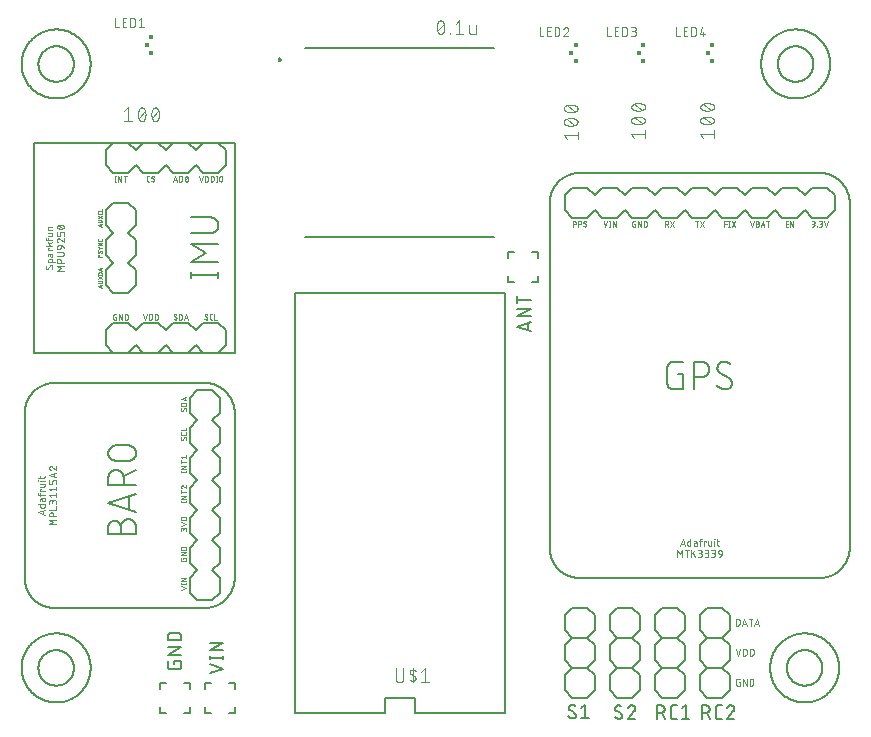
<source format=gbr>
G04 EAGLE Gerber RS-274X export*
G75*
%MOMM*%
%FSLAX34Y34*%
%LPD*%
%INSilkscreen Top*%
%IPPOS*%
%AMOC8*
5,1,8,0,0,1.08239X$1,22.5*%
G01*
%ADD10C,0.050800*%
%ADD11C,0.152400*%
%ADD12C,0.203200*%
%ADD13C,0.127000*%
%ADD14R,0.425000X0.325000*%
%ADD15R,0.350000X0.350000*%
%ADD16C,0.076200*%
%ADD17C,0.101600*%
%ADD18C,0.025400*%
%ADD19C,0.200000*%


D10*
X627634Y86614D02*
X627634Y92202D01*
X629186Y92202D01*
X629262Y92200D01*
X629338Y92195D01*
X629414Y92185D01*
X629489Y92172D01*
X629563Y92155D01*
X629637Y92135D01*
X629709Y92111D01*
X629780Y92084D01*
X629850Y92053D01*
X629918Y92019D01*
X629984Y91981D01*
X630048Y91940D01*
X630111Y91897D01*
X630171Y91850D01*
X630228Y91800D01*
X630283Y91747D01*
X630336Y91692D01*
X630386Y91635D01*
X630433Y91575D01*
X630476Y91512D01*
X630517Y91448D01*
X630555Y91382D01*
X630589Y91314D01*
X630620Y91244D01*
X630647Y91173D01*
X630671Y91100D01*
X630691Y91027D01*
X630708Y90953D01*
X630721Y90878D01*
X630731Y90802D01*
X630736Y90726D01*
X630738Y90650D01*
X630738Y88166D01*
X630736Y88087D01*
X630730Y88009D01*
X630720Y87931D01*
X630706Y87854D01*
X630688Y87777D01*
X630667Y87701D01*
X630641Y87627D01*
X630612Y87554D01*
X630579Y87483D01*
X630543Y87413D01*
X630503Y87345D01*
X630460Y87279D01*
X630413Y87216D01*
X630364Y87155D01*
X630311Y87097D01*
X630255Y87041D01*
X630197Y86988D01*
X630136Y86939D01*
X630073Y86892D01*
X630007Y86849D01*
X629939Y86809D01*
X629870Y86773D01*
X629798Y86740D01*
X629725Y86711D01*
X629651Y86685D01*
X629575Y86664D01*
X629498Y86646D01*
X629421Y86632D01*
X629343Y86622D01*
X629265Y86616D01*
X629186Y86614D01*
X627634Y86614D01*
X632993Y86614D02*
X634855Y92202D01*
X636718Y86614D01*
X636252Y88011D02*
X633458Y88011D01*
X639976Y86614D02*
X639976Y92202D01*
X638424Y92202D02*
X641528Y92202D01*
X645097Y92202D02*
X643234Y86614D01*
X646959Y86614D02*
X645097Y92202D01*
X646494Y88011D02*
X643700Y88011D01*
X627634Y66802D02*
X629497Y61214D01*
X631359Y66802D01*
X633614Y66802D02*
X633614Y61214D01*
X633614Y66802D02*
X635166Y66802D01*
X635242Y66800D01*
X635318Y66795D01*
X635394Y66785D01*
X635469Y66772D01*
X635543Y66755D01*
X635617Y66735D01*
X635689Y66711D01*
X635760Y66684D01*
X635830Y66653D01*
X635898Y66619D01*
X635964Y66581D01*
X636028Y66540D01*
X636091Y66497D01*
X636151Y66450D01*
X636208Y66400D01*
X636263Y66347D01*
X636316Y66292D01*
X636366Y66235D01*
X636413Y66175D01*
X636456Y66112D01*
X636497Y66048D01*
X636535Y65982D01*
X636569Y65914D01*
X636600Y65844D01*
X636627Y65773D01*
X636651Y65700D01*
X636671Y65627D01*
X636688Y65553D01*
X636701Y65478D01*
X636711Y65402D01*
X636716Y65326D01*
X636718Y65250D01*
X636718Y62766D01*
X636716Y62687D01*
X636710Y62609D01*
X636700Y62531D01*
X636686Y62454D01*
X636668Y62377D01*
X636647Y62301D01*
X636621Y62227D01*
X636592Y62154D01*
X636559Y62083D01*
X636523Y62013D01*
X636483Y61945D01*
X636440Y61879D01*
X636393Y61816D01*
X636344Y61755D01*
X636291Y61697D01*
X636235Y61641D01*
X636177Y61588D01*
X636116Y61539D01*
X636053Y61492D01*
X635987Y61449D01*
X635919Y61409D01*
X635850Y61373D01*
X635778Y61340D01*
X635705Y61311D01*
X635631Y61285D01*
X635555Y61264D01*
X635478Y61246D01*
X635401Y61232D01*
X635323Y61222D01*
X635245Y61216D01*
X635166Y61214D01*
X633614Y61214D01*
X639466Y61214D02*
X639466Y66802D01*
X641018Y66802D01*
X641094Y66800D01*
X641170Y66795D01*
X641246Y66785D01*
X641321Y66772D01*
X641395Y66755D01*
X641469Y66735D01*
X641541Y66711D01*
X641612Y66684D01*
X641682Y66653D01*
X641750Y66619D01*
X641816Y66581D01*
X641880Y66540D01*
X641943Y66497D01*
X642003Y66450D01*
X642060Y66400D01*
X642115Y66347D01*
X642168Y66292D01*
X642218Y66235D01*
X642265Y66175D01*
X642308Y66112D01*
X642349Y66048D01*
X642387Y65982D01*
X642421Y65914D01*
X642452Y65844D01*
X642479Y65773D01*
X642503Y65700D01*
X642523Y65627D01*
X642540Y65553D01*
X642553Y65478D01*
X642563Y65402D01*
X642568Y65326D01*
X642570Y65250D01*
X642570Y62766D01*
X642568Y62687D01*
X642562Y62609D01*
X642552Y62531D01*
X642538Y62454D01*
X642520Y62377D01*
X642499Y62301D01*
X642473Y62227D01*
X642444Y62154D01*
X642411Y62083D01*
X642375Y62013D01*
X642335Y61945D01*
X642292Y61879D01*
X642245Y61816D01*
X642196Y61755D01*
X642143Y61697D01*
X642087Y61641D01*
X642029Y61588D01*
X641968Y61539D01*
X641905Y61492D01*
X641839Y61449D01*
X641771Y61409D01*
X641702Y61373D01*
X641630Y61340D01*
X641557Y61311D01*
X641483Y61285D01*
X641407Y61264D01*
X641330Y61246D01*
X641253Y61232D01*
X641175Y61222D01*
X641097Y61216D01*
X641018Y61214D01*
X639466Y61214D01*
X630738Y38918D02*
X629807Y38918D01*
X630738Y38918D02*
X630738Y35814D01*
X628876Y35814D01*
X628806Y35816D01*
X628737Y35822D01*
X628668Y35832D01*
X628600Y35845D01*
X628532Y35863D01*
X628466Y35884D01*
X628401Y35909D01*
X628337Y35937D01*
X628275Y35969D01*
X628215Y36004D01*
X628157Y36043D01*
X628102Y36085D01*
X628048Y36130D01*
X627998Y36178D01*
X627950Y36228D01*
X627905Y36282D01*
X627863Y36337D01*
X627824Y36395D01*
X627789Y36455D01*
X627757Y36517D01*
X627729Y36581D01*
X627704Y36646D01*
X627683Y36712D01*
X627665Y36780D01*
X627652Y36848D01*
X627642Y36917D01*
X627636Y36986D01*
X627634Y37056D01*
X627634Y40160D01*
X627636Y40230D01*
X627642Y40299D01*
X627652Y40368D01*
X627665Y40436D01*
X627683Y40504D01*
X627704Y40570D01*
X627729Y40635D01*
X627757Y40699D01*
X627789Y40761D01*
X627824Y40821D01*
X627863Y40879D01*
X627905Y40934D01*
X627950Y40988D01*
X627998Y41038D01*
X628048Y41086D01*
X628102Y41131D01*
X628157Y41173D01*
X628215Y41212D01*
X628275Y41247D01*
X628337Y41279D01*
X628401Y41307D01*
X628466Y41332D01*
X628532Y41353D01*
X628600Y41371D01*
X628668Y41384D01*
X628737Y41394D01*
X628806Y41400D01*
X628876Y41402D01*
X630738Y41402D01*
X633486Y41402D02*
X633486Y35814D01*
X636591Y35814D02*
X633486Y41402D01*
X636591Y41402D02*
X636591Y35814D01*
X639338Y35814D02*
X639338Y41402D01*
X640890Y41402D01*
X640966Y41400D01*
X641042Y41395D01*
X641118Y41385D01*
X641193Y41372D01*
X641267Y41355D01*
X641341Y41335D01*
X641413Y41311D01*
X641484Y41284D01*
X641554Y41253D01*
X641622Y41219D01*
X641688Y41181D01*
X641752Y41140D01*
X641815Y41097D01*
X641875Y41050D01*
X641932Y41000D01*
X641987Y40947D01*
X642040Y40892D01*
X642090Y40835D01*
X642137Y40775D01*
X642180Y40712D01*
X642221Y40648D01*
X642259Y40582D01*
X642293Y40514D01*
X642324Y40444D01*
X642351Y40373D01*
X642375Y40300D01*
X642395Y40227D01*
X642412Y40153D01*
X642425Y40078D01*
X642435Y40002D01*
X642440Y39926D01*
X642442Y39850D01*
X642443Y39850D02*
X642443Y37366D01*
X642442Y37366D02*
X642440Y37287D01*
X642434Y37209D01*
X642424Y37131D01*
X642410Y37054D01*
X642392Y36977D01*
X642371Y36901D01*
X642345Y36827D01*
X642316Y36754D01*
X642283Y36683D01*
X642247Y36613D01*
X642207Y36545D01*
X642164Y36479D01*
X642117Y36416D01*
X642068Y36355D01*
X642015Y36297D01*
X641959Y36241D01*
X641901Y36188D01*
X641840Y36139D01*
X641777Y36092D01*
X641711Y36049D01*
X641643Y36009D01*
X641574Y35973D01*
X641502Y35940D01*
X641429Y35911D01*
X641355Y35885D01*
X641279Y35864D01*
X641202Y35846D01*
X641125Y35832D01*
X641047Y35822D01*
X640969Y35816D01*
X640890Y35814D01*
X639338Y35814D01*
D11*
X22860Y562102D02*
X22869Y562819D01*
X22895Y563535D01*
X22939Y564251D01*
X23001Y564965D01*
X23080Y565678D01*
X23176Y566388D01*
X23290Y567096D01*
X23421Y567801D01*
X23570Y568502D01*
X23735Y569199D01*
X23918Y569893D01*
X24118Y570581D01*
X24334Y571265D01*
X24567Y571943D01*
X24817Y572615D01*
X25083Y573280D01*
X25366Y573939D01*
X25664Y574591D01*
X25979Y575235D01*
X26309Y575871D01*
X26655Y576500D01*
X27016Y577119D01*
X27392Y577729D01*
X27783Y578330D01*
X28188Y578921D01*
X28608Y579502D01*
X29042Y580073D01*
X29490Y580633D01*
X29952Y581181D01*
X30427Y581718D01*
X30915Y582243D01*
X31415Y582757D01*
X31929Y583257D01*
X32454Y583745D01*
X32991Y584220D01*
X33539Y584682D01*
X34099Y585130D01*
X34670Y585564D01*
X35251Y585984D01*
X35842Y586389D01*
X36443Y586780D01*
X37053Y587156D01*
X37672Y587517D01*
X38301Y587863D01*
X38937Y588193D01*
X39581Y588508D01*
X40233Y588806D01*
X40892Y589089D01*
X41557Y589355D01*
X42229Y589605D01*
X42907Y589838D01*
X43591Y590054D01*
X44279Y590254D01*
X44973Y590437D01*
X45670Y590602D01*
X46371Y590751D01*
X47076Y590882D01*
X47784Y590996D01*
X48494Y591092D01*
X49207Y591171D01*
X49921Y591233D01*
X50637Y591277D01*
X51353Y591303D01*
X52070Y591312D01*
X52787Y591303D01*
X53503Y591277D01*
X54219Y591233D01*
X54933Y591171D01*
X55646Y591092D01*
X56356Y590996D01*
X57064Y590882D01*
X57769Y590751D01*
X58470Y590602D01*
X59167Y590437D01*
X59861Y590254D01*
X60549Y590054D01*
X61233Y589838D01*
X61911Y589605D01*
X62583Y589355D01*
X63248Y589089D01*
X63907Y588806D01*
X64559Y588508D01*
X65203Y588193D01*
X65839Y587863D01*
X66468Y587517D01*
X67087Y587156D01*
X67697Y586780D01*
X68298Y586389D01*
X68889Y585984D01*
X69470Y585564D01*
X70041Y585130D01*
X70601Y584682D01*
X71149Y584220D01*
X71686Y583745D01*
X72211Y583257D01*
X72725Y582757D01*
X73225Y582243D01*
X73713Y581718D01*
X74188Y581181D01*
X74650Y580633D01*
X75098Y580073D01*
X75532Y579502D01*
X75952Y578921D01*
X76357Y578330D01*
X76748Y577729D01*
X77124Y577119D01*
X77485Y576500D01*
X77831Y575871D01*
X78161Y575235D01*
X78476Y574591D01*
X78774Y573939D01*
X79057Y573280D01*
X79323Y572615D01*
X79573Y571943D01*
X79806Y571265D01*
X80022Y570581D01*
X80222Y569893D01*
X80405Y569199D01*
X80570Y568502D01*
X80719Y567801D01*
X80850Y567096D01*
X80964Y566388D01*
X81060Y565678D01*
X81139Y564965D01*
X81201Y564251D01*
X81245Y563535D01*
X81271Y562819D01*
X81280Y562102D01*
X81271Y561385D01*
X81245Y560669D01*
X81201Y559953D01*
X81139Y559239D01*
X81060Y558526D01*
X80964Y557816D01*
X80850Y557108D01*
X80719Y556403D01*
X80570Y555702D01*
X80405Y555005D01*
X80222Y554311D01*
X80022Y553623D01*
X79806Y552939D01*
X79573Y552261D01*
X79323Y551589D01*
X79057Y550924D01*
X78774Y550265D01*
X78476Y549613D01*
X78161Y548969D01*
X77831Y548333D01*
X77485Y547704D01*
X77124Y547085D01*
X76748Y546475D01*
X76357Y545874D01*
X75952Y545283D01*
X75532Y544702D01*
X75098Y544131D01*
X74650Y543571D01*
X74188Y543023D01*
X73713Y542486D01*
X73225Y541961D01*
X72725Y541447D01*
X72211Y540947D01*
X71686Y540459D01*
X71149Y539984D01*
X70601Y539522D01*
X70041Y539074D01*
X69470Y538640D01*
X68889Y538220D01*
X68298Y537815D01*
X67697Y537424D01*
X67087Y537048D01*
X66468Y536687D01*
X65839Y536341D01*
X65203Y536011D01*
X64559Y535696D01*
X63907Y535398D01*
X63248Y535115D01*
X62583Y534849D01*
X61911Y534599D01*
X61233Y534366D01*
X60549Y534150D01*
X59861Y533950D01*
X59167Y533767D01*
X58470Y533602D01*
X57769Y533453D01*
X57064Y533322D01*
X56356Y533208D01*
X55646Y533112D01*
X54933Y533033D01*
X54219Y532971D01*
X53503Y532927D01*
X52787Y532901D01*
X52070Y532892D01*
X51353Y532901D01*
X50637Y532927D01*
X49921Y532971D01*
X49207Y533033D01*
X48494Y533112D01*
X47784Y533208D01*
X47076Y533322D01*
X46371Y533453D01*
X45670Y533602D01*
X44973Y533767D01*
X44279Y533950D01*
X43591Y534150D01*
X42907Y534366D01*
X42229Y534599D01*
X41557Y534849D01*
X40892Y535115D01*
X40233Y535398D01*
X39581Y535696D01*
X38937Y536011D01*
X38301Y536341D01*
X37672Y536687D01*
X37053Y537048D01*
X36443Y537424D01*
X35842Y537815D01*
X35251Y538220D01*
X34670Y538640D01*
X34099Y539074D01*
X33539Y539522D01*
X32991Y539984D01*
X32454Y540459D01*
X31929Y540947D01*
X31415Y541447D01*
X30915Y541961D01*
X30427Y542486D01*
X29952Y543023D01*
X29490Y543571D01*
X29042Y544131D01*
X28608Y544702D01*
X28188Y545283D01*
X27783Y545874D01*
X27392Y546475D01*
X27016Y547085D01*
X26655Y547704D01*
X26309Y548333D01*
X25979Y548969D01*
X25664Y549613D01*
X25366Y550265D01*
X25083Y550924D01*
X24817Y551589D01*
X24567Y552261D01*
X24334Y552939D01*
X24118Y553623D01*
X23918Y554311D01*
X23735Y555005D01*
X23570Y555702D01*
X23421Y556403D01*
X23290Y557108D01*
X23176Y557816D01*
X23080Y558526D01*
X23001Y559239D01*
X22939Y559953D01*
X22895Y560669D01*
X22869Y561385D01*
X22860Y562102D01*
D12*
X37070Y562102D02*
X37075Y562470D01*
X37088Y562838D01*
X37111Y563205D01*
X37142Y563572D01*
X37183Y563938D01*
X37232Y564303D01*
X37291Y564666D01*
X37358Y565028D01*
X37434Y565389D01*
X37520Y565747D01*
X37613Y566103D01*
X37716Y566456D01*
X37827Y566807D01*
X37947Y567155D01*
X38075Y567500D01*
X38212Y567842D01*
X38357Y568181D01*
X38510Y568515D01*
X38672Y568846D01*
X38841Y569173D01*
X39019Y569495D01*
X39204Y569814D01*
X39397Y570127D01*
X39598Y570436D01*
X39806Y570739D01*
X40022Y571037D01*
X40245Y571330D01*
X40475Y571618D01*
X40712Y571900D01*
X40956Y572175D01*
X41206Y572445D01*
X41463Y572709D01*
X41727Y572966D01*
X41997Y573216D01*
X42272Y573460D01*
X42554Y573697D01*
X42842Y573927D01*
X43135Y574150D01*
X43433Y574366D01*
X43736Y574574D01*
X44045Y574775D01*
X44358Y574968D01*
X44677Y575153D01*
X44999Y575331D01*
X45326Y575500D01*
X45657Y575662D01*
X45991Y575815D01*
X46330Y575960D01*
X46672Y576097D01*
X47017Y576225D01*
X47365Y576345D01*
X47716Y576456D01*
X48069Y576559D01*
X48425Y576652D01*
X48783Y576738D01*
X49144Y576814D01*
X49506Y576881D01*
X49869Y576940D01*
X50234Y576989D01*
X50600Y577030D01*
X50967Y577061D01*
X51334Y577084D01*
X51702Y577097D01*
X52070Y577102D01*
X52438Y577097D01*
X52806Y577084D01*
X53173Y577061D01*
X53540Y577030D01*
X53906Y576989D01*
X54271Y576940D01*
X54634Y576881D01*
X54996Y576814D01*
X55357Y576738D01*
X55715Y576652D01*
X56071Y576559D01*
X56424Y576456D01*
X56775Y576345D01*
X57123Y576225D01*
X57468Y576097D01*
X57810Y575960D01*
X58149Y575815D01*
X58483Y575662D01*
X58814Y575500D01*
X59141Y575331D01*
X59463Y575153D01*
X59782Y574968D01*
X60095Y574775D01*
X60404Y574574D01*
X60707Y574366D01*
X61005Y574150D01*
X61298Y573927D01*
X61586Y573697D01*
X61868Y573460D01*
X62143Y573216D01*
X62413Y572966D01*
X62677Y572709D01*
X62934Y572445D01*
X63184Y572175D01*
X63428Y571900D01*
X63665Y571618D01*
X63895Y571330D01*
X64118Y571037D01*
X64334Y570739D01*
X64542Y570436D01*
X64743Y570127D01*
X64936Y569814D01*
X65121Y569495D01*
X65299Y569173D01*
X65468Y568846D01*
X65630Y568515D01*
X65783Y568181D01*
X65928Y567842D01*
X66065Y567500D01*
X66193Y567155D01*
X66313Y566807D01*
X66424Y566456D01*
X66527Y566103D01*
X66620Y565747D01*
X66706Y565389D01*
X66782Y565028D01*
X66849Y564666D01*
X66908Y564303D01*
X66957Y563938D01*
X66998Y563572D01*
X67029Y563205D01*
X67052Y562838D01*
X67065Y562470D01*
X67070Y562102D01*
X67065Y561734D01*
X67052Y561366D01*
X67029Y560999D01*
X66998Y560632D01*
X66957Y560266D01*
X66908Y559901D01*
X66849Y559538D01*
X66782Y559176D01*
X66706Y558815D01*
X66620Y558457D01*
X66527Y558101D01*
X66424Y557748D01*
X66313Y557397D01*
X66193Y557049D01*
X66065Y556704D01*
X65928Y556362D01*
X65783Y556023D01*
X65630Y555689D01*
X65468Y555358D01*
X65299Y555031D01*
X65121Y554709D01*
X64936Y554390D01*
X64743Y554077D01*
X64542Y553768D01*
X64334Y553465D01*
X64118Y553167D01*
X63895Y552874D01*
X63665Y552586D01*
X63428Y552304D01*
X63184Y552029D01*
X62934Y551759D01*
X62677Y551495D01*
X62413Y551238D01*
X62143Y550988D01*
X61868Y550744D01*
X61586Y550507D01*
X61298Y550277D01*
X61005Y550054D01*
X60707Y549838D01*
X60404Y549630D01*
X60095Y549429D01*
X59782Y549236D01*
X59463Y549051D01*
X59141Y548873D01*
X58814Y548704D01*
X58483Y548542D01*
X58149Y548389D01*
X57810Y548244D01*
X57468Y548107D01*
X57123Y547979D01*
X56775Y547859D01*
X56424Y547748D01*
X56071Y547645D01*
X55715Y547552D01*
X55357Y547466D01*
X54996Y547390D01*
X54634Y547323D01*
X54271Y547264D01*
X53906Y547215D01*
X53540Y547174D01*
X53173Y547143D01*
X52806Y547120D01*
X52438Y547107D01*
X52070Y547102D01*
X51702Y547107D01*
X51334Y547120D01*
X50967Y547143D01*
X50600Y547174D01*
X50234Y547215D01*
X49869Y547264D01*
X49506Y547323D01*
X49144Y547390D01*
X48783Y547466D01*
X48425Y547552D01*
X48069Y547645D01*
X47716Y547748D01*
X47365Y547859D01*
X47017Y547979D01*
X46672Y548107D01*
X46330Y548244D01*
X45991Y548389D01*
X45657Y548542D01*
X45326Y548704D01*
X44999Y548873D01*
X44677Y549051D01*
X44358Y549236D01*
X44045Y549429D01*
X43736Y549630D01*
X43433Y549838D01*
X43135Y550054D01*
X42842Y550277D01*
X42554Y550507D01*
X42272Y550744D01*
X41997Y550988D01*
X41727Y551238D01*
X41463Y551495D01*
X41206Y551759D01*
X40956Y552029D01*
X40712Y552304D01*
X40475Y552586D01*
X40245Y552874D01*
X40022Y553167D01*
X39806Y553465D01*
X39598Y553768D01*
X39397Y554077D01*
X39204Y554390D01*
X39019Y554709D01*
X38841Y555031D01*
X38672Y555358D01*
X38510Y555689D01*
X38357Y556023D01*
X38212Y556362D01*
X38075Y556704D01*
X37947Y557049D01*
X37827Y557397D01*
X37716Y557748D01*
X37613Y558101D01*
X37520Y558457D01*
X37434Y558815D01*
X37358Y559176D01*
X37291Y559538D01*
X37232Y559901D01*
X37183Y560266D01*
X37142Y560632D01*
X37111Y560999D01*
X37088Y561366D01*
X37075Y561734D01*
X37070Y562102D01*
D11*
X656590Y50800D02*
X656599Y51517D01*
X656625Y52233D01*
X656669Y52949D01*
X656731Y53663D01*
X656810Y54376D01*
X656906Y55086D01*
X657020Y55794D01*
X657151Y56499D01*
X657300Y57200D01*
X657465Y57897D01*
X657648Y58591D01*
X657848Y59279D01*
X658064Y59963D01*
X658297Y60641D01*
X658547Y61313D01*
X658813Y61978D01*
X659096Y62637D01*
X659394Y63289D01*
X659709Y63933D01*
X660039Y64569D01*
X660385Y65198D01*
X660746Y65817D01*
X661122Y66427D01*
X661513Y67028D01*
X661918Y67619D01*
X662338Y68200D01*
X662772Y68771D01*
X663220Y69331D01*
X663682Y69879D01*
X664157Y70416D01*
X664645Y70941D01*
X665145Y71455D01*
X665659Y71955D01*
X666184Y72443D01*
X666721Y72918D01*
X667269Y73380D01*
X667829Y73828D01*
X668400Y74262D01*
X668981Y74682D01*
X669572Y75087D01*
X670173Y75478D01*
X670783Y75854D01*
X671402Y76215D01*
X672031Y76561D01*
X672667Y76891D01*
X673311Y77206D01*
X673963Y77504D01*
X674622Y77787D01*
X675287Y78053D01*
X675959Y78303D01*
X676637Y78536D01*
X677321Y78752D01*
X678009Y78952D01*
X678703Y79135D01*
X679400Y79300D01*
X680101Y79449D01*
X680806Y79580D01*
X681514Y79694D01*
X682224Y79790D01*
X682937Y79869D01*
X683651Y79931D01*
X684367Y79975D01*
X685083Y80001D01*
X685800Y80010D01*
X686517Y80001D01*
X687233Y79975D01*
X687949Y79931D01*
X688663Y79869D01*
X689376Y79790D01*
X690086Y79694D01*
X690794Y79580D01*
X691499Y79449D01*
X692200Y79300D01*
X692897Y79135D01*
X693591Y78952D01*
X694279Y78752D01*
X694963Y78536D01*
X695641Y78303D01*
X696313Y78053D01*
X696978Y77787D01*
X697637Y77504D01*
X698289Y77206D01*
X698933Y76891D01*
X699569Y76561D01*
X700198Y76215D01*
X700817Y75854D01*
X701427Y75478D01*
X702028Y75087D01*
X702619Y74682D01*
X703200Y74262D01*
X703771Y73828D01*
X704331Y73380D01*
X704879Y72918D01*
X705416Y72443D01*
X705941Y71955D01*
X706455Y71455D01*
X706955Y70941D01*
X707443Y70416D01*
X707918Y69879D01*
X708380Y69331D01*
X708828Y68771D01*
X709262Y68200D01*
X709682Y67619D01*
X710087Y67028D01*
X710478Y66427D01*
X710854Y65817D01*
X711215Y65198D01*
X711561Y64569D01*
X711891Y63933D01*
X712206Y63289D01*
X712504Y62637D01*
X712787Y61978D01*
X713053Y61313D01*
X713303Y60641D01*
X713536Y59963D01*
X713752Y59279D01*
X713952Y58591D01*
X714135Y57897D01*
X714300Y57200D01*
X714449Y56499D01*
X714580Y55794D01*
X714694Y55086D01*
X714790Y54376D01*
X714869Y53663D01*
X714931Y52949D01*
X714975Y52233D01*
X715001Y51517D01*
X715010Y50800D01*
X715001Y50083D01*
X714975Y49367D01*
X714931Y48651D01*
X714869Y47937D01*
X714790Y47224D01*
X714694Y46514D01*
X714580Y45806D01*
X714449Y45101D01*
X714300Y44400D01*
X714135Y43703D01*
X713952Y43009D01*
X713752Y42321D01*
X713536Y41637D01*
X713303Y40959D01*
X713053Y40287D01*
X712787Y39622D01*
X712504Y38963D01*
X712206Y38311D01*
X711891Y37667D01*
X711561Y37031D01*
X711215Y36402D01*
X710854Y35783D01*
X710478Y35173D01*
X710087Y34572D01*
X709682Y33981D01*
X709262Y33400D01*
X708828Y32829D01*
X708380Y32269D01*
X707918Y31721D01*
X707443Y31184D01*
X706955Y30659D01*
X706455Y30145D01*
X705941Y29645D01*
X705416Y29157D01*
X704879Y28682D01*
X704331Y28220D01*
X703771Y27772D01*
X703200Y27338D01*
X702619Y26918D01*
X702028Y26513D01*
X701427Y26122D01*
X700817Y25746D01*
X700198Y25385D01*
X699569Y25039D01*
X698933Y24709D01*
X698289Y24394D01*
X697637Y24096D01*
X696978Y23813D01*
X696313Y23547D01*
X695641Y23297D01*
X694963Y23064D01*
X694279Y22848D01*
X693591Y22648D01*
X692897Y22465D01*
X692200Y22300D01*
X691499Y22151D01*
X690794Y22020D01*
X690086Y21906D01*
X689376Y21810D01*
X688663Y21731D01*
X687949Y21669D01*
X687233Y21625D01*
X686517Y21599D01*
X685800Y21590D01*
X685083Y21599D01*
X684367Y21625D01*
X683651Y21669D01*
X682937Y21731D01*
X682224Y21810D01*
X681514Y21906D01*
X680806Y22020D01*
X680101Y22151D01*
X679400Y22300D01*
X678703Y22465D01*
X678009Y22648D01*
X677321Y22848D01*
X676637Y23064D01*
X675959Y23297D01*
X675287Y23547D01*
X674622Y23813D01*
X673963Y24096D01*
X673311Y24394D01*
X672667Y24709D01*
X672031Y25039D01*
X671402Y25385D01*
X670783Y25746D01*
X670173Y26122D01*
X669572Y26513D01*
X668981Y26918D01*
X668400Y27338D01*
X667829Y27772D01*
X667269Y28220D01*
X666721Y28682D01*
X666184Y29157D01*
X665659Y29645D01*
X665145Y30145D01*
X664645Y30659D01*
X664157Y31184D01*
X663682Y31721D01*
X663220Y32269D01*
X662772Y32829D01*
X662338Y33400D01*
X661918Y33981D01*
X661513Y34572D01*
X661122Y35173D01*
X660746Y35783D01*
X660385Y36402D01*
X660039Y37031D01*
X659709Y37667D01*
X659394Y38311D01*
X659096Y38963D01*
X658813Y39622D01*
X658547Y40287D01*
X658297Y40959D01*
X658064Y41637D01*
X657848Y42321D01*
X657648Y43009D01*
X657465Y43703D01*
X657300Y44400D01*
X657151Y45101D01*
X657020Y45806D01*
X656906Y46514D01*
X656810Y47224D01*
X656731Y47937D01*
X656669Y48651D01*
X656625Y49367D01*
X656599Y50083D01*
X656590Y50800D01*
D12*
X670800Y50800D02*
X670805Y51168D01*
X670818Y51536D01*
X670841Y51903D01*
X670872Y52270D01*
X670913Y52636D01*
X670962Y53001D01*
X671021Y53364D01*
X671088Y53726D01*
X671164Y54087D01*
X671250Y54445D01*
X671343Y54801D01*
X671446Y55154D01*
X671557Y55505D01*
X671677Y55853D01*
X671805Y56198D01*
X671942Y56540D01*
X672087Y56879D01*
X672240Y57213D01*
X672402Y57544D01*
X672571Y57871D01*
X672749Y58193D01*
X672934Y58512D01*
X673127Y58825D01*
X673328Y59134D01*
X673536Y59437D01*
X673752Y59735D01*
X673975Y60028D01*
X674205Y60316D01*
X674442Y60598D01*
X674686Y60873D01*
X674936Y61143D01*
X675193Y61407D01*
X675457Y61664D01*
X675727Y61914D01*
X676002Y62158D01*
X676284Y62395D01*
X676572Y62625D01*
X676865Y62848D01*
X677163Y63064D01*
X677466Y63272D01*
X677775Y63473D01*
X678088Y63666D01*
X678407Y63851D01*
X678729Y64029D01*
X679056Y64198D01*
X679387Y64360D01*
X679721Y64513D01*
X680060Y64658D01*
X680402Y64795D01*
X680747Y64923D01*
X681095Y65043D01*
X681446Y65154D01*
X681799Y65257D01*
X682155Y65350D01*
X682513Y65436D01*
X682874Y65512D01*
X683236Y65579D01*
X683599Y65638D01*
X683964Y65687D01*
X684330Y65728D01*
X684697Y65759D01*
X685064Y65782D01*
X685432Y65795D01*
X685800Y65800D01*
X686168Y65795D01*
X686536Y65782D01*
X686903Y65759D01*
X687270Y65728D01*
X687636Y65687D01*
X688001Y65638D01*
X688364Y65579D01*
X688726Y65512D01*
X689087Y65436D01*
X689445Y65350D01*
X689801Y65257D01*
X690154Y65154D01*
X690505Y65043D01*
X690853Y64923D01*
X691198Y64795D01*
X691540Y64658D01*
X691879Y64513D01*
X692213Y64360D01*
X692544Y64198D01*
X692871Y64029D01*
X693193Y63851D01*
X693512Y63666D01*
X693825Y63473D01*
X694134Y63272D01*
X694437Y63064D01*
X694735Y62848D01*
X695028Y62625D01*
X695316Y62395D01*
X695598Y62158D01*
X695873Y61914D01*
X696143Y61664D01*
X696407Y61407D01*
X696664Y61143D01*
X696914Y60873D01*
X697158Y60598D01*
X697395Y60316D01*
X697625Y60028D01*
X697848Y59735D01*
X698064Y59437D01*
X698272Y59134D01*
X698473Y58825D01*
X698666Y58512D01*
X698851Y58193D01*
X699029Y57871D01*
X699198Y57544D01*
X699360Y57213D01*
X699513Y56879D01*
X699658Y56540D01*
X699795Y56198D01*
X699923Y55853D01*
X700043Y55505D01*
X700154Y55154D01*
X700257Y54801D01*
X700350Y54445D01*
X700436Y54087D01*
X700512Y53726D01*
X700579Y53364D01*
X700638Y53001D01*
X700687Y52636D01*
X700728Y52270D01*
X700759Y51903D01*
X700782Y51536D01*
X700795Y51168D01*
X700800Y50800D01*
X700795Y50432D01*
X700782Y50064D01*
X700759Y49697D01*
X700728Y49330D01*
X700687Y48964D01*
X700638Y48599D01*
X700579Y48236D01*
X700512Y47874D01*
X700436Y47513D01*
X700350Y47155D01*
X700257Y46799D01*
X700154Y46446D01*
X700043Y46095D01*
X699923Y45747D01*
X699795Y45402D01*
X699658Y45060D01*
X699513Y44721D01*
X699360Y44387D01*
X699198Y44056D01*
X699029Y43729D01*
X698851Y43407D01*
X698666Y43088D01*
X698473Y42775D01*
X698272Y42466D01*
X698064Y42163D01*
X697848Y41865D01*
X697625Y41572D01*
X697395Y41284D01*
X697158Y41002D01*
X696914Y40727D01*
X696664Y40457D01*
X696407Y40193D01*
X696143Y39936D01*
X695873Y39686D01*
X695598Y39442D01*
X695316Y39205D01*
X695028Y38975D01*
X694735Y38752D01*
X694437Y38536D01*
X694134Y38328D01*
X693825Y38127D01*
X693512Y37934D01*
X693193Y37749D01*
X692871Y37571D01*
X692544Y37402D01*
X692213Y37240D01*
X691879Y37087D01*
X691540Y36942D01*
X691198Y36805D01*
X690853Y36677D01*
X690505Y36557D01*
X690154Y36446D01*
X689801Y36343D01*
X689445Y36250D01*
X689087Y36164D01*
X688726Y36088D01*
X688364Y36021D01*
X688001Y35962D01*
X687636Y35913D01*
X687270Y35872D01*
X686903Y35841D01*
X686536Y35818D01*
X686168Y35805D01*
X685800Y35800D01*
X685432Y35805D01*
X685064Y35818D01*
X684697Y35841D01*
X684330Y35872D01*
X683964Y35913D01*
X683599Y35962D01*
X683236Y36021D01*
X682874Y36088D01*
X682513Y36164D01*
X682155Y36250D01*
X681799Y36343D01*
X681446Y36446D01*
X681095Y36557D01*
X680747Y36677D01*
X680402Y36805D01*
X680060Y36942D01*
X679721Y37087D01*
X679387Y37240D01*
X679056Y37402D01*
X678729Y37571D01*
X678407Y37749D01*
X678088Y37934D01*
X677775Y38127D01*
X677466Y38328D01*
X677163Y38536D01*
X676865Y38752D01*
X676572Y38975D01*
X676284Y39205D01*
X676002Y39442D01*
X675727Y39686D01*
X675457Y39936D01*
X675193Y40193D01*
X674936Y40457D01*
X674686Y40727D01*
X674442Y41002D01*
X674205Y41284D01*
X673975Y41572D01*
X673752Y41865D01*
X673536Y42163D01*
X673328Y42466D01*
X673127Y42775D01*
X672934Y43088D01*
X672749Y43407D01*
X672571Y43729D01*
X672402Y44056D01*
X672240Y44387D01*
X672087Y44721D01*
X671942Y45060D01*
X671805Y45402D01*
X671677Y45747D01*
X671557Y46095D01*
X671446Y46446D01*
X671343Y46799D01*
X671250Y47155D01*
X671164Y47513D01*
X671088Y47874D01*
X671021Y48236D01*
X670962Y48599D01*
X670913Y48964D01*
X670872Y49330D01*
X670841Y49697D01*
X670818Y50064D01*
X670805Y50432D01*
X670800Y50800D01*
D11*
X648970Y562102D02*
X648979Y562819D01*
X649005Y563535D01*
X649049Y564251D01*
X649111Y564965D01*
X649190Y565678D01*
X649286Y566388D01*
X649400Y567096D01*
X649531Y567801D01*
X649680Y568502D01*
X649845Y569199D01*
X650028Y569893D01*
X650228Y570581D01*
X650444Y571265D01*
X650677Y571943D01*
X650927Y572615D01*
X651193Y573280D01*
X651476Y573939D01*
X651774Y574591D01*
X652089Y575235D01*
X652419Y575871D01*
X652765Y576500D01*
X653126Y577119D01*
X653502Y577729D01*
X653893Y578330D01*
X654298Y578921D01*
X654718Y579502D01*
X655152Y580073D01*
X655600Y580633D01*
X656062Y581181D01*
X656537Y581718D01*
X657025Y582243D01*
X657525Y582757D01*
X658039Y583257D01*
X658564Y583745D01*
X659101Y584220D01*
X659649Y584682D01*
X660209Y585130D01*
X660780Y585564D01*
X661361Y585984D01*
X661952Y586389D01*
X662553Y586780D01*
X663163Y587156D01*
X663782Y587517D01*
X664411Y587863D01*
X665047Y588193D01*
X665691Y588508D01*
X666343Y588806D01*
X667002Y589089D01*
X667667Y589355D01*
X668339Y589605D01*
X669017Y589838D01*
X669701Y590054D01*
X670389Y590254D01*
X671083Y590437D01*
X671780Y590602D01*
X672481Y590751D01*
X673186Y590882D01*
X673894Y590996D01*
X674604Y591092D01*
X675317Y591171D01*
X676031Y591233D01*
X676747Y591277D01*
X677463Y591303D01*
X678180Y591312D01*
X678897Y591303D01*
X679613Y591277D01*
X680329Y591233D01*
X681043Y591171D01*
X681756Y591092D01*
X682466Y590996D01*
X683174Y590882D01*
X683879Y590751D01*
X684580Y590602D01*
X685277Y590437D01*
X685971Y590254D01*
X686659Y590054D01*
X687343Y589838D01*
X688021Y589605D01*
X688693Y589355D01*
X689358Y589089D01*
X690017Y588806D01*
X690669Y588508D01*
X691313Y588193D01*
X691949Y587863D01*
X692578Y587517D01*
X693197Y587156D01*
X693807Y586780D01*
X694408Y586389D01*
X694999Y585984D01*
X695580Y585564D01*
X696151Y585130D01*
X696711Y584682D01*
X697259Y584220D01*
X697796Y583745D01*
X698321Y583257D01*
X698835Y582757D01*
X699335Y582243D01*
X699823Y581718D01*
X700298Y581181D01*
X700760Y580633D01*
X701208Y580073D01*
X701642Y579502D01*
X702062Y578921D01*
X702467Y578330D01*
X702858Y577729D01*
X703234Y577119D01*
X703595Y576500D01*
X703941Y575871D01*
X704271Y575235D01*
X704586Y574591D01*
X704884Y573939D01*
X705167Y573280D01*
X705433Y572615D01*
X705683Y571943D01*
X705916Y571265D01*
X706132Y570581D01*
X706332Y569893D01*
X706515Y569199D01*
X706680Y568502D01*
X706829Y567801D01*
X706960Y567096D01*
X707074Y566388D01*
X707170Y565678D01*
X707249Y564965D01*
X707311Y564251D01*
X707355Y563535D01*
X707381Y562819D01*
X707390Y562102D01*
X707381Y561385D01*
X707355Y560669D01*
X707311Y559953D01*
X707249Y559239D01*
X707170Y558526D01*
X707074Y557816D01*
X706960Y557108D01*
X706829Y556403D01*
X706680Y555702D01*
X706515Y555005D01*
X706332Y554311D01*
X706132Y553623D01*
X705916Y552939D01*
X705683Y552261D01*
X705433Y551589D01*
X705167Y550924D01*
X704884Y550265D01*
X704586Y549613D01*
X704271Y548969D01*
X703941Y548333D01*
X703595Y547704D01*
X703234Y547085D01*
X702858Y546475D01*
X702467Y545874D01*
X702062Y545283D01*
X701642Y544702D01*
X701208Y544131D01*
X700760Y543571D01*
X700298Y543023D01*
X699823Y542486D01*
X699335Y541961D01*
X698835Y541447D01*
X698321Y540947D01*
X697796Y540459D01*
X697259Y539984D01*
X696711Y539522D01*
X696151Y539074D01*
X695580Y538640D01*
X694999Y538220D01*
X694408Y537815D01*
X693807Y537424D01*
X693197Y537048D01*
X692578Y536687D01*
X691949Y536341D01*
X691313Y536011D01*
X690669Y535696D01*
X690017Y535398D01*
X689358Y535115D01*
X688693Y534849D01*
X688021Y534599D01*
X687343Y534366D01*
X686659Y534150D01*
X685971Y533950D01*
X685277Y533767D01*
X684580Y533602D01*
X683879Y533453D01*
X683174Y533322D01*
X682466Y533208D01*
X681756Y533112D01*
X681043Y533033D01*
X680329Y532971D01*
X679613Y532927D01*
X678897Y532901D01*
X678180Y532892D01*
X677463Y532901D01*
X676747Y532927D01*
X676031Y532971D01*
X675317Y533033D01*
X674604Y533112D01*
X673894Y533208D01*
X673186Y533322D01*
X672481Y533453D01*
X671780Y533602D01*
X671083Y533767D01*
X670389Y533950D01*
X669701Y534150D01*
X669017Y534366D01*
X668339Y534599D01*
X667667Y534849D01*
X667002Y535115D01*
X666343Y535398D01*
X665691Y535696D01*
X665047Y536011D01*
X664411Y536341D01*
X663782Y536687D01*
X663163Y537048D01*
X662553Y537424D01*
X661952Y537815D01*
X661361Y538220D01*
X660780Y538640D01*
X660209Y539074D01*
X659649Y539522D01*
X659101Y539984D01*
X658564Y540459D01*
X658039Y540947D01*
X657525Y541447D01*
X657025Y541961D01*
X656537Y542486D01*
X656062Y543023D01*
X655600Y543571D01*
X655152Y544131D01*
X654718Y544702D01*
X654298Y545283D01*
X653893Y545874D01*
X653502Y546475D01*
X653126Y547085D01*
X652765Y547704D01*
X652419Y548333D01*
X652089Y548969D01*
X651774Y549613D01*
X651476Y550265D01*
X651193Y550924D01*
X650927Y551589D01*
X650677Y552261D01*
X650444Y552939D01*
X650228Y553623D01*
X650028Y554311D01*
X649845Y555005D01*
X649680Y555702D01*
X649531Y556403D01*
X649400Y557108D01*
X649286Y557816D01*
X649190Y558526D01*
X649111Y559239D01*
X649049Y559953D01*
X649005Y560669D01*
X648979Y561385D01*
X648970Y562102D01*
D12*
X663180Y562102D02*
X663185Y562470D01*
X663198Y562838D01*
X663221Y563205D01*
X663252Y563572D01*
X663293Y563938D01*
X663342Y564303D01*
X663401Y564666D01*
X663468Y565028D01*
X663544Y565389D01*
X663630Y565747D01*
X663723Y566103D01*
X663826Y566456D01*
X663937Y566807D01*
X664057Y567155D01*
X664185Y567500D01*
X664322Y567842D01*
X664467Y568181D01*
X664620Y568515D01*
X664782Y568846D01*
X664951Y569173D01*
X665129Y569495D01*
X665314Y569814D01*
X665507Y570127D01*
X665708Y570436D01*
X665916Y570739D01*
X666132Y571037D01*
X666355Y571330D01*
X666585Y571618D01*
X666822Y571900D01*
X667066Y572175D01*
X667316Y572445D01*
X667573Y572709D01*
X667837Y572966D01*
X668107Y573216D01*
X668382Y573460D01*
X668664Y573697D01*
X668952Y573927D01*
X669245Y574150D01*
X669543Y574366D01*
X669846Y574574D01*
X670155Y574775D01*
X670468Y574968D01*
X670787Y575153D01*
X671109Y575331D01*
X671436Y575500D01*
X671767Y575662D01*
X672101Y575815D01*
X672440Y575960D01*
X672782Y576097D01*
X673127Y576225D01*
X673475Y576345D01*
X673826Y576456D01*
X674179Y576559D01*
X674535Y576652D01*
X674893Y576738D01*
X675254Y576814D01*
X675616Y576881D01*
X675979Y576940D01*
X676344Y576989D01*
X676710Y577030D01*
X677077Y577061D01*
X677444Y577084D01*
X677812Y577097D01*
X678180Y577102D01*
X678548Y577097D01*
X678916Y577084D01*
X679283Y577061D01*
X679650Y577030D01*
X680016Y576989D01*
X680381Y576940D01*
X680744Y576881D01*
X681106Y576814D01*
X681467Y576738D01*
X681825Y576652D01*
X682181Y576559D01*
X682534Y576456D01*
X682885Y576345D01*
X683233Y576225D01*
X683578Y576097D01*
X683920Y575960D01*
X684259Y575815D01*
X684593Y575662D01*
X684924Y575500D01*
X685251Y575331D01*
X685573Y575153D01*
X685892Y574968D01*
X686205Y574775D01*
X686514Y574574D01*
X686817Y574366D01*
X687115Y574150D01*
X687408Y573927D01*
X687696Y573697D01*
X687978Y573460D01*
X688253Y573216D01*
X688523Y572966D01*
X688787Y572709D01*
X689044Y572445D01*
X689294Y572175D01*
X689538Y571900D01*
X689775Y571618D01*
X690005Y571330D01*
X690228Y571037D01*
X690444Y570739D01*
X690652Y570436D01*
X690853Y570127D01*
X691046Y569814D01*
X691231Y569495D01*
X691409Y569173D01*
X691578Y568846D01*
X691740Y568515D01*
X691893Y568181D01*
X692038Y567842D01*
X692175Y567500D01*
X692303Y567155D01*
X692423Y566807D01*
X692534Y566456D01*
X692637Y566103D01*
X692730Y565747D01*
X692816Y565389D01*
X692892Y565028D01*
X692959Y564666D01*
X693018Y564303D01*
X693067Y563938D01*
X693108Y563572D01*
X693139Y563205D01*
X693162Y562838D01*
X693175Y562470D01*
X693180Y562102D01*
X693175Y561734D01*
X693162Y561366D01*
X693139Y560999D01*
X693108Y560632D01*
X693067Y560266D01*
X693018Y559901D01*
X692959Y559538D01*
X692892Y559176D01*
X692816Y558815D01*
X692730Y558457D01*
X692637Y558101D01*
X692534Y557748D01*
X692423Y557397D01*
X692303Y557049D01*
X692175Y556704D01*
X692038Y556362D01*
X691893Y556023D01*
X691740Y555689D01*
X691578Y555358D01*
X691409Y555031D01*
X691231Y554709D01*
X691046Y554390D01*
X690853Y554077D01*
X690652Y553768D01*
X690444Y553465D01*
X690228Y553167D01*
X690005Y552874D01*
X689775Y552586D01*
X689538Y552304D01*
X689294Y552029D01*
X689044Y551759D01*
X688787Y551495D01*
X688523Y551238D01*
X688253Y550988D01*
X687978Y550744D01*
X687696Y550507D01*
X687408Y550277D01*
X687115Y550054D01*
X686817Y549838D01*
X686514Y549630D01*
X686205Y549429D01*
X685892Y549236D01*
X685573Y549051D01*
X685251Y548873D01*
X684924Y548704D01*
X684593Y548542D01*
X684259Y548389D01*
X683920Y548244D01*
X683578Y548107D01*
X683233Y547979D01*
X682885Y547859D01*
X682534Y547748D01*
X682181Y547645D01*
X681825Y547552D01*
X681467Y547466D01*
X681106Y547390D01*
X680744Y547323D01*
X680381Y547264D01*
X680016Y547215D01*
X679650Y547174D01*
X679283Y547143D01*
X678916Y547120D01*
X678548Y547107D01*
X678180Y547102D01*
X677812Y547107D01*
X677444Y547120D01*
X677077Y547143D01*
X676710Y547174D01*
X676344Y547215D01*
X675979Y547264D01*
X675616Y547323D01*
X675254Y547390D01*
X674893Y547466D01*
X674535Y547552D01*
X674179Y547645D01*
X673826Y547748D01*
X673475Y547859D01*
X673127Y547979D01*
X672782Y548107D01*
X672440Y548244D01*
X672101Y548389D01*
X671767Y548542D01*
X671436Y548704D01*
X671109Y548873D01*
X670787Y549051D01*
X670468Y549236D01*
X670155Y549429D01*
X669846Y549630D01*
X669543Y549838D01*
X669245Y550054D01*
X668952Y550277D01*
X668664Y550507D01*
X668382Y550744D01*
X668107Y550988D01*
X667837Y551238D01*
X667573Y551495D01*
X667316Y551759D01*
X667066Y552029D01*
X666822Y552304D01*
X666585Y552586D01*
X666355Y552874D01*
X666132Y553167D01*
X665916Y553465D01*
X665708Y553768D01*
X665507Y554077D01*
X665314Y554390D01*
X665129Y554709D01*
X664951Y555031D01*
X664782Y555358D01*
X664620Y555689D01*
X664467Y556023D01*
X664322Y556362D01*
X664185Y556704D01*
X664057Y557049D01*
X663937Y557397D01*
X663826Y557748D01*
X663723Y558101D01*
X663630Y558457D01*
X663544Y558815D01*
X663468Y559176D01*
X663401Y559538D01*
X663342Y559901D01*
X663293Y560266D01*
X663252Y560632D01*
X663221Y560999D01*
X663198Y561366D01*
X663185Y561734D01*
X663180Y562102D01*
D11*
X22860Y50800D02*
X22869Y51517D01*
X22895Y52233D01*
X22939Y52949D01*
X23001Y53663D01*
X23080Y54376D01*
X23176Y55086D01*
X23290Y55794D01*
X23421Y56499D01*
X23570Y57200D01*
X23735Y57897D01*
X23918Y58591D01*
X24118Y59279D01*
X24334Y59963D01*
X24567Y60641D01*
X24817Y61313D01*
X25083Y61978D01*
X25366Y62637D01*
X25664Y63289D01*
X25979Y63933D01*
X26309Y64569D01*
X26655Y65198D01*
X27016Y65817D01*
X27392Y66427D01*
X27783Y67028D01*
X28188Y67619D01*
X28608Y68200D01*
X29042Y68771D01*
X29490Y69331D01*
X29952Y69879D01*
X30427Y70416D01*
X30915Y70941D01*
X31415Y71455D01*
X31929Y71955D01*
X32454Y72443D01*
X32991Y72918D01*
X33539Y73380D01*
X34099Y73828D01*
X34670Y74262D01*
X35251Y74682D01*
X35842Y75087D01*
X36443Y75478D01*
X37053Y75854D01*
X37672Y76215D01*
X38301Y76561D01*
X38937Y76891D01*
X39581Y77206D01*
X40233Y77504D01*
X40892Y77787D01*
X41557Y78053D01*
X42229Y78303D01*
X42907Y78536D01*
X43591Y78752D01*
X44279Y78952D01*
X44973Y79135D01*
X45670Y79300D01*
X46371Y79449D01*
X47076Y79580D01*
X47784Y79694D01*
X48494Y79790D01*
X49207Y79869D01*
X49921Y79931D01*
X50637Y79975D01*
X51353Y80001D01*
X52070Y80010D01*
X52787Y80001D01*
X53503Y79975D01*
X54219Y79931D01*
X54933Y79869D01*
X55646Y79790D01*
X56356Y79694D01*
X57064Y79580D01*
X57769Y79449D01*
X58470Y79300D01*
X59167Y79135D01*
X59861Y78952D01*
X60549Y78752D01*
X61233Y78536D01*
X61911Y78303D01*
X62583Y78053D01*
X63248Y77787D01*
X63907Y77504D01*
X64559Y77206D01*
X65203Y76891D01*
X65839Y76561D01*
X66468Y76215D01*
X67087Y75854D01*
X67697Y75478D01*
X68298Y75087D01*
X68889Y74682D01*
X69470Y74262D01*
X70041Y73828D01*
X70601Y73380D01*
X71149Y72918D01*
X71686Y72443D01*
X72211Y71955D01*
X72725Y71455D01*
X73225Y70941D01*
X73713Y70416D01*
X74188Y69879D01*
X74650Y69331D01*
X75098Y68771D01*
X75532Y68200D01*
X75952Y67619D01*
X76357Y67028D01*
X76748Y66427D01*
X77124Y65817D01*
X77485Y65198D01*
X77831Y64569D01*
X78161Y63933D01*
X78476Y63289D01*
X78774Y62637D01*
X79057Y61978D01*
X79323Y61313D01*
X79573Y60641D01*
X79806Y59963D01*
X80022Y59279D01*
X80222Y58591D01*
X80405Y57897D01*
X80570Y57200D01*
X80719Y56499D01*
X80850Y55794D01*
X80964Y55086D01*
X81060Y54376D01*
X81139Y53663D01*
X81201Y52949D01*
X81245Y52233D01*
X81271Y51517D01*
X81280Y50800D01*
X81271Y50083D01*
X81245Y49367D01*
X81201Y48651D01*
X81139Y47937D01*
X81060Y47224D01*
X80964Y46514D01*
X80850Y45806D01*
X80719Y45101D01*
X80570Y44400D01*
X80405Y43703D01*
X80222Y43009D01*
X80022Y42321D01*
X79806Y41637D01*
X79573Y40959D01*
X79323Y40287D01*
X79057Y39622D01*
X78774Y38963D01*
X78476Y38311D01*
X78161Y37667D01*
X77831Y37031D01*
X77485Y36402D01*
X77124Y35783D01*
X76748Y35173D01*
X76357Y34572D01*
X75952Y33981D01*
X75532Y33400D01*
X75098Y32829D01*
X74650Y32269D01*
X74188Y31721D01*
X73713Y31184D01*
X73225Y30659D01*
X72725Y30145D01*
X72211Y29645D01*
X71686Y29157D01*
X71149Y28682D01*
X70601Y28220D01*
X70041Y27772D01*
X69470Y27338D01*
X68889Y26918D01*
X68298Y26513D01*
X67697Y26122D01*
X67087Y25746D01*
X66468Y25385D01*
X65839Y25039D01*
X65203Y24709D01*
X64559Y24394D01*
X63907Y24096D01*
X63248Y23813D01*
X62583Y23547D01*
X61911Y23297D01*
X61233Y23064D01*
X60549Y22848D01*
X59861Y22648D01*
X59167Y22465D01*
X58470Y22300D01*
X57769Y22151D01*
X57064Y22020D01*
X56356Y21906D01*
X55646Y21810D01*
X54933Y21731D01*
X54219Y21669D01*
X53503Y21625D01*
X52787Y21599D01*
X52070Y21590D01*
X51353Y21599D01*
X50637Y21625D01*
X49921Y21669D01*
X49207Y21731D01*
X48494Y21810D01*
X47784Y21906D01*
X47076Y22020D01*
X46371Y22151D01*
X45670Y22300D01*
X44973Y22465D01*
X44279Y22648D01*
X43591Y22848D01*
X42907Y23064D01*
X42229Y23297D01*
X41557Y23547D01*
X40892Y23813D01*
X40233Y24096D01*
X39581Y24394D01*
X38937Y24709D01*
X38301Y25039D01*
X37672Y25385D01*
X37053Y25746D01*
X36443Y26122D01*
X35842Y26513D01*
X35251Y26918D01*
X34670Y27338D01*
X34099Y27772D01*
X33539Y28220D01*
X32991Y28682D01*
X32454Y29157D01*
X31929Y29645D01*
X31415Y30145D01*
X30915Y30659D01*
X30427Y31184D01*
X29952Y31721D01*
X29490Y32269D01*
X29042Y32829D01*
X28608Y33400D01*
X28188Y33981D01*
X27783Y34572D01*
X27392Y35173D01*
X27016Y35783D01*
X26655Y36402D01*
X26309Y37031D01*
X25979Y37667D01*
X25664Y38311D01*
X25366Y38963D01*
X25083Y39622D01*
X24817Y40287D01*
X24567Y40959D01*
X24334Y41637D01*
X24118Y42321D01*
X23918Y43009D01*
X23735Y43703D01*
X23570Y44400D01*
X23421Y45101D01*
X23290Y45806D01*
X23176Y46514D01*
X23080Y47224D01*
X23001Y47937D01*
X22939Y48651D01*
X22895Y49367D01*
X22869Y50083D01*
X22860Y50800D01*
D12*
X37070Y50800D02*
X37075Y51168D01*
X37088Y51536D01*
X37111Y51903D01*
X37142Y52270D01*
X37183Y52636D01*
X37232Y53001D01*
X37291Y53364D01*
X37358Y53726D01*
X37434Y54087D01*
X37520Y54445D01*
X37613Y54801D01*
X37716Y55154D01*
X37827Y55505D01*
X37947Y55853D01*
X38075Y56198D01*
X38212Y56540D01*
X38357Y56879D01*
X38510Y57213D01*
X38672Y57544D01*
X38841Y57871D01*
X39019Y58193D01*
X39204Y58512D01*
X39397Y58825D01*
X39598Y59134D01*
X39806Y59437D01*
X40022Y59735D01*
X40245Y60028D01*
X40475Y60316D01*
X40712Y60598D01*
X40956Y60873D01*
X41206Y61143D01*
X41463Y61407D01*
X41727Y61664D01*
X41997Y61914D01*
X42272Y62158D01*
X42554Y62395D01*
X42842Y62625D01*
X43135Y62848D01*
X43433Y63064D01*
X43736Y63272D01*
X44045Y63473D01*
X44358Y63666D01*
X44677Y63851D01*
X44999Y64029D01*
X45326Y64198D01*
X45657Y64360D01*
X45991Y64513D01*
X46330Y64658D01*
X46672Y64795D01*
X47017Y64923D01*
X47365Y65043D01*
X47716Y65154D01*
X48069Y65257D01*
X48425Y65350D01*
X48783Y65436D01*
X49144Y65512D01*
X49506Y65579D01*
X49869Y65638D01*
X50234Y65687D01*
X50600Y65728D01*
X50967Y65759D01*
X51334Y65782D01*
X51702Y65795D01*
X52070Y65800D01*
X52438Y65795D01*
X52806Y65782D01*
X53173Y65759D01*
X53540Y65728D01*
X53906Y65687D01*
X54271Y65638D01*
X54634Y65579D01*
X54996Y65512D01*
X55357Y65436D01*
X55715Y65350D01*
X56071Y65257D01*
X56424Y65154D01*
X56775Y65043D01*
X57123Y64923D01*
X57468Y64795D01*
X57810Y64658D01*
X58149Y64513D01*
X58483Y64360D01*
X58814Y64198D01*
X59141Y64029D01*
X59463Y63851D01*
X59782Y63666D01*
X60095Y63473D01*
X60404Y63272D01*
X60707Y63064D01*
X61005Y62848D01*
X61298Y62625D01*
X61586Y62395D01*
X61868Y62158D01*
X62143Y61914D01*
X62413Y61664D01*
X62677Y61407D01*
X62934Y61143D01*
X63184Y60873D01*
X63428Y60598D01*
X63665Y60316D01*
X63895Y60028D01*
X64118Y59735D01*
X64334Y59437D01*
X64542Y59134D01*
X64743Y58825D01*
X64936Y58512D01*
X65121Y58193D01*
X65299Y57871D01*
X65468Y57544D01*
X65630Y57213D01*
X65783Y56879D01*
X65928Y56540D01*
X66065Y56198D01*
X66193Y55853D01*
X66313Y55505D01*
X66424Y55154D01*
X66527Y54801D01*
X66620Y54445D01*
X66706Y54087D01*
X66782Y53726D01*
X66849Y53364D01*
X66908Y53001D01*
X66957Y52636D01*
X66998Y52270D01*
X67029Y51903D01*
X67052Y51536D01*
X67065Y51168D01*
X67070Y50800D01*
X67065Y50432D01*
X67052Y50064D01*
X67029Y49697D01*
X66998Y49330D01*
X66957Y48964D01*
X66908Y48599D01*
X66849Y48236D01*
X66782Y47874D01*
X66706Y47513D01*
X66620Y47155D01*
X66527Y46799D01*
X66424Y46446D01*
X66313Y46095D01*
X66193Y45747D01*
X66065Y45402D01*
X65928Y45060D01*
X65783Y44721D01*
X65630Y44387D01*
X65468Y44056D01*
X65299Y43729D01*
X65121Y43407D01*
X64936Y43088D01*
X64743Y42775D01*
X64542Y42466D01*
X64334Y42163D01*
X64118Y41865D01*
X63895Y41572D01*
X63665Y41284D01*
X63428Y41002D01*
X63184Y40727D01*
X62934Y40457D01*
X62677Y40193D01*
X62413Y39936D01*
X62143Y39686D01*
X61868Y39442D01*
X61586Y39205D01*
X61298Y38975D01*
X61005Y38752D01*
X60707Y38536D01*
X60404Y38328D01*
X60095Y38127D01*
X59782Y37934D01*
X59463Y37749D01*
X59141Y37571D01*
X58814Y37402D01*
X58483Y37240D01*
X58149Y37087D01*
X57810Y36942D01*
X57468Y36805D01*
X57123Y36677D01*
X56775Y36557D01*
X56424Y36446D01*
X56071Y36343D01*
X55715Y36250D01*
X55357Y36164D01*
X54996Y36088D01*
X54634Y36021D01*
X54271Y35962D01*
X53906Y35913D01*
X53540Y35872D01*
X53173Y35841D01*
X52806Y35818D01*
X52438Y35805D01*
X52070Y35800D01*
X51702Y35805D01*
X51334Y35818D01*
X50967Y35841D01*
X50600Y35872D01*
X50234Y35913D01*
X49869Y35962D01*
X49506Y36021D01*
X49144Y36088D01*
X48783Y36164D01*
X48425Y36250D01*
X48069Y36343D01*
X47716Y36446D01*
X47365Y36557D01*
X47017Y36677D01*
X46672Y36805D01*
X46330Y36942D01*
X45991Y37087D01*
X45657Y37240D01*
X45326Y37402D01*
X44999Y37571D01*
X44677Y37749D01*
X44358Y37934D01*
X44045Y38127D01*
X43736Y38328D01*
X43433Y38536D01*
X43135Y38752D01*
X42842Y38975D01*
X42554Y39205D01*
X42272Y39442D01*
X41997Y39686D01*
X41727Y39936D01*
X41463Y40193D01*
X41206Y40457D01*
X40956Y40727D01*
X40712Y41002D01*
X40475Y41284D01*
X40245Y41572D01*
X40022Y41865D01*
X39806Y42163D01*
X39598Y42466D01*
X39397Y42775D01*
X39204Y43088D01*
X39019Y43407D01*
X38841Y43729D01*
X38672Y44056D01*
X38510Y44387D01*
X38357Y44721D01*
X38212Y45060D01*
X38075Y45402D01*
X37947Y45747D01*
X37827Y46095D01*
X37716Y46446D01*
X37613Y46799D01*
X37520Y47155D01*
X37434Y47513D01*
X37358Y47874D01*
X37291Y48236D01*
X37232Y48599D01*
X37183Y48964D01*
X37142Y49330D01*
X37111Y49697D01*
X37088Y50064D01*
X37075Y50432D01*
X37070Y50800D01*
D11*
X508000Y82550D02*
X508000Y95250D01*
X508000Y82550D02*
X501650Y76200D01*
X488950Y76200D01*
X482600Y82550D01*
X501650Y76200D02*
X508000Y69850D01*
X508000Y57150D01*
X501650Y50800D01*
X488950Y50800D01*
X482600Y57150D01*
X482600Y69850D01*
X488950Y76200D01*
X488950Y101600D02*
X501650Y101600D01*
X508000Y95250D01*
X488950Y101600D02*
X482600Y95250D01*
X482600Y82550D01*
X501650Y50800D02*
X508000Y44450D01*
X508000Y31750D01*
X501650Y25400D01*
X488950Y25400D01*
X482600Y31750D01*
X482600Y44450D01*
X488950Y50800D01*
D13*
X492125Y10795D02*
X492123Y10695D01*
X492117Y10596D01*
X492107Y10496D01*
X492094Y10398D01*
X492076Y10299D01*
X492055Y10202D01*
X492030Y10106D01*
X492001Y10010D01*
X491968Y9916D01*
X491932Y9823D01*
X491892Y9732D01*
X491848Y9642D01*
X491801Y9554D01*
X491751Y9468D01*
X491697Y9384D01*
X491640Y9302D01*
X491580Y9223D01*
X491516Y9145D01*
X491450Y9071D01*
X491381Y8999D01*
X491309Y8930D01*
X491235Y8864D01*
X491157Y8800D01*
X491078Y8740D01*
X490996Y8683D01*
X490912Y8629D01*
X490826Y8579D01*
X490738Y8532D01*
X490648Y8488D01*
X490557Y8448D01*
X490464Y8412D01*
X490370Y8379D01*
X490274Y8350D01*
X490178Y8325D01*
X490081Y8304D01*
X489982Y8286D01*
X489884Y8273D01*
X489784Y8263D01*
X489685Y8257D01*
X489585Y8255D01*
X489444Y8257D01*
X489303Y8262D01*
X489162Y8272D01*
X489021Y8285D01*
X488881Y8301D01*
X488741Y8322D01*
X488602Y8346D01*
X488463Y8374D01*
X488326Y8405D01*
X488189Y8440D01*
X488053Y8478D01*
X487918Y8520D01*
X487785Y8566D01*
X487652Y8615D01*
X487521Y8668D01*
X487392Y8724D01*
X487263Y8783D01*
X487137Y8846D01*
X487012Y8912D01*
X486889Y8981D01*
X486768Y9054D01*
X486649Y9130D01*
X486531Y9209D01*
X486416Y9290D01*
X486304Y9375D01*
X486193Y9463D01*
X486085Y9554D01*
X485979Y9647D01*
X485876Y9744D01*
X485775Y9843D01*
X486093Y17145D02*
X486095Y17245D01*
X486101Y17344D01*
X486111Y17444D01*
X486124Y17542D01*
X486142Y17641D01*
X486163Y17738D01*
X486188Y17834D01*
X486217Y17930D01*
X486250Y18024D01*
X486286Y18117D01*
X486326Y18208D01*
X486370Y18298D01*
X486417Y18386D01*
X486467Y18472D01*
X486521Y18556D01*
X486578Y18638D01*
X486638Y18717D01*
X486702Y18795D01*
X486768Y18869D01*
X486837Y18941D01*
X486909Y19010D01*
X486983Y19076D01*
X487061Y19140D01*
X487140Y19200D01*
X487222Y19257D01*
X487306Y19311D01*
X487392Y19361D01*
X487480Y19408D01*
X487570Y19452D01*
X487661Y19492D01*
X487754Y19528D01*
X487848Y19561D01*
X487944Y19590D01*
X488040Y19615D01*
X488137Y19636D01*
X488236Y19654D01*
X488334Y19667D01*
X488434Y19677D01*
X488533Y19683D01*
X488633Y19685D01*
X488633Y19686D02*
X488766Y19684D01*
X488899Y19679D01*
X489032Y19669D01*
X489165Y19656D01*
X489297Y19639D01*
X489429Y19619D01*
X489560Y19595D01*
X489690Y19567D01*
X489820Y19536D01*
X489948Y19501D01*
X490076Y19462D01*
X490202Y19420D01*
X490327Y19374D01*
X490451Y19325D01*
X490574Y19273D01*
X490695Y19217D01*
X490814Y19157D01*
X490932Y19095D01*
X491047Y19029D01*
X491161Y18960D01*
X491273Y18887D01*
X491383Y18812D01*
X491491Y18733D01*
X487362Y14922D02*
X487278Y14974D01*
X487195Y15029D01*
X487115Y15088D01*
X487037Y15149D01*
X486962Y15213D01*
X486889Y15281D01*
X486818Y15351D01*
X486751Y15423D01*
X486686Y15498D01*
X486624Y15576D01*
X486565Y15656D01*
X486509Y15738D01*
X486457Y15822D01*
X486408Y15908D01*
X486362Y15996D01*
X486319Y16086D01*
X486280Y16177D01*
X486245Y16270D01*
X486213Y16364D01*
X486185Y16459D01*
X486160Y16555D01*
X486140Y16652D01*
X486122Y16750D01*
X486109Y16848D01*
X486100Y16947D01*
X486094Y17046D01*
X486092Y17145D01*
X490855Y13018D02*
X490939Y12966D01*
X491022Y12911D01*
X491102Y12852D01*
X491180Y12791D01*
X491255Y12727D01*
X491328Y12659D01*
X491399Y12589D01*
X491466Y12517D01*
X491531Y12442D01*
X491593Y12364D01*
X491652Y12284D01*
X491708Y12202D01*
X491760Y12118D01*
X491809Y12032D01*
X491855Y11944D01*
X491898Y11854D01*
X491937Y11763D01*
X491972Y11670D01*
X492004Y11576D01*
X492032Y11481D01*
X492057Y11385D01*
X492077Y11288D01*
X492095Y11190D01*
X492108Y11092D01*
X492117Y10993D01*
X492123Y10894D01*
X492125Y10795D01*
X490855Y13018D02*
X487363Y14923D01*
X496824Y17145D02*
X499999Y19685D01*
X499999Y8255D01*
X496824Y8255D02*
X503174Y8255D01*
D11*
X546100Y82550D02*
X546100Y95250D01*
X546100Y82550D02*
X539750Y76200D01*
X527050Y76200D01*
X520700Y82550D01*
X539750Y76200D02*
X546100Y69850D01*
X546100Y57150D01*
X539750Y50800D01*
X527050Y50800D01*
X520700Y57150D01*
X520700Y69850D01*
X527050Y76200D01*
X527050Y101600D02*
X539750Y101600D01*
X546100Y95250D01*
X527050Y101600D02*
X520700Y95250D01*
X520700Y82550D01*
X539750Y50800D02*
X546100Y44450D01*
X546100Y31750D01*
X539750Y25400D01*
X527050Y25400D01*
X520700Y31750D01*
X520700Y44450D01*
X527050Y50800D01*
D13*
X531368Y10287D02*
X531366Y10187D01*
X531360Y10088D01*
X531350Y9988D01*
X531337Y9890D01*
X531319Y9791D01*
X531298Y9694D01*
X531273Y9598D01*
X531244Y9502D01*
X531211Y9408D01*
X531175Y9315D01*
X531135Y9224D01*
X531091Y9134D01*
X531044Y9046D01*
X530994Y8960D01*
X530940Y8876D01*
X530883Y8794D01*
X530823Y8715D01*
X530759Y8637D01*
X530693Y8563D01*
X530624Y8491D01*
X530552Y8422D01*
X530478Y8356D01*
X530400Y8292D01*
X530321Y8232D01*
X530239Y8175D01*
X530155Y8121D01*
X530069Y8071D01*
X529981Y8024D01*
X529891Y7980D01*
X529800Y7940D01*
X529707Y7904D01*
X529613Y7871D01*
X529517Y7842D01*
X529421Y7817D01*
X529324Y7796D01*
X529225Y7778D01*
X529127Y7765D01*
X529027Y7755D01*
X528928Y7749D01*
X528828Y7747D01*
X528687Y7749D01*
X528546Y7754D01*
X528405Y7764D01*
X528264Y7777D01*
X528124Y7793D01*
X527984Y7814D01*
X527845Y7838D01*
X527706Y7866D01*
X527569Y7897D01*
X527432Y7932D01*
X527296Y7970D01*
X527161Y8012D01*
X527028Y8058D01*
X526895Y8107D01*
X526764Y8160D01*
X526635Y8216D01*
X526506Y8275D01*
X526380Y8338D01*
X526255Y8404D01*
X526132Y8473D01*
X526011Y8546D01*
X525892Y8622D01*
X525774Y8701D01*
X525659Y8782D01*
X525547Y8867D01*
X525436Y8955D01*
X525328Y9046D01*
X525222Y9139D01*
X525119Y9236D01*
X525018Y9335D01*
X525336Y16637D02*
X525338Y16737D01*
X525344Y16836D01*
X525354Y16936D01*
X525367Y17034D01*
X525385Y17133D01*
X525406Y17230D01*
X525431Y17326D01*
X525460Y17422D01*
X525493Y17516D01*
X525529Y17609D01*
X525569Y17700D01*
X525613Y17790D01*
X525660Y17878D01*
X525710Y17964D01*
X525764Y18048D01*
X525821Y18130D01*
X525881Y18209D01*
X525945Y18287D01*
X526011Y18361D01*
X526080Y18433D01*
X526152Y18502D01*
X526226Y18568D01*
X526304Y18632D01*
X526383Y18692D01*
X526465Y18749D01*
X526549Y18803D01*
X526635Y18853D01*
X526723Y18900D01*
X526813Y18944D01*
X526904Y18984D01*
X526997Y19020D01*
X527091Y19053D01*
X527187Y19082D01*
X527283Y19107D01*
X527380Y19128D01*
X527479Y19146D01*
X527577Y19159D01*
X527677Y19169D01*
X527776Y19175D01*
X527876Y19177D01*
X527876Y19178D02*
X528009Y19176D01*
X528142Y19171D01*
X528275Y19161D01*
X528408Y19148D01*
X528540Y19131D01*
X528672Y19111D01*
X528803Y19087D01*
X528933Y19059D01*
X529063Y19028D01*
X529191Y18993D01*
X529319Y18954D01*
X529445Y18912D01*
X529570Y18866D01*
X529694Y18817D01*
X529817Y18765D01*
X529938Y18709D01*
X530057Y18649D01*
X530175Y18587D01*
X530290Y18521D01*
X530404Y18452D01*
X530516Y18379D01*
X530626Y18304D01*
X530734Y18225D01*
X526605Y14414D02*
X526521Y14466D01*
X526438Y14521D01*
X526358Y14580D01*
X526280Y14641D01*
X526205Y14705D01*
X526132Y14773D01*
X526061Y14843D01*
X525994Y14915D01*
X525929Y14990D01*
X525867Y15068D01*
X525808Y15148D01*
X525752Y15230D01*
X525700Y15314D01*
X525651Y15400D01*
X525605Y15488D01*
X525562Y15578D01*
X525523Y15669D01*
X525488Y15762D01*
X525456Y15856D01*
X525428Y15951D01*
X525403Y16047D01*
X525383Y16144D01*
X525365Y16242D01*
X525352Y16340D01*
X525343Y16439D01*
X525337Y16538D01*
X525335Y16637D01*
X530098Y12510D02*
X530182Y12458D01*
X530265Y12403D01*
X530345Y12344D01*
X530423Y12283D01*
X530498Y12219D01*
X530571Y12151D01*
X530642Y12081D01*
X530709Y12009D01*
X530774Y11934D01*
X530836Y11856D01*
X530895Y11776D01*
X530951Y11694D01*
X531003Y11610D01*
X531052Y11524D01*
X531098Y11436D01*
X531141Y11346D01*
X531180Y11255D01*
X531215Y11162D01*
X531247Y11068D01*
X531275Y10973D01*
X531300Y10877D01*
X531320Y10780D01*
X531338Y10682D01*
X531351Y10584D01*
X531360Y10485D01*
X531366Y10386D01*
X531368Y10287D01*
X530098Y12510D02*
X526606Y14415D01*
X539560Y19178D02*
X539664Y19176D01*
X539769Y19170D01*
X539873Y19161D01*
X539976Y19148D01*
X540079Y19130D01*
X540181Y19110D01*
X540283Y19085D01*
X540383Y19057D01*
X540483Y19025D01*
X540581Y18989D01*
X540678Y18950D01*
X540773Y18908D01*
X540867Y18862D01*
X540959Y18812D01*
X541049Y18760D01*
X541137Y18704D01*
X541223Y18644D01*
X541307Y18582D01*
X541388Y18517D01*
X541467Y18449D01*
X541544Y18377D01*
X541617Y18304D01*
X541689Y18227D01*
X541757Y18148D01*
X541822Y18067D01*
X541884Y17983D01*
X541944Y17897D01*
X542000Y17809D01*
X542052Y17719D01*
X542102Y17627D01*
X542148Y17533D01*
X542190Y17438D01*
X542229Y17341D01*
X542265Y17243D01*
X542297Y17143D01*
X542325Y17043D01*
X542350Y16941D01*
X542370Y16839D01*
X542388Y16736D01*
X542401Y16633D01*
X542410Y16529D01*
X542416Y16424D01*
X542418Y16320D01*
X539560Y19177D02*
X539442Y19175D01*
X539323Y19169D01*
X539205Y19160D01*
X539088Y19147D01*
X538971Y19129D01*
X538854Y19109D01*
X538738Y19084D01*
X538623Y19056D01*
X538510Y19023D01*
X538397Y18988D01*
X538285Y18948D01*
X538175Y18906D01*
X538066Y18859D01*
X537958Y18809D01*
X537853Y18756D01*
X537749Y18699D01*
X537647Y18639D01*
X537547Y18576D01*
X537449Y18509D01*
X537353Y18440D01*
X537260Y18367D01*
X537169Y18291D01*
X537080Y18213D01*
X536994Y18131D01*
X536911Y18047D01*
X536830Y17961D01*
X536753Y17871D01*
X536678Y17780D01*
X536606Y17686D01*
X536537Y17589D01*
X536472Y17491D01*
X536409Y17390D01*
X536350Y17287D01*
X536294Y17183D01*
X536242Y17077D01*
X536193Y16969D01*
X536148Y16860D01*
X536106Y16749D01*
X536068Y16637D01*
X541465Y14098D02*
X541541Y14173D01*
X541616Y14252D01*
X541687Y14333D01*
X541756Y14417D01*
X541821Y14503D01*
X541883Y14591D01*
X541943Y14681D01*
X541999Y14773D01*
X542052Y14868D01*
X542101Y14964D01*
X542147Y15062D01*
X542190Y15161D01*
X542229Y15262D01*
X542264Y15364D01*
X542296Y15467D01*
X542324Y15571D01*
X542349Y15676D01*
X542370Y15783D01*
X542387Y15889D01*
X542400Y15996D01*
X542409Y16104D01*
X542415Y16212D01*
X542417Y16320D01*
X541465Y14097D02*
X536067Y7747D01*
X542417Y7747D01*
D11*
X584200Y82550D02*
X584200Y95250D01*
X584200Y82550D02*
X577850Y76200D01*
X565150Y76200D01*
X558800Y82550D01*
X577850Y76200D02*
X584200Y69850D01*
X584200Y57150D01*
X577850Y50800D01*
X565150Y50800D01*
X558800Y57150D01*
X558800Y69850D01*
X565150Y76200D01*
X565150Y101600D02*
X577850Y101600D01*
X584200Y95250D01*
X565150Y101600D02*
X558800Y95250D01*
X558800Y82550D01*
X577850Y50800D02*
X584200Y44450D01*
X584200Y31750D01*
X577850Y25400D01*
X565150Y25400D01*
X558800Y31750D01*
X558800Y44450D01*
X565150Y50800D01*
D13*
X560915Y19177D02*
X560915Y7747D01*
X560915Y19177D02*
X564090Y19177D01*
X564201Y19175D01*
X564311Y19169D01*
X564422Y19160D01*
X564532Y19146D01*
X564641Y19129D01*
X564750Y19108D01*
X564858Y19083D01*
X564965Y19054D01*
X565071Y19022D01*
X565176Y18986D01*
X565279Y18946D01*
X565381Y18903D01*
X565482Y18856D01*
X565581Y18805D01*
X565678Y18752D01*
X565772Y18695D01*
X565865Y18634D01*
X565956Y18571D01*
X566045Y18504D01*
X566131Y18434D01*
X566214Y18361D01*
X566296Y18286D01*
X566374Y18208D01*
X566449Y18126D01*
X566522Y18043D01*
X566592Y17957D01*
X566659Y17868D01*
X566722Y17777D01*
X566783Y17684D01*
X566840Y17589D01*
X566893Y17493D01*
X566944Y17394D01*
X566991Y17293D01*
X567034Y17191D01*
X567074Y17088D01*
X567110Y16983D01*
X567142Y16877D01*
X567171Y16770D01*
X567196Y16662D01*
X567217Y16553D01*
X567234Y16444D01*
X567248Y16334D01*
X567257Y16223D01*
X567263Y16113D01*
X567265Y16002D01*
X567263Y15891D01*
X567257Y15781D01*
X567248Y15670D01*
X567234Y15560D01*
X567217Y15451D01*
X567196Y15342D01*
X567171Y15234D01*
X567142Y15127D01*
X567110Y15021D01*
X567074Y14916D01*
X567034Y14813D01*
X566991Y14711D01*
X566944Y14610D01*
X566893Y14511D01*
X566840Y14414D01*
X566783Y14320D01*
X566722Y14227D01*
X566659Y14136D01*
X566592Y14047D01*
X566522Y13961D01*
X566449Y13878D01*
X566374Y13796D01*
X566296Y13718D01*
X566214Y13643D01*
X566131Y13570D01*
X566045Y13500D01*
X565956Y13433D01*
X565865Y13370D01*
X565772Y13309D01*
X565678Y13252D01*
X565581Y13199D01*
X565482Y13148D01*
X565381Y13101D01*
X565279Y13058D01*
X565176Y13018D01*
X565071Y12982D01*
X564965Y12950D01*
X564858Y12921D01*
X564750Y12896D01*
X564641Y12875D01*
X564532Y12858D01*
X564422Y12844D01*
X564311Y12835D01*
X564201Y12829D01*
X564090Y12827D01*
X560915Y12827D01*
X564725Y12827D02*
X567265Y7747D01*
X574765Y7747D02*
X577305Y7747D01*
X574765Y7747D02*
X574665Y7749D01*
X574566Y7755D01*
X574466Y7765D01*
X574368Y7778D01*
X574269Y7796D01*
X574172Y7817D01*
X574076Y7842D01*
X573980Y7871D01*
X573886Y7904D01*
X573793Y7940D01*
X573702Y7980D01*
X573612Y8024D01*
X573524Y8071D01*
X573438Y8121D01*
X573354Y8175D01*
X573272Y8232D01*
X573193Y8292D01*
X573115Y8356D01*
X573041Y8422D01*
X572969Y8491D01*
X572900Y8563D01*
X572834Y8637D01*
X572770Y8715D01*
X572710Y8794D01*
X572653Y8876D01*
X572599Y8960D01*
X572549Y9046D01*
X572502Y9134D01*
X572458Y9224D01*
X572418Y9315D01*
X572382Y9408D01*
X572349Y9502D01*
X572320Y9598D01*
X572295Y9694D01*
X572274Y9791D01*
X572256Y9890D01*
X572243Y9988D01*
X572233Y10088D01*
X572227Y10187D01*
X572225Y10287D01*
X572225Y16637D01*
X572227Y16737D01*
X572233Y16836D01*
X572243Y16936D01*
X572256Y17034D01*
X572274Y17133D01*
X572295Y17230D01*
X572320Y17326D01*
X572349Y17422D01*
X572382Y17516D01*
X572418Y17609D01*
X572458Y17700D01*
X572502Y17790D01*
X572549Y17878D01*
X572599Y17964D01*
X572653Y18048D01*
X572710Y18130D01*
X572770Y18209D01*
X572834Y18287D01*
X572900Y18361D01*
X572969Y18433D01*
X573041Y18502D01*
X573115Y18568D01*
X573193Y18632D01*
X573272Y18692D01*
X573354Y18749D01*
X573438Y18803D01*
X573524Y18853D01*
X573612Y18900D01*
X573702Y18944D01*
X573793Y18984D01*
X573886Y19020D01*
X573980Y19053D01*
X574076Y19082D01*
X574172Y19107D01*
X574269Y19128D01*
X574368Y19146D01*
X574466Y19159D01*
X574566Y19169D01*
X574665Y19175D01*
X574765Y19177D01*
X577305Y19177D01*
X581787Y16637D02*
X584962Y19177D01*
X584962Y7747D01*
X581787Y7747D02*
X588137Y7747D01*
D14*
X132625Y584725D03*
X132625Y570975D03*
D15*
X128750Y577850D03*
D16*
X101981Y593471D02*
X101981Y600837D01*
X101981Y593471D02*
X105255Y593471D01*
X108321Y593471D02*
X111595Y593471D01*
X108321Y593471D02*
X108321Y600837D01*
X111595Y600837D01*
X110776Y597563D02*
X108321Y597563D01*
X114645Y600837D02*
X114645Y593471D01*
X114645Y600837D02*
X116691Y600837D01*
X116780Y600835D01*
X116869Y600829D01*
X116958Y600819D01*
X117046Y600806D01*
X117134Y600789D01*
X117221Y600767D01*
X117306Y600742D01*
X117391Y600714D01*
X117474Y600681D01*
X117556Y600645D01*
X117636Y600606D01*
X117714Y600563D01*
X117790Y600517D01*
X117865Y600467D01*
X117937Y600414D01*
X118006Y600358D01*
X118073Y600299D01*
X118138Y600238D01*
X118199Y600173D01*
X118258Y600106D01*
X118314Y600037D01*
X118367Y599965D01*
X118417Y599890D01*
X118463Y599814D01*
X118506Y599736D01*
X118545Y599656D01*
X118581Y599574D01*
X118614Y599491D01*
X118642Y599406D01*
X118667Y599321D01*
X118689Y599234D01*
X118706Y599146D01*
X118719Y599058D01*
X118729Y598969D01*
X118735Y598880D01*
X118737Y598791D01*
X118737Y595517D01*
X118735Y595428D01*
X118729Y595339D01*
X118719Y595250D01*
X118706Y595162D01*
X118689Y595074D01*
X118667Y594987D01*
X118642Y594902D01*
X118614Y594817D01*
X118581Y594734D01*
X118545Y594652D01*
X118506Y594572D01*
X118463Y594494D01*
X118417Y594418D01*
X118367Y594343D01*
X118314Y594271D01*
X118258Y594202D01*
X118199Y594135D01*
X118138Y594070D01*
X118073Y594009D01*
X118006Y593950D01*
X117937Y593894D01*
X117865Y593841D01*
X117790Y593791D01*
X117714Y593745D01*
X117636Y593702D01*
X117556Y593663D01*
X117474Y593627D01*
X117391Y593594D01*
X117306Y593566D01*
X117221Y593541D01*
X117134Y593519D01*
X117046Y593502D01*
X116958Y593489D01*
X116869Y593479D01*
X116780Y593473D01*
X116691Y593471D01*
X114645Y593471D01*
X122204Y599200D02*
X124250Y600837D01*
X124250Y593471D01*
X122204Y593471D02*
X126296Y593471D01*
D14*
X492035Y578375D03*
X492035Y564625D03*
D15*
X488160Y571500D03*
D16*
X461391Y585851D02*
X461391Y593217D01*
X461391Y585851D02*
X464665Y585851D01*
X467731Y585851D02*
X471005Y585851D01*
X467731Y585851D02*
X467731Y593217D01*
X471005Y593217D01*
X470186Y589943D02*
X467731Y589943D01*
X474055Y593217D02*
X474055Y585851D01*
X474055Y593217D02*
X476101Y593217D01*
X476190Y593215D01*
X476279Y593209D01*
X476368Y593199D01*
X476456Y593186D01*
X476544Y593169D01*
X476631Y593147D01*
X476716Y593122D01*
X476801Y593094D01*
X476884Y593061D01*
X476966Y593025D01*
X477046Y592986D01*
X477124Y592943D01*
X477200Y592897D01*
X477275Y592847D01*
X477347Y592794D01*
X477416Y592738D01*
X477483Y592679D01*
X477548Y592618D01*
X477609Y592553D01*
X477668Y592486D01*
X477724Y592417D01*
X477777Y592345D01*
X477827Y592270D01*
X477873Y592194D01*
X477916Y592116D01*
X477955Y592036D01*
X477991Y591954D01*
X478024Y591871D01*
X478052Y591786D01*
X478077Y591701D01*
X478099Y591614D01*
X478116Y591526D01*
X478129Y591438D01*
X478139Y591349D01*
X478145Y591260D01*
X478147Y591171D01*
X478147Y587897D01*
X478145Y587808D01*
X478139Y587719D01*
X478129Y587630D01*
X478116Y587542D01*
X478099Y587454D01*
X478077Y587367D01*
X478052Y587282D01*
X478024Y587197D01*
X477991Y587114D01*
X477955Y587032D01*
X477916Y586952D01*
X477873Y586874D01*
X477827Y586798D01*
X477777Y586723D01*
X477724Y586651D01*
X477668Y586582D01*
X477609Y586515D01*
X477548Y586450D01*
X477483Y586389D01*
X477416Y586330D01*
X477347Y586274D01*
X477275Y586221D01*
X477200Y586171D01*
X477124Y586125D01*
X477046Y586082D01*
X476966Y586043D01*
X476884Y586007D01*
X476801Y585974D01*
X476716Y585946D01*
X476631Y585921D01*
X476544Y585899D01*
X476456Y585882D01*
X476368Y585869D01*
X476279Y585859D01*
X476190Y585853D01*
X476101Y585851D01*
X474055Y585851D01*
X483865Y593218D02*
X483950Y593216D01*
X484035Y593210D01*
X484119Y593200D01*
X484203Y593187D01*
X484287Y593169D01*
X484369Y593148D01*
X484450Y593123D01*
X484530Y593094D01*
X484609Y593061D01*
X484686Y593025D01*
X484761Y592985D01*
X484835Y592942D01*
X484906Y592896D01*
X484975Y592846D01*
X485042Y592793D01*
X485106Y592737D01*
X485167Y592678D01*
X485226Y592617D01*
X485282Y592553D01*
X485335Y592486D01*
X485385Y592417D01*
X485431Y592346D01*
X485474Y592272D01*
X485514Y592197D01*
X485550Y592120D01*
X485583Y592041D01*
X485612Y591961D01*
X485637Y591880D01*
X485658Y591798D01*
X485676Y591714D01*
X485689Y591630D01*
X485699Y591546D01*
X485705Y591461D01*
X485707Y591376D01*
X483865Y593217D02*
X483769Y593215D01*
X483673Y593209D01*
X483578Y593199D01*
X483483Y593186D01*
X483388Y593168D01*
X483295Y593147D01*
X483202Y593122D01*
X483111Y593093D01*
X483020Y593061D01*
X482931Y593025D01*
X482844Y592985D01*
X482758Y592942D01*
X482674Y592896D01*
X482592Y592846D01*
X482512Y592792D01*
X482435Y592736D01*
X482360Y592676D01*
X482287Y592614D01*
X482217Y592548D01*
X482149Y592480D01*
X482084Y592409D01*
X482023Y592336D01*
X481964Y592260D01*
X481908Y592181D01*
X481856Y592101D01*
X481807Y592018D01*
X481761Y591934D01*
X481719Y591848D01*
X481681Y591760D01*
X481646Y591671D01*
X481614Y591580D01*
X485092Y589944D02*
X485152Y590003D01*
X485209Y590065D01*
X485264Y590129D01*
X485315Y590196D01*
X485364Y590265D01*
X485410Y590335D01*
X485453Y590408D01*
X485493Y590482D01*
X485529Y590558D01*
X485562Y590636D01*
X485592Y590715D01*
X485619Y590795D01*
X485642Y590876D01*
X485661Y590958D01*
X485677Y591040D01*
X485690Y591124D01*
X485699Y591208D01*
X485704Y591292D01*
X485706Y591376D01*
X485092Y589943D02*
X481614Y585851D01*
X485706Y585851D01*
D14*
X549185Y578375D03*
X549185Y564625D03*
D15*
X545310Y571500D03*
D16*
X518541Y585851D02*
X518541Y593217D01*
X518541Y585851D02*
X521815Y585851D01*
X524881Y585851D02*
X528155Y585851D01*
X524881Y585851D02*
X524881Y593217D01*
X528155Y593217D01*
X527336Y589943D02*
X524881Y589943D01*
X531205Y593217D02*
X531205Y585851D01*
X531205Y593217D02*
X533251Y593217D01*
X533340Y593215D01*
X533429Y593209D01*
X533518Y593199D01*
X533606Y593186D01*
X533694Y593169D01*
X533781Y593147D01*
X533866Y593122D01*
X533951Y593094D01*
X534034Y593061D01*
X534116Y593025D01*
X534196Y592986D01*
X534274Y592943D01*
X534350Y592897D01*
X534425Y592847D01*
X534497Y592794D01*
X534566Y592738D01*
X534633Y592679D01*
X534698Y592618D01*
X534759Y592553D01*
X534818Y592486D01*
X534874Y592417D01*
X534927Y592345D01*
X534977Y592270D01*
X535023Y592194D01*
X535066Y592116D01*
X535105Y592036D01*
X535141Y591954D01*
X535174Y591871D01*
X535202Y591786D01*
X535227Y591701D01*
X535249Y591614D01*
X535266Y591526D01*
X535279Y591438D01*
X535289Y591349D01*
X535295Y591260D01*
X535297Y591171D01*
X535297Y587897D01*
X535295Y587808D01*
X535289Y587719D01*
X535279Y587630D01*
X535266Y587542D01*
X535249Y587454D01*
X535227Y587367D01*
X535202Y587282D01*
X535174Y587197D01*
X535141Y587114D01*
X535105Y587032D01*
X535066Y586952D01*
X535023Y586874D01*
X534977Y586798D01*
X534927Y586723D01*
X534874Y586651D01*
X534818Y586582D01*
X534759Y586515D01*
X534698Y586450D01*
X534633Y586389D01*
X534566Y586330D01*
X534497Y586274D01*
X534425Y586221D01*
X534350Y586171D01*
X534274Y586125D01*
X534196Y586082D01*
X534116Y586043D01*
X534034Y586007D01*
X533951Y585974D01*
X533866Y585946D01*
X533781Y585921D01*
X533694Y585899D01*
X533606Y585882D01*
X533518Y585869D01*
X533429Y585859D01*
X533340Y585853D01*
X533251Y585851D01*
X531205Y585851D01*
X538764Y585851D02*
X540810Y585851D01*
X540899Y585853D01*
X540988Y585859D01*
X541077Y585869D01*
X541165Y585882D01*
X541253Y585899D01*
X541340Y585921D01*
X541425Y585946D01*
X541510Y585974D01*
X541593Y586007D01*
X541675Y586043D01*
X541755Y586082D01*
X541833Y586125D01*
X541909Y586171D01*
X541984Y586221D01*
X542056Y586274D01*
X542125Y586330D01*
X542192Y586389D01*
X542257Y586450D01*
X542318Y586515D01*
X542377Y586582D01*
X542433Y586651D01*
X542486Y586723D01*
X542536Y586798D01*
X542582Y586874D01*
X542625Y586952D01*
X542664Y587032D01*
X542700Y587114D01*
X542733Y587197D01*
X542761Y587282D01*
X542786Y587367D01*
X542808Y587454D01*
X542825Y587542D01*
X542838Y587630D01*
X542848Y587719D01*
X542854Y587808D01*
X542856Y587897D01*
X542854Y587986D01*
X542848Y588075D01*
X542838Y588164D01*
X542825Y588252D01*
X542808Y588340D01*
X542786Y588427D01*
X542761Y588512D01*
X542733Y588597D01*
X542700Y588680D01*
X542664Y588762D01*
X542625Y588842D01*
X542582Y588920D01*
X542536Y588996D01*
X542486Y589071D01*
X542433Y589143D01*
X542377Y589212D01*
X542318Y589279D01*
X542257Y589344D01*
X542192Y589405D01*
X542125Y589464D01*
X542056Y589520D01*
X541984Y589573D01*
X541909Y589623D01*
X541833Y589669D01*
X541755Y589712D01*
X541675Y589751D01*
X541593Y589787D01*
X541510Y589820D01*
X541425Y589848D01*
X541340Y589873D01*
X541253Y589895D01*
X541165Y589912D01*
X541077Y589925D01*
X540988Y589935D01*
X540899Y589941D01*
X540810Y589943D01*
X541219Y593217D02*
X538764Y593217D01*
X541219Y593217D02*
X541298Y593215D01*
X541377Y593209D01*
X541456Y593200D01*
X541534Y593187D01*
X541611Y593169D01*
X541687Y593149D01*
X541762Y593124D01*
X541836Y593096D01*
X541909Y593065D01*
X541980Y593029D01*
X542049Y592991D01*
X542116Y592949D01*
X542181Y592904D01*
X542244Y592856D01*
X542305Y592805D01*
X542362Y592751D01*
X542418Y592695D01*
X542470Y592636D01*
X542520Y592574D01*
X542566Y592510D01*
X542610Y592444D01*
X542650Y592376D01*
X542686Y592306D01*
X542720Y592234D01*
X542750Y592160D01*
X542776Y592086D01*
X542799Y592010D01*
X542817Y591933D01*
X542833Y591856D01*
X542844Y591777D01*
X542852Y591699D01*
X542856Y591620D01*
X542856Y591540D01*
X542852Y591461D01*
X542844Y591383D01*
X542833Y591304D01*
X542817Y591227D01*
X542799Y591150D01*
X542776Y591074D01*
X542750Y591000D01*
X542720Y590926D01*
X542686Y590854D01*
X542650Y590784D01*
X542610Y590716D01*
X542566Y590650D01*
X542520Y590586D01*
X542470Y590524D01*
X542418Y590465D01*
X542362Y590409D01*
X542305Y590355D01*
X542244Y590304D01*
X542181Y590256D01*
X542116Y590211D01*
X542049Y590169D01*
X541980Y590131D01*
X541909Y590095D01*
X541836Y590064D01*
X541762Y590036D01*
X541687Y590011D01*
X541611Y589991D01*
X541534Y589973D01*
X541456Y589960D01*
X541377Y589951D01*
X541298Y589945D01*
X541219Y589943D01*
X539582Y589943D01*
D14*
X607605Y578375D03*
X607605Y564625D03*
D15*
X603730Y571500D03*
D16*
X576961Y585851D02*
X576961Y593217D01*
X576961Y585851D02*
X580235Y585851D01*
X583301Y585851D02*
X586575Y585851D01*
X583301Y585851D02*
X583301Y593217D01*
X586575Y593217D01*
X585756Y589943D02*
X583301Y589943D01*
X589625Y593217D02*
X589625Y585851D01*
X589625Y593217D02*
X591671Y593217D01*
X591760Y593215D01*
X591849Y593209D01*
X591938Y593199D01*
X592026Y593186D01*
X592114Y593169D01*
X592201Y593147D01*
X592286Y593122D01*
X592371Y593094D01*
X592454Y593061D01*
X592536Y593025D01*
X592616Y592986D01*
X592694Y592943D01*
X592770Y592897D01*
X592845Y592847D01*
X592917Y592794D01*
X592986Y592738D01*
X593053Y592679D01*
X593118Y592618D01*
X593179Y592553D01*
X593238Y592486D01*
X593294Y592417D01*
X593347Y592345D01*
X593397Y592270D01*
X593443Y592194D01*
X593486Y592116D01*
X593525Y592036D01*
X593561Y591954D01*
X593594Y591871D01*
X593622Y591786D01*
X593647Y591701D01*
X593669Y591614D01*
X593686Y591526D01*
X593699Y591438D01*
X593709Y591349D01*
X593715Y591260D01*
X593717Y591171D01*
X593717Y587897D01*
X593715Y587808D01*
X593709Y587719D01*
X593699Y587630D01*
X593686Y587542D01*
X593669Y587454D01*
X593647Y587367D01*
X593622Y587282D01*
X593594Y587197D01*
X593561Y587114D01*
X593525Y587032D01*
X593486Y586952D01*
X593443Y586874D01*
X593397Y586798D01*
X593347Y586723D01*
X593294Y586651D01*
X593238Y586582D01*
X593179Y586515D01*
X593118Y586450D01*
X593053Y586389D01*
X592986Y586330D01*
X592917Y586274D01*
X592845Y586221D01*
X592770Y586171D01*
X592694Y586125D01*
X592616Y586082D01*
X592536Y586043D01*
X592454Y586007D01*
X592371Y585974D01*
X592286Y585946D01*
X592201Y585921D01*
X592114Y585899D01*
X592026Y585882D01*
X591938Y585869D01*
X591849Y585859D01*
X591760Y585853D01*
X591671Y585851D01*
X589625Y585851D01*
X597184Y587488D02*
X598821Y593217D01*
X597184Y587488D02*
X601276Y587488D01*
X600048Y589125D02*
X600048Y585851D01*
D11*
X182880Y38100D02*
X177800Y38100D01*
X177800Y33020D01*
X203200Y33020D02*
X203200Y38100D01*
X198120Y38100D01*
X203200Y17780D02*
X203200Y12700D01*
X198120Y12700D01*
X182880Y12700D02*
X177800Y12700D01*
X177800Y17780D01*
D13*
X182245Y46355D02*
X193675Y50165D01*
X182245Y53975D01*
X182245Y59309D02*
X193675Y59309D01*
X193675Y58039D02*
X193675Y60579D01*
X182245Y60579D02*
X182245Y58039D01*
X182245Y65659D02*
X193675Y65659D01*
X193675Y72009D02*
X182245Y65659D01*
X182245Y72009D02*
X193675Y72009D01*
D11*
X144780Y38100D02*
X139700Y38100D01*
X139700Y33020D01*
X165100Y33020D02*
X165100Y38100D01*
X160020Y38100D01*
X165100Y17780D02*
X165100Y12700D01*
X160020Y12700D01*
X144780Y12700D02*
X139700Y12700D01*
X139700Y17780D01*
D13*
X151765Y54356D02*
X151765Y56261D01*
X158115Y56261D01*
X158115Y52451D01*
X158113Y52351D01*
X158107Y52252D01*
X158097Y52152D01*
X158084Y52054D01*
X158066Y51955D01*
X158045Y51858D01*
X158020Y51762D01*
X157991Y51666D01*
X157958Y51572D01*
X157922Y51479D01*
X157882Y51388D01*
X157838Y51298D01*
X157791Y51210D01*
X157741Y51124D01*
X157687Y51040D01*
X157630Y50958D01*
X157570Y50879D01*
X157506Y50801D01*
X157440Y50727D01*
X157371Y50655D01*
X157299Y50586D01*
X157225Y50520D01*
X157147Y50456D01*
X157068Y50396D01*
X156986Y50339D01*
X156902Y50285D01*
X156816Y50235D01*
X156728Y50188D01*
X156638Y50144D01*
X156547Y50104D01*
X156454Y50068D01*
X156360Y50035D01*
X156264Y50006D01*
X156168Y49981D01*
X156071Y49960D01*
X155972Y49942D01*
X155874Y49929D01*
X155774Y49919D01*
X155675Y49913D01*
X155575Y49911D01*
X149225Y49911D01*
X149125Y49913D01*
X149026Y49919D01*
X148926Y49929D01*
X148828Y49942D01*
X148729Y49960D01*
X148632Y49981D01*
X148536Y50006D01*
X148440Y50035D01*
X148346Y50068D01*
X148253Y50104D01*
X148162Y50144D01*
X148072Y50188D01*
X147984Y50235D01*
X147898Y50285D01*
X147814Y50339D01*
X147732Y50396D01*
X147653Y50456D01*
X147575Y50520D01*
X147501Y50586D01*
X147429Y50655D01*
X147360Y50727D01*
X147294Y50801D01*
X147230Y50879D01*
X147170Y50958D01*
X147113Y51040D01*
X147059Y51124D01*
X147009Y51210D01*
X146962Y51298D01*
X146918Y51388D01*
X146878Y51479D01*
X146842Y51572D01*
X146809Y51666D01*
X146780Y51762D01*
X146755Y51858D01*
X146734Y51955D01*
X146716Y52054D01*
X146703Y52152D01*
X146693Y52252D01*
X146687Y52351D01*
X146685Y52451D01*
X146685Y56261D01*
X146685Y62103D02*
X158115Y62103D01*
X158115Y68453D02*
X146685Y62103D01*
X146685Y68453D02*
X158115Y68453D01*
X158115Y74295D02*
X146685Y74295D01*
X146685Y77470D01*
X146687Y77581D01*
X146693Y77691D01*
X146702Y77802D01*
X146716Y77912D01*
X146733Y78021D01*
X146754Y78130D01*
X146779Y78238D01*
X146808Y78345D01*
X146840Y78451D01*
X146876Y78556D01*
X146916Y78659D01*
X146959Y78761D01*
X147006Y78862D01*
X147057Y78961D01*
X147110Y79058D01*
X147167Y79152D01*
X147228Y79245D01*
X147291Y79336D01*
X147358Y79425D01*
X147428Y79511D01*
X147501Y79594D01*
X147576Y79676D01*
X147654Y79754D01*
X147736Y79829D01*
X147819Y79902D01*
X147905Y79972D01*
X147994Y80039D01*
X148085Y80102D01*
X148178Y80163D01*
X148273Y80220D01*
X148369Y80273D01*
X148468Y80324D01*
X148569Y80371D01*
X148671Y80414D01*
X148774Y80454D01*
X148879Y80490D01*
X148985Y80522D01*
X149092Y80551D01*
X149200Y80576D01*
X149309Y80597D01*
X149418Y80614D01*
X149528Y80628D01*
X149639Y80637D01*
X149749Y80643D01*
X149860Y80645D01*
X154940Y80645D01*
X155051Y80643D01*
X155161Y80637D01*
X155272Y80628D01*
X155382Y80614D01*
X155491Y80597D01*
X155600Y80576D01*
X155708Y80551D01*
X155815Y80522D01*
X155921Y80490D01*
X156026Y80454D01*
X156129Y80414D01*
X156231Y80371D01*
X156332Y80324D01*
X156431Y80273D01*
X156528Y80220D01*
X156622Y80163D01*
X156715Y80102D01*
X156806Y80039D01*
X156895Y79972D01*
X156981Y79902D01*
X157064Y79829D01*
X157146Y79754D01*
X157224Y79676D01*
X157299Y79594D01*
X157372Y79511D01*
X157442Y79425D01*
X157509Y79336D01*
X157572Y79245D01*
X157633Y79152D01*
X157690Y79058D01*
X157743Y78961D01*
X157794Y78862D01*
X157841Y78761D01*
X157884Y78659D01*
X157924Y78556D01*
X157960Y78451D01*
X157992Y78345D01*
X158021Y78238D01*
X158046Y78130D01*
X158067Y78021D01*
X158084Y77912D01*
X158098Y77802D01*
X158107Y77691D01*
X158113Y77581D01*
X158115Y77470D01*
X158115Y74295D01*
D17*
X109841Y522676D02*
X113087Y525272D01*
X113087Y513588D01*
X116332Y513588D02*
X109841Y513588D01*
X121271Y519430D02*
X121274Y519660D01*
X121282Y519890D01*
X121296Y520119D01*
X121315Y520348D01*
X121340Y520577D01*
X121370Y520804D01*
X121405Y521032D01*
X121446Y521258D01*
X121492Y521483D01*
X121544Y521707D01*
X121601Y521929D01*
X121663Y522151D01*
X121731Y522370D01*
X121804Y522588D01*
X121882Y522805D01*
X121965Y523019D01*
X122053Y523231D01*
X122146Y523441D01*
X122245Y523649D01*
X122244Y523649D02*
X122277Y523739D01*
X122313Y523828D01*
X122353Y523916D01*
X122397Y524001D01*
X122444Y524085D01*
X122494Y524167D01*
X122548Y524247D01*
X122604Y524324D01*
X122664Y524400D01*
X122727Y524473D01*
X122792Y524543D01*
X122861Y524611D01*
X122932Y524675D01*
X123005Y524737D01*
X123081Y524796D01*
X123159Y524852D01*
X123240Y524905D01*
X123322Y524954D01*
X123406Y525000D01*
X123493Y525043D01*
X123580Y525082D01*
X123670Y525118D01*
X123760Y525150D01*
X123852Y525178D01*
X123945Y525203D01*
X124039Y525224D01*
X124133Y525241D01*
X124228Y525255D01*
X124324Y525264D01*
X124420Y525270D01*
X124516Y525272D01*
X124612Y525270D01*
X124708Y525264D01*
X124804Y525255D01*
X124899Y525241D01*
X124993Y525224D01*
X125087Y525203D01*
X125180Y525178D01*
X125272Y525150D01*
X125362Y525118D01*
X125452Y525082D01*
X125539Y525043D01*
X125626Y525000D01*
X125710Y524954D01*
X125792Y524905D01*
X125873Y524852D01*
X125951Y524796D01*
X126027Y524737D01*
X126100Y524675D01*
X126171Y524611D01*
X126240Y524543D01*
X126305Y524473D01*
X126368Y524400D01*
X126428Y524324D01*
X126484Y524247D01*
X126538Y524167D01*
X126588Y524085D01*
X126635Y524001D01*
X126679Y523916D01*
X126719Y523828D01*
X126755Y523739D01*
X126788Y523649D01*
X126789Y523649D02*
X126888Y523442D01*
X126981Y523232D01*
X127069Y523019D01*
X127152Y522805D01*
X127230Y522589D01*
X127303Y522371D01*
X127371Y522151D01*
X127433Y521930D01*
X127490Y521707D01*
X127542Y521483D01*
X127588Y521258D01*
X127629Y521032D01*
X127664Y520805D01*
X127694Y520577D01*
X127719Y520348D01*
X127738Y520119D01*
X127752Y519890D01*
X127760Y519660D01*
X127763Y519430D01*
X121271Y519430D02*
X121274Y519200D01*
X121282Y518970D01*
X121296Y518741D01*
X121315Y518512D01*
X121340Y518283D01*
X121370Y518055D01*
X121405Y517828D01*
X121446Y517602D01*
X121492Y517377D01*
X121544Y517153D01*
X121601Y516930D01*
X121663Y516709D01*
X121731Y516489D01*
X121804Y516271D01*
X121882Y516055D01*
X121965Y515841D01*
X122053Y515629D01*
X122146Y515418D01*
X122245Y515211D01*
X122244Y515211D02*
X122277Y515121D01*
X122313Y515032D01*
X122354Y514944D01*
X122397Y514859D01*
X122444Y514775D01*
X122494Y514693D01*
X122548Y514613D01*
X122604Y514536D01*
X122664Y514460D01*
X122727Y514387D01*
X122792Y514317D01*
X122861Y514249D01*
X122932Y514185D01*
X123005Y514123D01*
X123081Y514064D01*
X123159Y514008D01*
X123240Y513955D01*
X123322Y513906D01*
X123406Y513860D01*
X123493Y513817D01*
X123580Y513778D01*
X123670Y513742D01*
X123760Y513710D01*
X123852Y513682D01*
X123945Y513657D01*
X124039Y513636D01*
X124133Y513619D01*
X124228Y513605D01*
X124324Y513596D01*
X124420Y513590D01*
X124516Y513588D01*
X126788Y515211D02*
X126887Y515418D01*
X126980Y515629D01*
X127068Y515841D01*
X127151Y516055D01*
X127229Y516271D01*
X127302Y516489D01*
X127370Y516709D01*
X127432Y516930D01*
X127489Y517153D01*
X127541Y517377D01*
X127587Y517602D01*
X127628Y517828D01*
X127663Y518055D01*
X127693Y518283D01*
X127718Y518512D01*
X127737Y518741D01*
X127751Y518970D01*
X127759Y519200D01*
X127762Y519430D01*
X126788Y515211D02*
X126755Y515121D01*
X126719Y515032D01*
X126679Y514944D01*
X126635Y514859D01*
X126588Y514775D01*
X126538Y514693D01*
X126484Y514613D01*
X126428Y514536D01*
X126368Y514460D01*
X126305Y514387D01*
X126240Y514317D01*
X126171Y514249D01*
X126100Y514185D01*
X126027Y514123D01*
X125951Y514064D01*
X125873Y514008D01*
X125792Y513955D01*
X125710Y513906D01*
X125626Y513860D01*
X125539Y513817D01*
X125452Y513778D01*
X125362Y513742D01*
X125272Y513710D01*
X125180Y513682D01*
X125087Y513657D01*
X124993Y513636D01*
X124899Y513619D01*
X124804Y513605D01*
X124708Y513596D01*
X124612Y513590D01*
X124516Y513588D01*
X121920Y516184D02*
X127113Y522676D01*
X132701Y519430D02*
X132704Y519660D01*
X132712Y519890D01*
X132726Y520119D01*
X132745Y520348D01*
X132770Y520577D01*
X132800Y520804D01*
X132835Y521032D01*
X132876Y521258D01*
X132922Y521483D01*
X132974Y521707D01*
X133031Y521929D01*
X133093Y522151D01*
X133161Y522370D01*
X133234Y522588D01*
X133312Y522805D01*
X133395Y523019D01*
X133483Y523231D01*
X133576Y523441D01*
X133675Y523649D01*
X133674Y523649D02*
X133707Y523739D01*
X133743Y523828D01*
X133783Y523916D01*
X133827Y524001D01*
X133874Y524085D01*
X133924Y524167D01*
X133978Y524247D01*
X134034Y524324D01*
X134094Y524400D01*
X134157Y524473D01*
X134222Y524543D01*
X134291Y524611D01*
X134362Y524675D01*
X134435Y524737D01*
X134511Y524796D01*
X134589Y524852D01*
X134670Y524905D01*
X134752Y524954D01*
X134836Y525000D01*
X134923Y525043D01*
X135010Y525082D01*
X135100Y525118D01*
X135190Y525150D01*
X135282Y525178D01*
X135375Y525203D01*
X135469Y525224D01*
X135563Y525241D01*
X135658Y525255D01*
X135754Y525264D01*
X135850Y525270D01*
X135946Y525272D01*
X136042Y525270D01*
X136138Y525264D01*
X136234Y525255D01*
X136329Y525241D01*
X136423Y525224D01*
X136517Y525203D01*
X136610Y525178D01*
X136702Y525150D01*
X136792Y525118D01*
X136882Y525082D01*
X136969Y525043D01*
X137056Y525000D01*
X137140Y524954D01*
X137222Y524905D01*
X137303Y524852D01*
X137381Y524796D01*
X137457Y524737D01*
X137530Y524675D01*
X137601Y524611D01*
X137670Y524543D01*
X137735Y524473D01*
X137798Y524400D01*
X137858Y524324D01*
X137914Y524247D01*
X137968Y524167D01*
X138018Y524085D01*
X138065Y524001D01*
X138109Y523916D01*
X138149Y523828D01*
X138185Y523739D01*
X138218Y523649D01*
X138219Y523649D02*
X138318Y523442D01*
X138411Y523232D01*
X138499Y523019D01*
X138582Y522805D01*
X138660Y522589D01*
X138733Y522371D01*
X138801Y522151D01*
X138863Y521930D01*
X138920Y521707D01*
X138972Y521483D01*
X139018Y521258D01*
X139059Y521032D01*
X139094Y520805D01*
X139124Y520577D01*
X139149Y520348D01*
X139168Y520119D01*
X139182Y519890D01*
X139190Y519660D01*
X139193Y519430D01*
X132701Y519430D02*
X132704Y519200D01*
X132712Y518970D01*
X132726Y518741D01*
X132745Y518512D01*
X132770Y518283D01*
X132800Y518055D01*
X132835Y517828D01*
X132876Y517602D01*
X132922Y517377D01*
X132974Y517153D01*
X133031Y516930D01*
X133093Y516709D01*
X133161Y516489D01*
X133234Y516271D01*
X133312Y516055D01*
X133395Y515841D01*
X133483Y515629D01*
X133576Y515418D01*
X133675Y515211D01*
X133674Y515211D02*
X133707Y515121D01*
X133743Y515032D01*
X133784Y514944D01*
X133827Y514859D01*
X133874Y514775D01*
X133924Y514693D01*
X133978Y514613D01*
X134034Y514536D01*
X134094Y514460D01*
X134157Y514387D01*
X134222Y514317D01*
X134291Y514249D01*
X134362Y514185D01*
X134435Y514123D01*
X134511Y514064D01*
X134589Y514008D01*
X134670Y513955D01*
X134752Y513906D01*
X134836Y513860D01*
X134923Y513817D01*
X135010Y513778D01*
X135100Y513742D01*
X135190Y513710D01*
X135282Y513682D01*
X135375Y513657D01*
X135469Y513636D01*
X135563Y513619D01*
X135658Y513605D01*
X135754Y513596D01*
X135850Y513590D01*
X135946Y513588D01*
X138218Y515211D02*
X138317Y515418D01*
X138410Y515629D01*
X138498Y515841D01*
X138581Y516055D01*
X138659Y516271D01*
X138732Y516489D01*
X138800Y516709D01*
X138862Y516930D01*
X138919Y517153D01*
X138971Y517377D01*
X139017Y517602D01*
X139058Y517828D01*
X139093Y518055D01*
X139123Y518283D01*
X139148Y518512D01*
X139167Y518741D01*
X139181Y518970D01*
X139189Y519200D01*
X139192Y519430D01*
X138218Y515211D02*
X138185Y515121D01*
X138149Y515032D01*
X138109Y514944D01*
X138065Y514859D01*
X138018Y514775D01*
X137968Y514693D01*
X137914Y514613D01*
X137858Y514536D01*
X137798Y514460D01*
X137735Y514387D01*
X137670Y514317D01*
X137601Y514249D01*
X137530Y514185D01*
X137457Y514123D01*
X137381Y514064D01*
X137303Y514008D01*
X137222Y513955D01*
X137140Y513906D01*
X137056Y513860D01*
X136969Y513817D01*
X136882Y513778D01*
X136792Y513742D01*
X136702Y513710D01*
X136610Y513682D01*
X136517Y513657D01*
X136423Y513636D01*
X136329Y513619D01*
X136234Y513605D01*
X136138Y513596D01*
X136042Y513590D01*
X135946Y513588D01*
X133350Y516184D02*
X138543Y522676D01*
X481838Y501594D02*
X484434Y498348D01*
X481838Y501594D02*
X493522Y501594D01*
X493522Y504839D02*
X493522Y498348D01*
X487680Y509778D02*
X487450Y509781D01*
X487220Y509789D01*
X486991Y509803D01*
X486762Y509822D01*
X486533Y509847D01*
X486305Y509877D01*
X486078Y509912D01*
X485852Y509953D01*
X485627Y509999D01*
X485403Y510051D01*
X485180Y510108D01*
X484959Y510170D01*
X484739Y510238D01*
X484521Y510311D01*
X484305Y510389D01*
X484091Y510472D01*
X483879Y510560D01*
X483668Y510653D01*
X483461Y510752D01*
X483371Y510785D01*
X483282Y510821D01*
X483194Y510861D01*
X483109Y510905D01*
X483025Y510952D01*
X482943Y511002D01*
X482863Y511056D01*
X482786Y511112D01*
X482710Y511172D01*
X482637Y511235D01*
X482567Y511300D01*
X482499Y511369D01*
X482435Y511440D01*
X482373Y511513D01*
X482314Y511589D01*
X482258Y511667D01*
X482205Y511748D01*
X482156Y511830D01*
X482110Y511914D01*
X482067Y512001D01*
X482028Y512088D01*
X481992Y512178D01*
X481960Y512268D01*
X481932Y512360D01*
X481907Y512453D01*
X481886Y512547D01*
X481869Y512641D01*
X481855Y512736D01*
X481846Y512832D01*
X481840Y512928D01*
X481838Y513024D01*
X481840Y513120D01*
X481846Y513216D01*
X481855Y513312D01*
X481869Y513407D01*
X481886Y513501D01*
X481907Y513595D01*
X481932Y513688D01*
X481960Y513780D01*
X481992Y513870D01*
X482028Y513960D01*
X482067Y514048D01*
X482110Y514134D01*
X482156Y514218D01*
X482205Y514300D01*
X482258Y514381D01*
X482314Y514459D01*
X482373Y514535D01*
X482435Y514608D01*
X482499Y514679D01*
X482567Y514748D01*
X482637Y514813D01*
X482710Y514876D01*
X482786Y514936D01*
X482863Y514992D01*
X482943Y515046D01*
X483025Y515096D01*
X483109Y515143D01*
X483194Y515187D01*
X483282Y515227D01*
X483371Y515263D01*
X483461Y515296D01*
X483461Y515295D02*
X483668Y515394D01*
X483879Y515487D01*
X484091Y515575D01*
X484305Y515658D01*
X484521Y515736D01*
X484739Y515809D01*
X484959Y515877D01*
X485180Y515939D01*
X485403Y515996D01*
X485627Y516048D01*
X485852Y516094D01*
X486078Y516135D01*
X486305Y516170D01*
X486533Y516200D01*
X486762Y516225D01*
X486991Y516244D01*
X487220Y516258D01*
X487450Y516266D01*
X487680Y516269D01*
X487680Y509778D02*
X487910Y509781D01*
X488140Y509789D01*
X488369Y509803D01*
X488598Y509822D01*
X488827Y509847D01*
X489055Y509877D01*
X489282Y509912D01*
X489508Y509953D01*
X489733Y509999D01*
X489957Y510051D01*
X490180Y510108D01*
X490401Y510170D01*
X490621Y510238D01*
X490839Y510311D01*
X491055Y510389D01*
X491269Y510472D01*
X491481Y510560D01*
X491692Y510653D01*
X491899Y510752D01*
X491989Y510785D01*
X492078Y510821D01*
X492166Y510862D01*
X492251Y510905D01*
X492335Y510952D01*
X492417Y511002D01*
X492497Y511056D01*
X492574Y511112D01*
X492650Y511172D01*
X492723Y511235D01*
X492793Y511300D01*
X492861Y511369D01*
X492925Y511440D01*
X492987Y511513D01*
X493046Y511589D01*
X493102Y511667D01*
X493155Y511748D01*
X493204Y511830D01*
X493250Y511914D01*
X493293Y512001D01*
X493332Y512088D01*
X493368Y512178D01*
X493400Y512268D01*
X493428Y512360D01*
X493453Y512453D01*
X493474Y512547D01*
X493491Y512641D01*
X493505Y512736D01*
X493514Y512832D01*
X493520Y512928D01*
X493522Y513024D01*
X491899Y515295D02*
X491692Y515394D01*
X491481Y515487D01*
X491269Y515575D01*
X491055Y515658D01*
X490839Y515736D01*
X490621Y515809D01*
X490401Y515877D01*
X490180Y515939D01*
X489957Y515996D01*
X489733Y516048D01*
X489508Y516094D01*
X489282Y516135D01*
X489055Y516170D01*
X488827Y516200D01*
X488598Y516225D01*
X488369Y516244D01*
X488140Y516258D01*
X487910Y516266D01*
X487680Y516269D01*
X491899Y515296D02*
X491989Y515263D01*
X492078Y515227D01*
X492166Y515187D01*
X492251Y515143D01*
X492335Y515096D01*
X492417Y515046D01*
X492497Y514992D01*
X492574Y514936D01*
X492650Y514876D01*
X492723Y514813D01*
X492793Y514748D01*
X492861Y514679D01*
X492925Y514608D01*
X492987Y514535D01*
X493046Y514459D01*
X493102Y514381D01*
X493155Y514300D01*
X493204Y514218D01*
X493250Y514134D01*
X493293Y514047D01*
X493332Y513960D01*
X493368Y513870D01*
X493400Y513780D01*
X493428Y513688D01*
X493453Y513595D01*
X493474Y513501D01*
X493491Y513407D01*
X493505Y513312D01*
X493514Y513216D01*
X493520Y513120D01*
X493522Y513024D01*
X490926Y510427D02*
X484434Y515620D01*
X487680Y521208D02*
X487450Y521211D01*
X487220Y521219D01*
X486991Y521233D01*
X486762Y521252D01*
X486533Y521277D01*
X486305Y521307D01*
X486078Y521342D01*
X485852Y521383D01*
X485627Y521429D01*
X485403Y521481D01*
X485180Y521538D01*
X484959Y521600D01*
X484739Y521668D01*
X484521Y521741D01*
X484305Y521819D01*
X484091Y521902D01*
X483879Y521990D01*
X483668Y522083D01*
X483461Y522182D01*
X483461Y522181D02*
X483371Y522214D01*
X483282Y522250D01*
X483194Y522290D01*
X483109Y522334D01*
X483025Y522381D01*
X482943Y522431D01*
X482863Y522485D01*
X482786Y522541D01*
X482710Y522601D01*
X482637Y522664D01*
X482567Y522729D01*
X482499Y522798D01*
X482435Y522869D01*
X482373Y522942D01*
X482314Y523018D01*
X482258Y523096D01*
X482205Y523177D01*
X482156Y523259D01*
X482110Y523343D01*
X482067Y523430D01*
X482028Y523517D01*
X481992Y523607D01*
X481960Y523697D01*
X481932Y523789D01*
X481907Y523882D01*
X481886Y523976D01*
X481869Y524070D01*
X481855Y524165D01*
X481846Y524261D01*
X481840Y524357D01*
X481838Y524453D01*
X481840Y524549D01*
X481846Y524645D01*
X481855Y524741D01*
X481869Y524836D01*
X481886Y524930D01*
X481907Y525024D01*
X481932Y525117D01*
X481960Y525209D01*
X481992Y525299D01*
X482028Y525389D01*
X482067Y525477D01*
X482110Y525563D01*
X482156Y525647D01*
X482205Y525729D01*
X482258Y525810D01*
X482314Y525888D01*
X482373Y525964D01*
X482435Y526037D01*
X482499Y526108D01*
X482567Y526177D01*
X482637Y526242D01*
X482710Y526305D01*
X482786Y526365D01*
X482863Y526421D01*
X482943Y526475D01*
X483025Y526525D01*
X483109Y526572D01*
X483194Y526616D01*
X483282Y526656D01*
X483371Y526692D01*
X483461Y526725D01*
X483668Y526824D01*
X483879Y526917D01*
X484091Y527005D01*
X484305Y527088D01*
X484521Y527166D01*
X484739Y527239D01*
X484959Y527307D01*
X485180Y527369D01*
X485403Y527426D01*
X485627Y527478D01*
X485852Y527524D01*
X486078Y527565D01*
X486305Y527600D01*
X486533Y527630D01*
X486762Y527655D01*
X486991Y527674D01*
X487220Y527688D01*
X487450Y527696D01*
X487680Y527699D01*
X487680Y521208D02*
X487910Y521211D01*
X488140Y521219D01*
X488369Y521233D01*
X488598Y521252D01*
X488827Y521277D01*
X489055Y521307D01*
X489282Y521342D01*
X489508Y521383D01*
X489733Y521429D01*
X489957Y521481D01*
X490180Y521538D01*
X490401Y521600D01*
X490621Y521668D01*
X490839Y521741D01*
X491055Y521819D01*
X491269Y521902D01*
X491481Y521990D01*
X491692Y522083D01*
X491899Y522182D01*
X491899Y522181D02*
X491989Y522214D01*
X492078Y522250D01*
X492166Y522291D01*
X492251Y522334D01*
X492335Y522381D01*
X492417Y522431D01*
X492497Y522485D01*
X492574Y522541D01*
X492650Y522601D01*
X492723Y522664D01*
X492793Y522729D01*
X492861Y522798D01*
X492925Y522869D01*
X492987Y522942D01*
X493046Y523018D01*
X493102Y523096D01*
X493155Y523177D01*
X493204Y523259D01*
X493250Y523343D01*
X493293Y523430D01*
X493332Y523517D01*
X493368Y523607D01*
X493400Y523697D01*
X493428Y523789D01*
X493453Y523882D01*
X493474Y523976D01*
X493491Y524070D01*
X493505Y524165D01*
X493514Y524261D01*
X493520Y524357D01*
X493522Y524453D01*
X491899Y526725D02*
X491692Y526824D01*
X491481Y526917D01*
X491269Y527005D01*
X491055Y527088D01*
X490839Y527166D01*
X490621Y527239D01*
X490401Y527307D01*
X490180Y527369D01*
X489957Y527426D01*
X489733Y527478D01*
X489508Y527524D01*
X489282Y527565D01*
X489055Y527600D01*
X488827Y527630D01*
X488598Y527655D01*
X488369Y527674D01*
X488140Y527688D01*
X487910Y527696D01*
X487680Y527699D01*
X491899Y526725D02*
X491989Y526692D01*
X492078Y526656D01*
X492166Y526616D01*
X492251Y526572D01*
X492335Y526525D01*
X492417Y526475D01*
X492497Y526421D01*
X492574Y526365D01*
X492650Y526305D01*
X492723Y526242D01*
X492793Y526177D01*
X492861Y526108D01*
X492925Y526037D01*
X492987Y525964D01*
X493046Y525888D01*
X493102Y525810D01*
X493155Y525729D01*
X493204Y525647D01*
X493250Y525563D01*
X493293Y525476D01*
X493332Y525389D01*
X493368Y525299D01*
X493400Y525209D01*
X493428Y525117D01*
X493453Y525024D01*
X493474Y524930D01*
X493491Y524836D01*
X493505Y524741D01*
X493514Y524645D01*
X493520Y524549D01*
X493522Y524453D01*
X490926Y521857D02*
X484434Y527050D01*
X538988Y502864D02*
X541584Y499618D01*
X538988Y502864D02*
X550672Y502864D01*
X550672Y506109D02*
X550672Y499618D01*
X544830Y511048D02*
X544600Y511051D01*
X544370Y511059D01*
X544141Y511073D01*
X543912Y511092D01*
X543683Y511117D01*
X543455Y511147D01*
X543228Y511182D01*
X543002Y511223D01*
X542777Y511269D01*
X542553Y511321D01*
X542330Y511378D01*
X542109Y511440D01*
X541889Y511508D01*
X541671Y511581D01*
X541455Y511659D01*
X541241Y511742D01*
X541029Y511830D01*
X540818Y511923D01*
X540611Y512022D01*
X540521Y512055D01*
X540432Y512091D01*
X540344Y512131D01*
X540259Y512175D01*
X540175Y512222D01*
X540093Y512272D01*
X540013Y512326D01*
X539936Y512382D01*
X539860Y512442D01*
X539787Y512505D01*
X539717Y512570D01*
X539649Y512639D01*
X539585Y512710D01*
X539523Y512783D01*
X539464Y512859D01*
X539408Y512937D01*
X539355Y513018D01*
X539306Y513100D01*
X539260Y513184D01*
X539217Y513271D01*
X539178Y513358D01*
X539142Y513448D01*
X539110Y513538D01*
X539082Y513630D01*
X539057Y513723D01*
X539036Y513817D01*
X539019Y513911D01*
X539005Y514006D01*
X538996Y514102D01*
X538990Y514198D01*
X538988Y514294D01*
X538990Y514390D01*
X538996Y514486D01*
X539005Y514582D01*
X539019Y514677D01*
X539036Y514771D01*
X539057Y514865D01*
X539082Y514958D01*
X539110Y515050D01*
X539142Y515140D01*
X539178Y515230D01*
X539217Y515318D01*
X539260Y515404D01*
X539306Y515488D01*
X539355Y515570D01*
X539408Y515651D01*
X539464Y515729D01*
X539523Y515805D01*
X539585Y515878D01*
X539649Y515949D01*
X539717Y516018D01*
X539787Y516083D01*
X539860Y516146D01*
X539936Y516206D01*
X540013Y516262D01*
X540093Y516316D01*
X540175Y516366D01*
X540259Y516413D01*
X540344Y516457D01*
X540432Y516497D01*
X540521Y516533D01*
X540611Y516566D01*
X540611Y516565D02*
X540818Y516664D01*
X541029Y516757D01*
X541241Y516845D01*
X541455Y516928D01*
X541671Y517006D01*
X541889Y517079D01*
X542109Y517147D01*
X542330Y517209D01*
X542553Y517266D01*
X542777Y517318D01*
X543002Y517364D01*
X543228Y517405D01*
X543455Y517440D01*
X543683Y517470D01*
X543912Y517495D01*
X544141Y517514D01*
X544370Y517528D01*
X544600Y517536D01*
X544830Y517539D01*
X544830Y511048D02*
X545060Y511051D01*
X545290Y511059D01*
X545519Y511073D01*
X545748Y511092D01*
X545977Y511117D01*
X546205Y511147D01*
X546432Y511182D01*
X546658Y511223D01*
X546883Y511269D01*
X547107Y511321D01*
X547330Y511378D01*
X547551Y511440D01*
X547771Y511508D01*
X547989Y511581D01*
X548205Y511659D01*
X548419Y511742D01*
X548631Y511830D01*
X548842Y511923D01*
X549049Y512022D01*
X549139Y512055D01*
X549228Y512091D01*
X549316Y512132D01*
X549401Y512175D01*
X549485Y512222D01*
X549567Y512272D01*
X549647Y512326D01*
X549724Y512382D01*
X549800Y512442D01*
X549873Y512505D01*
X549943Y512570D01*
X550011Y512639D01*
X550075Y512710D01*
X550137Y512783D01*
X550196Y512859D01*
X550252Y512937D01*
X550305Y513018D01*
X550354Y513100D01*
X550400Y513184D01*
X550443Y513271D01*
X550482Y513358D01*
X550518Y513448D01*
X550550Y513538D01*
X550578Y513630D01*
X550603Y513723D01*
X550624Y513817D01*
X550641Y513911D01*
X550655Y514006D01*
X550664Y514102D01*
X550670Y514198D01*
X550672Y514294D01*
X549049Y516565D02*
X548842Y516664D01*
X548631Y516757D01*
X548419Y516845D01*
X548205Y516928D01*
X547989Y517006D01*
X547771Y517079D01*
X547551Y517147D01*
X547330Y517209D01*
X547107Y517266D01*
X546883Y517318D01*
X546658Y517364D01*
X546432Y517405D01*
X546205Y517440D01*
X545977Y517470D01*
X545748Y517495D01*
X545519Y517514D01*
X545290Y517528D01*
X545060Y517536D01*
X544830Y517539D01*
X549049Y516566D02*
X549139Y516533D01*
X549228Y516497D01*
X549316Y516457D01*
X549401Y516413D01*
X549485Y516366D01*
X549567Y516316D01*
X549647Y516262D01*
X549724Y516206D01*
X549800Y516146D01*
X549873Y516083D01*
X549943Y516018D01*
X550011Y515949D01*
X550075Y515878D01*
X550137Y515805D01*
X550196Y515729D01*
X550252Y515651D01*
X550305Y515570D01*
X550354Y515488D01*
X550400Y515404D01*
X550443Y515317D01*
X550482Y515230D01*
X550518Y515140D01*
X550550Y515050D01*
X550578Y514958D01*
X550603Y514865D01*
X550624Y514771D01*
X550641Y514677D01*
X550655Y514582D01*
X550664Y514486D01*
X550670Y514390D01*
X550672Y514294D01*
X548076Y511697D02*
X541584Y516890D01*
X544830Y522478D02*
X544600Y522481D01*
X544370Y522489D01*
X544141Y522503D01*
X543912Y522522D01*
X543683Y522547D01*
X543455Y522577D01*
X543228Y522612D01*
X543002Y522653D01*
X542777Y522699D01*
X542553Y522751D01*
X542330Y522808D01*
X542109Y522870D01*
X541889Y522938D01*
X541671Y523011D01*
X541455Y523089D01*
X541241Y523172D01*
X541029Y523260D01*
X540818Y523353D01*
X540611Y523452D01*
X540611Y523451D02*
X540521Y523484D01*
X540432Y523520D01*
X540344Y523560D01*
X540259Y523604D01*
X540175Y523651D01*
X540093Y523701D01*
X540013Y523755D01*
X539936Y523811D01*
X539860Y523871D01*
X539787Y523934D01*
X539717Y523999D01*
X539649Y524068D01*
X539585Y524139D01*
X539523Y524212D01*
X539464Y524288D01*
X539408Y524366D01*
X539355Y524447D01*
X539306Y524529D01*
X539260Y524613D01*
X539217Y524700D01*
X539178Y524787D01*
X539142Y524877D01*
X539110Y524967D01*
X539082Y525059D01*
X539057Y525152D01*
X539036Y525246D01*
X539019Y525340D01*
X539005Y525435D01*
X538996Y525531D01*
X538990Y525627D01*
X538988Y525723D01*
X538990Y525819D01*
X538996Y525915D01*
X539005Y526011D01*
X539019Y526106D01*
X539036Y526200D01*
X539057Y526294D01*
X539082Y526387D01*
X539110Y526479D01*
X539142Y526569D01*
X539178Y526659D01*
X539217Y526747D01*
X539260Y526833D01*
X539306Y526917D01*
X539355Y526999D01*
X539408Y527080D01*
X539464Y527158D01*
X539523Y527234D01*
X539585Y527307D01*
X539649Y527378D01*
X539717Y527447D01*
X539787Y527512D01*
X539860Y527575D01*
X539936Y527635D01*
X540013Y527691D01*
X540093Y527745D01*
X540175Y527795D01*
X540259Y527842D01*
X540344Y527886D01*
X540432Y527926D01*
X540521Y527962D01*
X540611Y527995D01*
X540818Y528094D01*
X541029Y528187D01*
X541241Y528275D01*
X541455Y528358D01*
X541671Y528436D01*
X541889Y528509D01*
X542109Y528577D01*
X542330Y528639D01*
X542553Y528696D01*
X542777Y528748D01*
X543002Y528794D01*
X543228Y528835D01*
X543455Y528870D01*
X543683Y528900D01*
X543912Y528925D01*
X544141Y528944D01*
X544370Y528958D01*
X544600Y528966D01*
X544830Y528969D01*
X544830Y522478D02*
X545060Y522481D01*
X545290Y522489D01*
X545519Y522503D01*
X545748Y522522D01*
X545977Y522547D01*
X546205Y522577D01*
X546432Y522612D01*
X546658Y522653D01*
X546883Y522699D01*
X547107Y522751D01*
X547330Y522808D01*
X547551Y522870D01*
X547771Y522938D01*
X547989Y523011D01*
X548205Y523089D01*
X548419Y523172D01*
X548631Y523260D01*
X548842Y523353D01*
X549049Y523452D01*
X549049Y523451D02*
X549139Y523484D01*
X549228Y523520D01*
X549316Y523561D01*
X549401Y523604D01*
X549485Y523651D01*
X549567Y523701D01*
X549647Y523755D01*
X549724Y523811D01*
X549800Y523871D01*
X549873Y523934D01*
X549943Y523999D01*
X550011Y524068D01*
X550075Y524139D01*
X550137Y524212D01*
X550196Y524288D01*
X550252Y524366D01*
X550305Y524447D01*
X550354Y524529D01*
X550400Y524613D01*
X550443Y524700D01*
X550482Y524787D01*
X550518Y524877D01*
X550550Y524967D01*
X550578Y525059D01*
X550603Y525152D01*
X550624Y525246D01*
X550641Y525340D01*
X550655Y525435D01*
X550664Y525531D01*
X550670Y525627D01*
X550672Y525723D01*
X549049Y527995D02*
X548842Y528094D01*
X548631Y528187D01*
X548419Y528275D01*
X548205Y528358D01*
X547989Y528436D01*
X547771Y528509D01*
X547551Y528577D01*
X547330Y528639D01*
X547107Y528696D01*
X546883Y528748D01*
X546658Y528794D01*
X546432Y528835D01*
X546205Y528870D01*
X545977Y528900D01*
X545748Y528925D01*
X545519Y528944D01*
X545290Y528958D01*
X545060Y528966D01*
X544830Y528969D01*
X549049Y527995D02*
X549139Y527962D01*
X549228Y527926D01*
X549316Y527886D01*
X549401Y527842D01*
X549485Y527795D01*
X549567Y527745D01*
X549647Y527691D01*
X549724Y527635D01*
X549800Y527575D01*
X549873Y527512D01*
X549943Y527447D01*
X550011Y527378D01*
X550075Y527307D01*
X550137Y527234D01*
X550196Y527158D01*
X550252Y527080D01*
X550305Y526999D01*
X550354Y526917D01*
X550400Y526833D01*
X550443Y526746D01*
X550482Y526659D01*
X550518Y526569D01*
X550550Y526479D01*
X550578Y526387D01*
X550603Y526294D01*
X550624Y526200D01*
X550641Y526106D01*
X550655Y526011D01*
X550664Y525915D01*
X550670Y525819D01*
X550672Y525723D01*
X548076Y523127D02*
X541584Y528320D01*
X597408Y502864D02*
X600004Y499618D01*
X597408Y502864D02*
X609092Y502864D01*
X609092Y506109D02*
X609092Y499618D01*
X603250Y511048D02*
X603020Y511051D01*
X602790Y511059D01*
X602561Y511073D01*
X602332Y511092D01*
X602103Y511117D01*
X601875Y511147D01*
X601648Y511182D01*
X601422Y511223D01*
X601197Y511269D01*
X600973Y511321D01*
X600750Y511378D01*
X600529Y511440D01*
X600309Y511508D01*
X600091Y511581D01*
X599875Y511659D01*
X599661Y511742D01*
X599449Y511830D01*
X599238Y511923D01*
X599031Y512022D01*
X598941Y512055D01*
X598852Y512091D01*
X598764Y512131D01*
X598679Y512175D01*
X598595Y512222D01*
X598513Y512272D01*
X598433Y512326D01*
X598356Y512382D01*
X598280Y512442D01*
X598207Y512505D01*
X598137Y512570D01*
X598069Y512639D01*
X598005Y512710D01*
X597943Y512783D01*
X597884Y512859D01*
X597828Y512937D01*
X597775Y513018D01*
X597726Y513100D01*
X597680Y513184D01*
X597637Y513271D01*
X597598Y513358D01*
X597562Y513448D01*
X597530Y513538D01*
X597502Y513630D01*
X597477Y513723D01*
X597456Y513817D01*
X597439Y513911D01*
X597425Y514006D01*
X597416Y514102D01*
X597410Y514198D01*
X597408Y514294D01*
X597410Y514390D01*
X597416Y514486D01*
X597425Y514582D01*
X597439Y514677D01*
X597456Y514771D01*
X597477Y514865D01*
X597502Y514958D01*
X597530Y515050D01*
X597562Y515140D01*
X597598Y515230D01*
X597637Y515318D01*
X597680Y515404D01*
X597726Y515488D01*
X597775Y515570D01*
X597828Y515651D01*
X597884Y515729D01*
X597943Y515805D01*
X598005Y515878D01*
X598069Y515949D01*
X598137Y516018D01*
X598207Y516083D01*
X598280Y516146D01*
X598356Y516206D01*
X598433Y516262D01*
X598513Y516316D01*
X598595Y516366D01*
X598679Y516413D01*
X598764Y516457D01*
X598852Y516497D01*
X598941Y516533D01*
X599031Y516566D01*
X599031Y516565D02*
X599238Y516664D01*
X599449Y516757D01*
X599661Y516845D01*
X599875Y516928D01*
X600091Y517006D01*
X600309Y517079D01*
X600529Y517147D01*
X600750Y517209D01*
X600973Y517266D01*
X601197Y517318D01*
X601422Y517364D01*
X601648Y517405D01*
X601875Y517440D01*
X602103Y517470D01*
X602332Y517495D01*
X602561Y517514D01*
X602790Y517528D01*
X603020Y517536D01*
X603250Y517539D01*
X603250Y511048D02*
X603480Y511051D01*
X603710Y511059D01*
X603939Y511073D01*
X604168Y511092D01*
X604397Y511117D01*
X604625Y511147D01*
X604852Y511182D01*
X605078Y511223D01*
X605303Y511269D01*
X605527Y511321D01*
X605750Y511378D01*
X605971Y511440D01*
X606191Y511508D01*
X606409Y511581D01*
X606625Y511659D01*
X606839Y511742D01*
X607051Y511830D01*
X607262Y511923D01*
X607469Y512022D01*
X607559Y512055D01*
X607648Y512091D01*
X607736Y512132D01*
X607821Y512175D01*
X607905Y512222D01*
X607987Y512272D01*
X608067Y512326D01*
X608144Y512382D01*
X608220Y512442D01*
X608293Y512505D01*
X608363Y512570D01*
X608431Y512639D01*
X608495Y512710D01*
X608557Y512783D01*
X608616Y512859D01*
X608672Y512937D01*
X608725Y513018D01*
X608774Y513100D01*
X608820Y513184D01*
X608863Y513271D01*
X608902Y513358D01*
X608938Y513448D01*
X608970Y513538D01*
X608998Y513630D01*
X609023Y513723D01*
X609044Y513817D01*
X609061Y513911D01*
X609075Y514006D01*
X609084Y514102D01*
X609090Y514198D01*
X609092Y514294D01*
X607469Y516565D02*
X607262Y516664D01*
X607051Y516757D01*
X606839Y516845D01*
X606625Y516928D01*
X606409Y517006D01*
X606191Y517079D01*
X605971Y517147D01*
X605750Y517209D01*
X605527Y517266D01*
X605303Y517318D01*
X605078Y517364D01*
X604852Y517405D01*
X604625Y517440D01*
X604397Y517470D01*
X604168Y517495D01*
X603939Y517514D01*
X603710Y517528D01*
X603480Y517536D01*
X603250Y517539D01*
X607469Y516566D02*
X607559Y516533D01*
X607648Y516497D01*
X607736Y516457D01*
X607821Y516413D01*
X607905Y516366D01*
X607987Y516316D01*
X608067Y516262D01*
X608144Y516206D01*
X608220Y516146D01*
X608293Y516083D01*
X608363Y516018D01*
X608431Y515949D01*
X608495Y515878D01*
X608557Y515805D01*
X608616Y515729D01*
X608672Y515651D01*
X608725Y515570D01*
X608774Y515488D01*
X608820Y515404D01*
X608863Y515317D01*
X608902Y515230D01*
X608938Y515140D01*
X608970Y515050D01*
X608998Y514958D01*
X609023Y514865D01*
X609044Y514771D01*
X609061Y514677D01*
X609075Y514582D01*
X609084Y514486D01*
X609090Y514390D01*
X609092Y514294D01*
X606496Y511697D02*
X600004Y516890D01*
X603250Y522478D02*
X603020Y522481D01*
X602790Y522489D01*
X602561Y522503D01*
X602332Y522522D01*
X602103Y522547D01*
X601875Y522577D01*
X601648Y522612D01*
X601422Y522653D01*
X601197Y522699D01*
X600973Y522751D01*
X600750Y522808D01*
X600529Y522870D01*
X600309Y522938D01*
X600091Y523011D01*
X599875Y523089D01*
X599661Y523172D01*
X599449Y523260D01*
X599238Y523353D01*
X599031Y523452D01*
X599031Y523451D02*
X598941Y523484D01*
X598852Y523520D01*
X598764Y523560D01*
X598679Y523604D01*
X598595Y523651D01*
X598513Y523701D01*
X598433Y523755D01*
X598356Y523811D01*
X598280Y523871D01*
X598207Y523934D01*
X598137Y523999D01*
X598069Y524068D01*
X598005Y524139D01*
X597943Y524212D01*
X597884Y524288D01*
X597828Y524366D01*
X597775Y524447D01*
X597726Y524529D01*
X597680Y524613D01*
X597637Y524700D01*
X597598Y524787D01*
X597562Y524877D01*
X597530Y524967D01*
X597502Y525059D01*
X597477Y525152D01*
X597456Y525246D01*
X597439Y525340D01*
X597425Y525435D01*
X597416Y525531D01*
X597410Y525627D01*
X597408Y525723D01*
X597410Y525819D01*
X597416Y525915D01*
X597425Y526011D01*
X597439Y526106D01*
X597456Y526200D01*
X597477Y526294D01*
X597502Y526387D01*
X597530Y526479D01*
X597562Y526569D01*
X597598Y526659D01*
X597637Y526747D01*
X597680Y526833D01*
X597726Y526917D01*
X597775Y526999D01*
X597828Y527080D01*
X597884Y527158D01*
X597943Y527234D01*
X598005Y527307D01*
X598069Y527378D01*
X598137Y527447D01*
X598207Y527512D01*
X598280Y527575D01*
X598356Y527635D01*
X598433Y527691D01*
X598513Y527745D01*
X598595Y527795D01*
X598679Y527842D01*
X598764Y527886D01*
X598852Y527926D01*
X598941Y527962D01*
X599031Y527995D01*
X599238Y528094D01*
X599449Y528187D01*
X599661Y528275D01*
X599875Y528358D01*
X600091Y528436D01*
X600309Y528509D01*
X600529Y528577D01*
X600750Y528639D01*
X600973Y528696D01*
X601197Y528748D01*
X601422Y528794D01*
X601648Y528835D01*
X601875Y528870D01*
X602103Y528900D01*
X602332Y528925D01*
X602561Y528944D01*
X602790Y528958D01*
X603020Y528966D01*
X603250Y528969D01*
X603250Y522478D02*
X603480Y522481D01*
X603710Y522489D01*
X603939Y522503D01*
X604168Y522522D01*
X604397Y522547D01*
X604625Y522577D01*
X604852Y522612D01*
X605078Y522653D01*
X605303Y522699D01*
X605527Y522751D01*
X605750Y522808D01*
X605971Y522870D01*
X606191Y522938D01*
X606409Y523011D01*
X606625Y523089D01*
X606839Y523172D01*
X607051Y523260D01*
X607262Y523353D01*
X607469Y523452D01*
X607469Y523451D02*
X607559Y523484D01*
X607648Y523520D01*
X607736Y523561D01*
X607821Y523604D01*
X607905Y523651D01*
X607987Y523701D01*
X608067Y523755D01*
X608144Y523811D01*
X608220Y523871D01*
X608293Y523934D01*
X608363Y523999D01*
X608431Y524068D01*
X608495Y524139D01*
X608557Y524212D01*
X608616Y524288D01*
X608672Y524366D01*
X608725Y524447D01*
X608774Y524529D01*
X608820Y524613D01*
X608863Y524700D01*
X608902Y524787D01*
X608938Y524877D01*
X608970Y524967D01*
X608998Y525059D01*
X609023Y525152D01*
X609044Y525246D01*
X609061Y525340D01*
X609075Y525435D01*
X609084Y525531D01*
X609090Y525627D01*
X609092Y525723D01*
X607469Y527995D02*
X607262Y528094D01*
X607051Y528187D01*
X606839Y528275D01*
X606625Y528358D01*
X606409Y528436D01*
X606191Y528509D01*
X605971Y528577D01*
X605750Y528639D01*
X605527Y528696D01*
X605303Y528748D01*
X605078Y528794D01*
X604852Y528835D01*
X604625Y528870D01*
X604397Y528900D01*
X604168Y528925D01*
X603939Y528944D01*
X603710Y528958D01*
X603480Y528966D01*
X603250Y528969D01*
X607469Y527995D02*
X607559Y527962D01*
X607648Y527926D01*
X607736Y527886D01*
X607821Y527842D01*
X607905Y527795D01*
X607987Y527745D01*
X608067Y527691D01*
X608144Y527635D01*
X608220Y527575D01*
X608293Y527512D01*
X608363Y527447D01*
X608431Y527378D01*
X608495Y527307D01*
X608557Y527234D01*
X608616Y527158D01*
X608672Y527080D01*
X608725Y526999D01*
X608774Y526917D01*
X608820Y526833D01*
X608863Y526746D01*
X608902Y526659D01*
X608938Y526569D01*
X608970Y526479D01*
X608998Y526387D01*
X609023Y526294D01*
X609044Y526200D01*
X609061Y526106D01*
X609075Y526011D01*
X609084Y525915D01*
X609090Y525819D01*
X609092Y525723D01*
X606496Y523127D02*
X600004Y528320D01*
D12*
X355600Y25400D02*
X330200Y25400D01*
X330200Y12700D01*
X254000Y12700D01*
X254000Y368300D01*
X431800Y368300D01*
X431800Y12700D01*
X355600Y12700D01*
X355600Y25400D01*
D17*
X339584Y41854D02*
X339584Y50292D01*
X339583Y41854D02*
X339585Y41741D01*
X339591Y41628D01*
X339601Y41515D01*
X339615Y41402D01*
X339632Y41290D01*
X339654Y41179D01*
X339679Y41069D01*
X339709Y40959D01*
X339742Y40851D01*
X339779Y40744D01*
X339819Y40638D01*
X339864Y40534D01*
X339912Y40431D01*
X339963Y40330D01*
X340018Y40231D01*
X340076Y40134D01*
X340138Y40039D01*
X340203Y39946D01*
X340271Y39856D01*
X340342Y39768D01*
X340417Y39682D01*
X340494Y39599D01*
X340574Y39519D01*
X340657Y39442D01*
X340743Y39367D01*
X340831Y39296D01*
X340921Y39228D01*
X341014Y39163D01*
X341109Y39101D01*
X341206Y39043D01*
X341305Y38988D01*
X341406Y38937D01*
X341509Y38889D01*
X341613Y38844D01*
X341719Y38804D01*
X341826Y38767D01*
X341934Y38734D01*
X342044Y38704D01*
X342154Y38679D01*
X342265Y38657D01*
X342377Y38640D01*
X342490Y38626D01*
X342603Y38616D01*
X342716Y38610D01*
X342829Y38608D01*
X342942Y38610D01*
X343055Y38616D01*
X343168Y38626D01*
X343281Y38640D01*
X343393Y38657D01*
X343504Y38679D01*
X343614Y38704D01*
X343724Y38734D01*
X343832Y38767D01*
X343939Y38804D01*
X344045Y38844D01*
X344149Y38889D01*
X344252Y38937D01*
X344353Y38988D01*
X344452Y39043D01*
X344549Y39101D01*
X344644Y39163D01*
X344737Y39228D01*
X344827Y39296D01*
X344915Y39367D01*
X345001Y39442D01*
X345084Y39519D01*
X345164Y39599D01*
X345241Y39682D01*
X345316Y39768D01*
X345387Y39856D01*
X345455Y39946D01*
X345520Y40039D01*
X345582Y40134D01*
X345640Y40231D01*
X345695Y40330D01*
X345746Y40431D01*
X345794Y40534D01*
X345839Y40638D01*
X345879Y40744D01*
X345916Y40851D01*
X345949Y40959D01*
X345979Y41069D01*
X346004Y41179D01*
X346026Y41290D01*
X346043Y41402D01*
X346057Y41515D01*
X346067Y41628D01*
X346073Y41741D01*
X346075Y41854D01*
X346075Y50292D01*
X353878Y50292D02*
X353878Y38608D01*
X353878Y44450D02*
X352256Y45424D01*
X352255Y45423D02*
X352182Y45470D01*
X352111Y45519D01*
X352041Y45572D01*
X351975Y45628D01*
X351911Y45687D01*
X351849Y45748D01*
X351791Y45812D01*
X351735Y45879D01*
X351683Y45948D01*
X351633Y46020D01*
X351587Y46094D01*
X351544Y46169D01*
X351505Y46247D01*
X351469Y46326D01*
X351437Y46407D01*
X351408Y46489D01*
X351383Y46572D01*
X351362Y46656D01*
X351345Y46741D01*
X351331Y46827D01*
X351322Y46913D01*
X351316Y47000D01*
X351314Y47087D01*
X351316Y47174D01*
X351322Y47261D01*
X351332Y47347D01*
X351345Y47433D01*
X351363Y47518D01*
X351384Y47602D01*
X351409Y47685D01*
X351438Y47768D01*
X351470Y47848D01*
X351506Y47927D01*
X351545Y48005D01*
X351588Y48080D01*
X351635Y48154D01*
X351684Y48225D01*
X351737Y48295D01*
X351792Y48361D01*
X351851Y48425D01*
X351912Y48487D01*
X351977Y48546D01*
X352043Y48601D01*
X352112Y48654D01*
X352184Y48704D01*
X352257Y48750D01*
X352333Y48793D01*
X352410Y48832D01*
X352489Y48868D01*
X352570Y48901D01*
X352652Y48929D01*
X352735Y48955D01*
X352819Y48976D01*
X352905Y48993D01*
X352905Y48994D02*
X353045Y49018D01*
X353187Y49038D01*
X353328Y49054D01*
X353470Y49065D01*
X353613Y49073D01*
X353755Y49077D01*
X353898Y49078D01*
X354041Y49074D01*
X354183Y49066D01*
X354325Y49054D01*
X354467Y49038D01*
X354608Y49019D01*
X354749Y48995D01*
X354889Y48968D01*
X355028Y48936D01*
X355166Y48901D01*
X355304Y48862D01*
X355440Y48819D01*
X355574Y48773D01*
X355708Y48722D01*
X355840Y48669D01*
X355970Y48611D01*
X356099Y48550D01*
X356226Y48485D01*
X356352Y48417D01*
X356475Y48345D01*
X353878Y44450D02*
X355501Y43476D01*
X355502Y43477D02*
X355575Y43430D01*
X355646Y43381D01*
X355716Y43328D01*
X355782Y43272D01*
X355846Y43213D01*
X355908Y43152D01*
X355966Y43088D01*
X356022Y43021D01*
X356074Y42952D01*
X356124Y42880D01*
X356170Y42806D01*
X356213Y42731D01*
X356252Y42653D01*
X356288Y42574D01*
X356320Y42493D01*
X356349Y42411D01*
X356374Y42328D01*
X356395Y42244D01*
X356412Y42159D01*
X356426Y42073D01*
X356435Y41987D01*
X356441Y41900D01*
X356443Y41813D01*
X356441Y41726D01*
X356435Y41639D01*
X356425Y41553D01*
X356412Y41467D01*
X356394Y41382D01*
X356373Y41298D01*
X356348Y41215D01*
X356319Y41132D01*
X356287Y41052D01*
X356251Y40973D01*
X356212Y40895D01*
X356169Y40820D01*
X356122Y40746D01*
X356073Y40675D01*
X356020Y40605D01*
X355965Y40539D01*
X355906Y40475D01*
X355845Y40413D01*
X355780Y40354D01*
X355714Y40299D01*
X355645Y40246D01*
X355573Y40196D01*
X355500Y40150D01*
X355424Y40107D01*
X355347Y40068D01*
X355268Y40032D01*
X355187Y39999D01*
X355105Y39971D01*
X355022Y39945D01*
X354938Y39924D01*
X354853Y39907D01*
X354852Y39906D02*
X354712Y39882D01*
X354570Y39862D01*
X354429Y39846D01*
X354287Y39835D01*
X354144Y39827D01*
X354002Y39823D01*
X353859Y39822D01*
X353716Y39826D01*
X353574Y39834D01*
X353432Y39846D01*
X353290Y39862D01*
X353149Y39881D01*
X353008Y39905D01*
X352868Y39932D01*
X352729Y39964D01*
X352591Y39999D01*
X352453Y40038D01*
X352317Y40081D01*
X352183Y40127D01*
X352049Y40178D01*
X351917Y40231D01*
X351787Y40289D01*
X351658Y40350D01*
X351531Y40415D01*
X351405Y40483D01*
X351282Y40555D01*
X361301Y47696D02*
X364546Y50292D01*
X364546Y38608D01*
X361301Y38608D02*
X367792Y38608D01*
D13*
X177800Y101600D02*
X50800Y101600D01*
X177800Y101600D02*
X178414Y101607D01*
X179027Y101630D01*
X179640Y101667D01*
X180251Y101719D01*
X180862Y101785D01*
X181470Y101867D01*
X182076Y101963D01*
X182680Y102073D01*
X183281Y102198D01*
X183879Y102338D01*
X184473Y102492D01*
X185063Y102661D01*
X185649Y102843D01*
X186230Y103040D01*
X186807Y103251D01*
X187378Y103475D01*
X187944Y103713D01*
X188504Y103965D01*
X189057Y104231D01*
X189604Y104509D01*
X190144Y104801D01*
X190677Y105106D01*
X191202Y105424D01*
X191720Y105754D01*
X192229Y106096D01*
X192730Y106451D01*
X193222Y106818D01*
X193705Y107196D01*
X194179Y107586D01*
X194643Y107988D01*
X195098Y108400D01*
X195542Y108824D01*
X195976Y109258D01*
X196400Y109702D01*
X196812Y110157D01*
X197214Y110621D01*
X197604Y111095D01*
X197982Y111578D01*
X198349Y112070D01*
X198704Y112571D01*
X199046Y113080D01*
X199376Y113598D01*
X199694Y114123D01*
X199999Y114656D01*
X200291Y115196D01*
X200569Y115743D01*
X200835Y116296D01*
X201087Y116856D01*
X201325Y117422D01*
X201549Y117993D01*
X201760Y118570D01*
X201957Y119151D01*
X202139Y119737D01*
X202308Y120327D01*
X202462Y120921D01*
X202602Y121519D01*
X202727Y122120D01*
X202837Y122724D01*
X202933Y123330D01*
X203015Y123938D01*
X203081Y124549D01*
X203133Y125160D01*
X203170Y125773D01*
X203193Y126386D01*
X203200Y127000D01*
X203200Y266700D01*
X203193Y267314D01*
X203170Y267927D01*
X203133Y268540D01*
X203081Y269151D01*
X203015Y269762D01*
X202933Y270370D01*
X202837Y270976D01*
X202727Y271580D01*
X202602Y272181D01*
X202462Y272779D01*
X202308Y273373D01*
X202139Y273963D01*
X201957Y274549D01*
X201760Y275130D01*
X201549Y275707D01*
X201325Y276278D01*
X201087Y276844D01*
X200835Y277404D01*
X200569Y277957D01*
X200291Y278504D01*
X199999Y279044D01*
X199694Y279577D01*
X199376Y280102D01*
X199046Y280620D01*
X198704Y281129D01*
X198349Y281630D01*
X197982Y282122D01*
X197604Y282605D01*
X197214Y283079D01*
X196812Y283543D01*
X196400Y283998D01*
X195976Y284442D01*
X195542Y284876D01*
X195098Y285300D01*
X194643Y285712D01*
X194179Y286114D01*
X193705Y286504D01*
X193222Y286882D01*
X192730Y287249D01*
X192229Y287604D01*
X191720Y287946D01*
X191202Y288276D01*
X190677Y288594D01*
X190144Y288899D01*
X189604Y289191D01*
X189057Y289469D01*
X188504Y289735D01*
X187944Y289987D01*
X187378Y290225D01*
X186807Y290449D01*
X186230Y290660D01*
X185649Y290857D01*
X185063Y291039D01*
X184473Y291208D01*
X183879Y291362D01*
X183281Y291502D01*
X182680Y291627D01*
X182076Y291737D01*
X181470Y291833D01*
X180862Y291915D01*
X180251Y291981D01*
X179640Y292033D01*
X179027Y292070D01*
X178414Y292093D01*
X177800Y292100D01*
X50800Y292100D01*
X50186Y292093D01*
X49573Y292070D01*
X48960Y292033D01*
X48349Y291981D01*
X47738Y291915D01*
X47130Y291833D01*
X46524Y291737D01*
X45920Y291627D01*
X45319Y291502D01*
X44721Y291362D01*
X44127Y291208D01*
X43537Y291039D01*
X42951Y290857D01*
X42370Y290660D01*
X41793Y290449D01*
X41222Y290225D01*
X40656Y289987D01*
X40096Y289735D01*
X39543Y289469D01*
X38996Y289191D01*
X38456Y288899D01*
X37923Y288594D01*
X37398Y288276D01*
X36880Y287946D01*
X36371Y287604D01*
X35870Y287249D01*
X35378Y286882D01*
X34895Y286504D01*
X34421Y286114D01*
X33957Y285712D01*
X33502Y285300D01*
X33058Y284876D01*
X32624Y284442D01*
X32200Y283998D01*
X31788Y283543D01*
X31386Y283079D01*
X30996Y282605D01*
X30618Y282122D01*
X30251Y281630D01*
X29896Y281129D01*
X29554Y280620D01*
X29224Y280102D01*
X28906Y279577D01*
X28601Y279044D01*
X28309Y278504D01*
X28031Y277957D01*
X27765Y277404D01*
X27513Y276844D01*
X27275Y276278D01*
X27051Y275707D01*
X26840Y275130D01*
X26643Y274549D01*
X26461Y273963D01*
X26292Y273373D01*
X26138Y272779D01*
X25998Y272181D01*
X25873Y271580D01*
X25763Y270976D01*
X25667Y270370D01*
X25585Y269762D01*
X25519Y269151D01*
X25467Y268540D01*
X25430Y267927D01*
X25407Y267314D01*
X25400Y266700D01*
X25400Y127000D01*
X25407Y126386D01*
X25430Y125773D01*
X25467Y125160D01*
X25519Y124549D01*
X25585Y123938D01*
X25667Y123330D01*
X25763Y122724D01*
X25873Y122120D01*
X25998Y121519D01*
X26138Y120921D01*
X26292Y120327D01*
X26461Y119737D01*
X26643Y119151D01*
X26840Y118570D01*
X27051Y117993D01*
X27275Y117422D01*
X27513Y116856D01*
X27765Y116296D01*
X28031Y115743D01*
X28309Y115196D01*
X28601Y114656D01*
X28906Y114123D01*
X29224Y113598D01*
X29554Y113080D01*
X29896Y112571D01*
X30251Y112070D01*
X30618Y111578D01*
X30996Y111095D01*
X31386Y110621D01*
X31788Y110157D01*
X32200Y109702D01*
X32624Y109258D01*
X33058Y108824D01*
X33502Y108400D01*
X33957Y107988D01*
X34421Y107586D01*
X34895Y107196D01*
X35378Y106818D01*
X35870Y106451D01*
X36371Y106096D01*
X36880Y105754D01*
X37398Y105424D01*
X37923Y105106D01*
X38456Y104801D01*
X38996Y104509D01*
X39543Y104231D01*
X40096Y103965D01*
X40656Y103713D01*
X41222Y103475D01*
X41793Y103251D01*
X42370Y103040D01*
X42951Y102843D01*
X43537Y102661D01*
X44127Y102492D01*
X44721Y102338D01*
X45319Y102198D01*
X45920Y102073D01*
X46524Y101963D01*
X47130Y101867D01*
X47738Y101785D01*
X48349Y101719D01*
X48960Y101667D01*
X49573Y101630D01*
X50186Y101607D01*
X50800Y101600D01*
D12*
X106652Y163716D02*
X106652Y170207D01*
X106654Y170366D01*
X106660Y170525D01*
X106670Y170685D01*
X106683Y170843D01*
X106701Y171002D01*
X106722Y171159D01*
X106748Y171317D01*
X106777Y171473D01*
X106810Y171629D01*
X106847Y171784D01*
X106887Y171938D01*
X106932Y172091D01*
X106980Y172243D01*
X107031Y172394D01*
X107087Y172543D01*
X107146Y172691D01*
X107209Y172837D01*
X107275Y172982D01*
X107345Y173125D01*
X107418Y173267D01*
X107495Y173406D01*
X107575Y173544D01*
X107659Y173680D01*
X107746Y173813D01*
X107836Y173945D01*
X107929Y174074D01*
X108026Y174200D01*
X108125Y174325D01*
X108228Y174447D01*
X108333Y174566D01*
X108442Y174683D01*
X108553Y174797D01*
X108667Y174908D01*
X108784Y175017D01*
X108903Y175122D01*
X109025Y175225D01*
X109150Y175324D01*
X109276Y175421D01*
X109405Y175514D01*
X109537Y175604D01*
X109670Y175691D01*
X109806Y175775D01*
X109944Y175855D01*
X110083Y175932D01*
X110225Y176005D01*
X110368Y176075D01*
X110513Y176141D01*
X110659Y176204D01*
X110807Y176263D01*
X110956Y176319D01*
X111107Y176370D01*
X111259Y176418D01*
X111412Y176463D01*
X111566Y176503D01*
X111721Y176540D01*
X111877Y176573D01*
X112033Y176602D01*
X112191Y176628D01*
X112348Y176649D01*
X112507Y176667D01*
X112665Y176680D01*
X112825Y176690D01*
X112984Y176696D01*
X113143Y176698D01*
X113302Y176696D01*
X113461Y176690D01*
X113621Y176680D01*
X113779Y176667D01*
X113938Y176649D01*
X114095Y176628D01*
X114253Y176602D01*
X114409Y176573D01*
X114565Y176540D01*
X114720Y176503D01*
X114874Y176463D01*
X115027Y176418D01*
X115179Y176370D01*
X115330Y176319D01*
X115479Y176263D01*
X115627Y176204D01*
X115773Y176141D01*
X115918Y176075D01*
X116061Y176005D01*
X116203Y175932D01*
X116342Y175855D01*
X116480Y175775D01*
X116616Y175691D01*
X116749Y175604D01*
X116881Y175514D01*
X117010Y175421D01*
X117136Y175324D01*
X117261Y175225D01*
X117383Y175122D01*
X117502Y175017D01*
X117619Y174908D01*
X117733Y174797D01*
X117844Y174683D01*
X117953Y174566D01*
X118058Y174447D01*
X118161Y174325D01*
X118260Y174200D01*
X118357Y174074D01*
X118450Y173945D01*
X118540Y173813D01*
X118627Y173680D01*
X118711Y173544D01*
X118791Y173406D01*
X118868Y173267D01*
X118941Y173125D01*
X119011Y172982D01*
X119077Y172837D01*
X119140Y172691D01*
X119199Y172543D01*
X119255Y172394D01*
X119306Y172243D01*
X119354Y172091D01*
X119399Y171938D01*
X119439Y171784D01*
X119476Y171629D01*
X119509Y171473D01*
X119538Y171317D01*
X119564Y171159D01*
X119585Y171002D01*
X119603Y170843D01*
X119616Y170685D01*
X119626Y170525D01*
X119632Y170366D01*
X119634Y170207D01*
X119634Y163716D01*
X96266Y163716D01*
X96266Y170207D01*
X96268Y170350D01*
X96274Y170493D01*
X96284Y170636D01*
X96298Y170778D01*
X96315Y170920D01*
X96337Y171062D01*
X96362Y171203D01*
X96392Y171343D01*
X96425Y171482D01*
X96462Y171620D01*
X96503Y171757D01*
X96547Y171893D01*
X96596Y172028D01*
X96648Y172161D01*
X96703Y172293D01*
X96763Y172423D01*
X96826Y172552D01*
X96892Y172679D01*
X96962Y172804D01*
X97035Y172926D01*
X97112Y173047D01*
X97192Y173166D01*
X97275Y173282D01*
X97361Y173397D01*
X97450Y173508D01*
X97543Y173618D01*
X97638Y173724D01*
X97737Y173828D01*
X97838Y173929D01*
X97942Y174028D01*
X98048Y174123D01*
X98158Y174216D01*
X98269Y174305D01*
X98384Y174391D01*
X98500Y174474D01*
X98619Y174554D01*
X98740Y174631D01*
X98863Y174704D01*
X98987Y174774D01*
X99114Y174840D01*
X99243Y174903D01*
X99373Y174963D01*
X99505Y175018D01*
X99638Y175070D01*
X99773Y175119D01*
X99909Y175163D01*
X100046Y175204D01*
X100184Y175241D01*
X100323Y175274D01*
X100463Y175304D01*
X100604Y175329D01*
X100746Y175351D01*
X100888Y175368D01*
X101030Y175382D01*
X101173Y175392D01*
X101316Y175398D01*
X101459Y175400D01*
X101602Y175398D01*
X101745Y175392D01*
X101888Y175382D01*
X102030Y175368D01*
X102172Y175351D01*
X102314Y175329D01*
X102455Y175304D01*
X102595Y175274D01*
X102734Y175241D01*
X102872Y175204D01*
X103009Y175163D01*
X103145Y175119D01*
X103280Y175070D01*
X103413Y175018D01*
X103545Y174963D01*
X103675Y174903D01*
X103804Y174840D01*
X103931Y174774D01*
X104056Y174704D01*
X104178Y174631D01*
X104299Y174554D01*
X104418Y174474D01*
X104534Y174391D01*
X104649Y174305D01*
X104760Y174216D01*
X104870Y174123D01*
X104976Y174028D01*
X105080Y173929D01*
X105181Y173828D01*
X105280Y173724D01*
X105375Y173618D01*
X105468Y173508D01*
X105557Y173397D01*
X105643Y173282D01*
X105726Y173166D01*
X105806Y173047D01*
X105883Y172926D01*
X105956Y172804D01*
X106026Y172679D01*
X106092Y172552D01*
X106155Y172423D01*
X106215Y172293D01*
X106270Y172161D01*
X106322Y172028D01*
X106371Y171893D01*
X106415Y171757D01*
X106456Y171620D01*
X106493Y171482D01*
X106526Y171343D01*
X106556Y171203D01*
X106581Y171062D01*
X106603Y170920D01*
X106620Y170778D01*
X106634Y170636D01*
X106644Y170493D01*
X106650Y170350D01*
X106652Y170207D01*
X119634Y182453D02*
X96266Y190242D01*
X119634Y198031D01*
X113792Y196084D02*
X113792Y184400D01*
X119634Y205389D02*
X96266Y205389D01*
X96266Y211880D01*
X96268Y212039D01*
X96274Y212198D01*
X96284Y212358D01*
X96297Y212516D01*
X96315Y212675D01*
X96336Y212832D01*
X96362Y212990D01*
X96391Y213146D01*
X96424Y213302D01*
X96461Y213457D01*
X96501Y213611D01*
X96546Y213764D01*
X96594Y213916D01*
X96645Y214067D01*
X96701Y214216D01*
X96760Y214364D01*
X96823Y214510D01*
X96889Y214655D01*
X96959Y214798D01*
X97032Y214940D01*
X97109Y215079D01*
X97189Y215217D01*
X97273Y215353D01*
X97360Y215486D01*
X97450Y215618D01*
X97543Y215747D01*
X97640Y215873D01*
X97739Y215998D01*
X97842Y216120D01*
X97947Y216239D01*
X98056Y216356D01*
X98167Y216470D01*
X98281Y216581D01*
X98398Y216690D01*
X98517Y216795D01*
X98639Y216898D01*
X98764Y216997D01*
X98890Y217094D01*
X99019Y217187D01*
X99151Y217277D01*
X99284Y217364D01*
X99420Y217448D01*
X99558Y217528D01*
X99697Y217605D01*
X99839Y217678D01*
X99982Y217748D01*
X100127Y217814D01*
X100273Y217877D01*
X100421Y217936D01*
X100570Y217992D01*
X100721Y218043D01*
X100873Y218091D01*
X101026Y218136D01*
X101180Y218176D01*
X101335Y218213D01*
X101491Y218246D01*
X101647Y218275D01*
X101805Y218301D01*
X101962Y218322D01*
X102121Y218340D01*
X102279Y218353D01*
X102439Y218363D01*
X102598Y218369D01*
X102757Y218371D01*
X102916Y218369D01*
X103075Y218363D01*
X103235Y218353D01*
X103393Y218340D01*
X103552Y218322D01*
X103709Y218301D01*
X103867Y218275D01*
X104023Y218246D01*
X104179Y218213D01*
X104334Y218176D01*
X104488Y218136D01*
X104641Y218091D01*
X104793Y218043D01*
X104944Y217992D01*
X105093Y217936D01*
X105241Y217877D01*
X105387Y217814D01*
X105532Y217748D01*
X105675Y217678D01*
X105817Y217605D01*
X105956Y217528D01*
X106094Y217448D01*
X106230Y217364D01*
X106363Y217277D01*
X106495Y217187D01*
X106624Y217094D01*
X106750Y216997D01*
X106875Y216898D01*
X106997Y216795D01*
X107116Y216690D01*
X107233Y216581D01*
X107347Y216470D01*
X107458Y216356D01*
X107567Y216239D01*
X107672Y216120D01*
X107775Y215998D01*
X107874Y215873D01*
X107971Y215747D01*
X108064Y215618D01*
X108154Y215486D01*
X108241Y215353D01*
X108325Y215217D01*
X108405Y215079D01*
X108482Y214940D01*
X108555Y214798D01*
X108625Y214655D01*
X108691Y214510D01*
X108754Y214364D01*
X108813Y214216D01*
X108869Y214067D01*
X108920Y213916D01*
X108968Y213764D01*
X109013Y213611D01*
X109053Y213457D01*
X109090Y213302D01*
X109123Y213146D01*
X109152Y212990D01*
X109178Y212832D01*
X109199Y212675D01*
X109217Y212516D01*
X109230Y212358D01*
X109240Y212198D01*
X109246Y212039D01*
X109248Y211880D01*
X109248Y205389D01*
X109248Y213179D02*
X119634Y218372D01*
X113143Y226204D02*
X102757Y226204D01*
X102757Y226205D02*
X102598Y226207D01*
X102439Y226213D01*
X102279Y226223D01*
X102121Y226236D01*
X101962Y226254D01*
X101805Y226275D01*
X101647Y226301D01*
X101491Y226330D01*
X101335Y226363D01*
X101180Y226400D01*
X101026Y226440D01*
X100873Y226485D01*
X100721Y226533D01*
X100570Y226584D01*
X100421Y226640D01*
X100273Y226699D01*
X100127Y226762D01*
X99982Y226828D01*
X99839Y226898D01*
X99697Y226971D01*
X99558Y227048D01*
X99420Y227128D01*
X99284Y227212D01*
X99151Y227299D01*
X99019Y227389D01*
X98890Y227482D01*
X98764Y227579D01*
X98639Y227678D01*
X98517Y227781D01*
X98398Y227886D01*
X98281Y227995D01*
X98167Y228106D01*
X98056Y228220D01*
X97947Y228337D01*
X97842Y228456D01*
X97739Y228578D01*
X97640Y228703D01*
X97543Y228829D01*
X97450Y228958D01*
X97360Y229090D01*
X97273Y229223D01*
X97189Y229359D01*
X97109Y229497D01*
X97032Y229636D01*
X96959Y229778D01*
X96889Y229921D01*
X96823Y230066D01*
X96760Y230212D01*
X96701Y230360D01*
X96645Y230509D01*
X96594Y230660D01*
X96546Y230812D01*
X96501Y230965D01*
X96461Y231119D01*
X96424Y231274D01*
X96391Y231430D01*
X96362Y231586D01*
X96336Y231744D01*
X96315Y231901D01*
X96297Y232060D01*
X96284Y232218D01*
X96274Y232378D01*
X96268Y232537D01*
X96266Y232696D01*
X96268Y232855D01*
X96274Y233014D01*
X96284Y233174D01*
X96297Y233332D01*
X96315Y233491D01*
X96336Y233648D01*
X96362Y233806D01*
X96391Y233962D01*
X96424Y234118D01*
X96461Y234273D01*
X96501Y234427D01*
X96546Y234580D01*
X96594Y234732D01*
X96645Y234883D01*
X96701Y235032D01*
X96760Y235180D01*
X96823Y235326D01*
X96889Y235471D01*
X96959Y235614D01*
X97032Y235756D01*
X97109Y235895D01*
X97189Y236033D01*
X97273Y236169D01*
X97360Y236302D01*
X97450Y236434D01*
X97543Y236563D01*
X97640Y236689D01*
X97739Y236814D01*
X97842Y236936D01*
X97947Y237055D01*
X98056Y237172D01*
X98167Y237286D01*
X98281Y237397D01*
X98398Y237506D01*
X98517Y237611D01*
X98639Y237714D01*
X98764Y237813D01*
X98890Y237910D01*
X99019Y238003D01*
X99151Y238093D01*
X99284Y238180D01*
X99420Y238264D01*
X99558Y238344D01*
X99697Y238421D01*
X99839Y238494D01*
X99982Y238564D01*
X100127Y238630D01*
X100273Y238693D01*
X100421Y238752D01*
X100570Y238808D01*
X100721Y238859D01*
X100873Y238907D01*
X101026Y238952D01*
X101180Y238992D01*
X101335Y239029D01*
X101491Y239062D01*
X101647Y239091D01*
X101805Y239117D01*
X101962Y239138D01*
X102121Y239156D01*
X102279Y239169D01*
X102439Y239179D01*
X102598Y239185D01*
X102757Y239187D01*
X113143Y239187D01*
X113302Y239185D01*
X113461Y239179D01*
X113621Y239169D01*
X113779Y239156D01*
X113938Y239138D01*
X114095Y239117D01*
X114253Y239091D01*
X114409Y239062D01*
X114565Y239029D01*
X114720Y238992D01*
X114874Y238952D01*
X115027Y238907D01*
X115179Y238859D01*
X115330Y238808D01*
X115479Y238752D01*
X115627Y238693D01*
X115773Y238630D01*
X115918Y238564D01*
X116061Y238494D01*
X116203Y238421D01*
X116342Y238344D01*
X116480Y238264D01*
X116616Y238180D01*
X116749Y238093D01*
X116881Y238003D01*
X117010Y237910D01*
X117136Y237813D01*
X117261Y237714D01*
X117383Y237611D01*
X117502Y237506D01*
X117619Y237397D01*
X117733Y237286D01*
X117844Y237172D01*
X117953Y237055D01*
X118058Y236936D01*
X118161Y236814D01*
X118260Y236689D01*
X118357Y236563D01*
X118450Y236434D01*
X118540Y236302D01*
X118627Y236169D01*
X118711Y236033D01*
X118791Y235895D01*
X118868Y235756D01*
X118941Y235614D01*
X119011Y235471D01*
X119077Y235326D01*
X119140Y235180D01*
X119199Y235032D01*
X119255Y234883D01*
X119306Y234732D01*
X119354Y234580D01*
X119399Y234427D01*
X119439Y234273D01*
X119476Y234118D01*
X119509Y233962D01*
X119538Y233806D01*
X119564Y233648D01*
X119585Y233491D01*
X119603Y233332D01*
X119616Y233174D01*
X119626Y233014D01*
X119632Y232855D01*
X119634Y232696D01*
X119632Y232537D01*
X119626Y232378D01*
X119616Y232218D01*
X119603Y232060D01*
X119585Y231901D01*
X119564Y231744D01*
X119538Y231586D01*
X119509Y231430D01*
X119476Y231274D01*
X119439Y231119D01*
X119399Y230965D01*
X119354Y230812D01*
X119306Y230660D01*
X119255Y230509D01*
X119199Y230360D01*
X119140Y230212D01*
X119077Y230066D01*
X119011Y229921D01*
X118941Y229778D01*
X118868Y229636D01*
X118791Y229497D01*
X118711Y229359D01*
X118627Y229223D01*
X118540Y229090D01*
X118450Y228958D01*
X118357Y228829D01*
X118260Y228703D01*
X118161Y228578D01*
X118058Y228456D01*
X117953Y228337D01*
X117844Y228220D01*
X117733Y228106D01*
X117619Y227995D01*
X117502Y227886D01*
X117383Y227781D01*
X117261Y227678D01*
X117136Y227579D01*
X117010Y227482D01*
X116881Y227389D01*
X116749Y227299D01*
X116616Y227212D01*
X116480Y227128D01*
X116342Y227048D01*
X116203Y226971D01*
X116061Y226898D01*
X115918Y226828D01*
X115773Y226762D01*
X115627Y226699D01*
X115479Y226640D01*
X115330Y226584D01*
X115179Y226533D01*
X115027Y226485D01*
X114874Y226440D01*
X114720Y226400D01*
X114565Y226363D01*
X114409Y226330D01*
X114253Y226301D01*
X114095Y226275D01*
X113938Y226254D01*
X113779Y226236D01*
X113621Y226223D01*
X113461Y226213D01*
X113302Y226207D01*
X113143Y226205D01*
D10*
X157734Y116789D02*
X162306Y118313D01*
X157734Y119837D01*
X157734Y121971D02*
X162306Y121971D01*
X162306Y121463D02*
X162306Y122479D01*
X157734Y122479D02*
X157734Y121463D01*
X157734Y124511D02*
X162306Y124511D01*
X162306Y127051D02*
X157734Y124511D01*
X157734Y127051D02*
X162306Y127051D01*
X42609Y180554D02*
X36767Y182501D01*
X42609Y184448D01*
X41148Y183961D02*
X41148Y181040D01*
X42609Y189104D02*
X36767Y189104D01*
X42609Y189104D02*
X42609Y187481D01*
X42607Y187420D01*
X42601Y187359D01*
X42592Y187298D01*
X42578Y187239D01*
X42561Y187180D01*
X42541Y187122D01*
X42516Y187066D01*
X42489Y187012D01*
X42457Y186959D01*
X42423Y186909D01*
X42385Y186860D01*
X42345Y186814D01*
X42302Y186771D01*
X42256Y186731D01*
X42208Y186693D01*
X42157Y186659D01*
X42104Y186627D01*
X42050Y186600D01*
X41994Y186575D01*
X41936Y186555D01*
X41877Y186538D01*
X41818Y186524D01*
X41757Y186515D01*
X41696Y186509D01*
X41635Y186507D01*
X39688Y186507D01*
X39627Y186509D01*
X39566Y186515D01*
X39505Y186524D01*
X39446Y186538D01*
X39387Y186555D01*
X39329Y186575D01*
X39273Y186600D01*
X39219Y186627D01*
X39166Y186659D01*
X39115Y186693D01*
X39067Y186731D01*
X39021Y186771D01*
X38978Y186814D01*
X38938Y186860D01*
X38900Y186908D01*
X38866Y186959D01*
X38834Y187012D01*
X38807Y187066D01*
X38782Y187122D01*
X38762Y187180D01*
X38745Y187239D01*
X38731Y187298D01*
X38722Y187359D01*
X38716Y187420D01*
X38714Y187481D01*
X38714Y189104D01*
X40337Y192787D02*
X40337Y194247D01*
X40337Y192787D02*
X40339Y192721D01*
X40345Y192655D01*
X40354Y192590D01*
X40368Y192525D01*
X40385Y192461D01*
X40406Y192398D01*
X40430Y192337D01*
X40458Y192277D01*
X40489Y192219D01*
X40524Y192163D01*
X40562Y192109D01*
X40603Y192057D01*
X40647Y192007D01*
X40693Y191961D01*
X40743Y191917D01*
X40795Y191876D01*
X40849Y191838D01*
X40905Y191803D01*
X40963Y191772D01*
X41023Y191744D01*
X41084Y191720D01*
X41147Y191699D01*
X41211Y191682D01*
X41276Y191668D01*
X41341Y191659D01*
X41407Y191653D01*
X41473Y191651D01*
X41539Y191653D01*
X41605Y191659D01*
X41670Y191668D01*
X41735Y191682D01*
X41799Y191699D01*
X41862Y191720D01*
X41923Y191744D01*
X41983Y191772D01*
X42041Y191803D01*
X42097Y191838D01*
X42151Y191876D01*
X42203Y191917D01*
X42253Y191961D01*
X42299Y192007D01*
X42343Y192057D01*
X42384Y192109D01*
X42422Y192163D01*
X42457Y192219D01*
X42488Y192277D01*
X42516Y192337D01*
X42540Y192398D01*
X42561Y192461D01*
X42578Y192525D01*
X42592Y192590D01*
X42601Y192655D01*
X42607Y192721D01*
X42609Y192787D01*
X42609Y194247D01*
X39688Y194247D01*
X39688Y194248D02*
X39627Y194246D01*
X39566Y194240D01*
X39505Y194231D01*
X39446Y194217D01*
X39387Y194200D01*
X39329Y194180D01*
X39273Y194155D01*
X39219Y194128D01*
X39166Y194096D01*
X39115Y194062D01*
X39067Y194024D01*
X39021Y193984D01*
X38978Y193941D01*
X38938Y193895D01*
X38900Y193847D01*
X38866Y193796D01*
X38834Y193743D01*
X38807Y193689D01*
X38782Y193633D01*
X38762Y193575D01*
X38745Y193516D01*
X38731Y193457D01*
X38722Y193396D01*
X38716Y193335D01*
X38714Y193274D01*
X38714Y191975D01*
X37740Y197137D02*
X42609Y197137D01*
X37740Y197137D02*
X37679Y197139D01*
X37618Y197145D01*
X37557Y197154D01*
X37498Y197168D01*
X37439Y197185D01*
X37381Y197205D01*
X37325Y197230D01*
X37271Y197257D01*
X37218Y197289D01*
X37168Y197323D01*
X37119Y197361D01*
X37073Y197401D01*
X37030Y197444D01*
X36990Y197490D01*
X36952Y197538D01*
X36918Y197589D01*
X36886Y197642D01*
X36859Y197696D01*
X36834Y197752D01*
X36814Y197810D01*
X36797Y197869D01*
X36783Y197928D01*
X36774Y197989D01*
X36768Y198050D01*
X36766Y198111D01*
X36767Y198111D02*
X36767Y198435D01*
X38714Y198435D02*
X38714Y196488D01*
X38714Y200286D02*
X42609Y200286D01*
X38714Y200286D02*
X38714Y202233D01*
X39363Y202233D01*
X38714Y204253D02*
X41635Y204253D01*
X41696Y204255D01*
X41757Y204261D01*
X41818Y204270D01*
X41877Y204284D01*
X41936Y204301D01*
X41994Y204321D01*
X42050Y204346D01*
X42104Y204373D01*
X42157Y204405D01*
X42208Y204439D01*
X42256Y204477D01*
X42302Y204517D01*
X42345Y204560D01*
X42385Y204606D01*
X42423Y204655D01*
X42457Y204705D01*
X42489Y204758D01*
X42516Y204812D01*
X42541Y204868D01*
X42561Y204926D01*
X42578Y204985D01*
X42592Y205045D01*
X42601Y205105D01*
X42607Y205166D01*
X42609Y205227D01*
X42609Y206850D01*
X38714Y206850D01*
X38714Y209361D02*
X42609Y209361D01*
X37091Y209199D02*
X36767Y209199D01*
X36767Y209524D01*
X37091Y209524D01*
X37091Y209199D01*
X38714Y211199D02*
X38714Y213146D01*
X36767Y211848D02*
X41635Y211848D01*
X41696Y211850D01*
X41757Y211856D01*
X41818Y211865D01*
X41877Y211879D01*
X41936Y211896D01*
X41994Y211916D01*
X42050Y211941D01*
X42104Y211968D01*
X42157Y212000D01*
X42208Y212034D01*
X42256Y212072D01*
X42302Y212112D01*
X42345Y212155D01*
X42385Y212201D01*
X42423Y212250D01*
X42457Y212300D01*
X42489Y212353D01*
X42516Y212407D01*
X42541Y212463D01*
X42561Y212521D01*
X42578Y212580D01*
X42592Y212640D01*
X42601Y212700D01*
X42607Y212761D01*
X42609Y212822D01*
X42609Y213146D01*
X46292Y172300D02*
X52134Y172300D01*
X49537Y174248D02*
X46292Y172300D01*
X49537Y174248D02*
X46292Y176195D01*
X52134Y176195D01*
X52134Y179187D02*
X46292Y179187D01*
X46292Y180809D01*
X46291Y180809D02*
X46293Y180889D01*
X46299Y180968D01*
X46309Y181047D01*
X46322Y181126D01*
X46340Y181203D01*
X46361Y181280D01*
X46386Y181356D01*
X46415Y181430D01*
X46447Y181503D01*
X46483Y181574D01*
X46522Y181643D01*
X46565Y181711D01*
X46610Y181776D01*
X46659Y181839D01*
X46711Y181899D01*
X46766Y181957D01*
X46824Y182012D01*
X46884Y182064D01*
X46947Y182113D01*
X47012Y182158D01*
X47080Y182201D01*
X47149Y182240D01*
X47220Y182276D01*
X47293Y182308D01*
X47367Y182337D01*
X47443Y182362D01*
X47520Y182383D01*
X47597Y182401D01*
X47676Y182414D01*
X47755Y182424D01*
X47834Y182430D01*
X47914Y182432D01*
X47994Y182430D01*
X48073Y182424D01*
X48152Y182414D01*
X48231Y182401D01*
X48308Y182383D01*
X48385Y182362D01*
X48461Y182337D01*
X48535Y182308D01*
X48608Y182276D01*
X48679Y182240D01*
X48748Y182201D01*
X48816Y182158D01*
X48881Y182113D01*
X48944Y182064D01*
X49004Y182012D01*
X49062Y181957D01*
X49117Y181899D01*
X49169Y181839D01*
X49218Y181776D01*
X49263Y181711D01*
X49306Y181643D01*
X49345Y181574D01*
X49381Y181503D01*
X49413Y181430D01*
X49442Y181356D01*
X49467Y181280D01*
X49488Y181203D01*
X49506Y181126D01*
X49519Y181047D01*
X49529Y180968D01*
X49535Y180889D01*
X49537Y180809D01*
X49537Y179187D01*
X52134Y184828D02*
X46292Y184828D01*
X52134Y184828D02*
X52134Y187425D01*
X52134Y189579D02*
X52134Y191202D01*
X52132Y191282D01*
X52126Y191361D01*
X52116Y191440D01*
X52103Y191519D01*
X52085Y191596D01*
X52064Y191673D01*
X52039Y191749D01*
X52010Y191823D01*
X51978Y191896D01*
X51942Y191967D01*
X51903Y192036D01*
X51860Y192104D01*
X51815Y192169D01*
X51766Y192232D01*
X51714Y192292D01*
X51659Y192350D01*
X51601Y192405D01*
X51541Y192457D01*
X51478Y192506D01*
X51413Y192551D01*
X51345Y192594D01*
X51276Y192633D01*
X51205Y192669D01*
X51132Y192701D01*
X51058Y192730D01*
X50982Y192755D01*
X50905Y192776D01*
X50828Y192794D01*
X50749Y192807D01*
X50670Y192817D01*
X50591Y192823D01*
X50511Y192825D01*
X50431Y192823D01*
X50352Y192817D01*
X50273Y192807D01*
X50194Y192794D01*
X50117Y192776D01*
X50040Y192755D01*
X49964Y192730D01*
X49890Y192701D01*
X49817Y192669D01*
X49746Y192633D01*
X49677Y192594D01*
X49609Y192551D01*
X49544Y192506D01*
X49481Y192457D01*
X49421Y192405D01*
X49363Y192350D01*
X49308Y192292D01*
X49256Y192232D01*
X49207Y192169D01*
X49162Y192104D01*
X49119Y192036D01*
X49080Y191967D01*
X49044Y191896D01*
X49012Y191823D01*
X48983Y191749D01*
X48958Y191673D01*
X48937Y191596D01*
X48919Y191519D01*
X48906Y191440D01*
X48896Y191361D01*
X48890Y191282D01*
X48888Y191202D01*
X46292Y191527D02*
X46292Y189579D01*
X46292Y191527D02*
X46294Y191597D01*
X46300Y191667D01*
X46309Y191737D01*
X46322Y191806D01*
X46339Y191874D01*
X46360Y191941D01*
X46384Y192007D01*
X46412Y192072D01*
X46443Y192135D01*
X46478Y192196D01*
X46516Y192255D01*
X46557Y192313D01*
X46601Y192367D01*
X46648Y192420D01*
X46697Y192469D01*
X46750Y192516D01*
X46804Y192560D01*
X46862Y192601D01*
X46921Y192639D01*
X46982Y192674D01*
X47045Y192705D01*
X47110Y192733D01*
X47176Y192757D01*
X47243Y192778D01*
X47311Y192795D01*
X47380Y192808D01*
X47450Y192817D01*
X47520Y192823D01*
X47590Y192825D01*
X47660Y192823D01*
X47730Y192817D01*
X47800Y192808D01*
X47869Y192795D01*
X47937Y192778D01*
X48004Y192757D01*
X48070Y192733D01*
X48135Y192705D01*
X48198Y192674D01*
X48259Y192639D01*
X48318Y192601D01*
X48376Y192560D01*
X48430Y192516D01*
X48483Y192469D01*
X48532Y192420D01*
X48579Y192367D01*
X48623Y192313D01*
X48664Y192255D01*
X48702Y192196D01*
X48737Y192135D01*
X48768Y192072D01*
X48796Y192007D01*
X48820Y191941D01*
X48841Y191874D01*
X48858Y191806D01*
X48871Y191737D01*
X48880Y191667D01*
X48886Y191597D01*
X48888Y191527D01*
X48888Y190228D01*
X47590Y195294D02*
X46292Y196917D01*
X52134Y196917D01*
X52134Y195294D02*
X52134Y198540D01*
X47590Y201009D02*
X46292Y202632D01*
X52134Y202632D01*
X52134Y201009D02*
X52134Y204255D01*
X52134Y206724D02*
X52134Y208672D01*
X52133Y208672D02*
X52131Y208742D01*
X52125Y208812D01*
X52116Y208882D01*
X52103Y208951D01*
X52086Y209019D01*
X52065Y209086D01*
X52041Y209152D01*
X52013Y209217D01*
X51982Y209280D01*
X51947Y209341D01*
X51909Y209400D01*
X51868Y209458D01*
X51824Y209512D01*
X51777Y209565D01*
X51728Y209614D01*
X51675Y209661D01*
X51621Y209705D01*
X51563Y209746D01*
X51504Y209784D01*
X51443Y209819D01*
X51380Y209850D01*
X51315Y209878D01*
X51249Y209902D01*
X51182Y209923D01*
X51114Y209940D01*
X51045Y209953D01*
X50975Y209962D01*
X50905Y209968D01*
X50835Y209970D01*
X50186Y209970D01*
X50186Y209969D02*
X50116Y209967D01*
X50046Y209961D01*
X49976Y209952D01*
X49907Y209939D01*
X49839Y209922D01*
X49772Y209901D01*
X49706Y209877D01*
X49641Y209849D01*
X49578Y209818D01*
X49517Y209783D01*
X49458Y209745D01*
X49400Y209704D01*
X49346Y209660D01*
X49293Y209613D01*
X49244Y209564D01*
X49197Y209511D01*
X49153Y209457D01*
X49112Y209399D01*
X49074Y209340D01*
X49039Y209279D01*
X49008Y209216D01*
X48980Y209151D01*
X48956Y209085D01*
X48935Y209018D01*
X48918Y208950D01*
X48905Y208881D01*
X48896Y208811D01*
X48890Y208741D01*
X48888Y208671D01*
X48888Y208672D02*
X48888Y206724D01*
X46292Y206724D01*
X46292Y209970D01*
X46292Y214062D02*
X52134Y212115D01*
X52134Y216009D02*
X46292Y214062D01*
X50673Y215522D02*
X50673Y212601D01*
X46291Y219939D02*
X46293Y220013D01*
X46298Y220087D01*
X46308Y220160D01*
X46321Y220233D01*
X46338Y220305D01*
X46358Y220376D01*
X46382Y220446D01*
X46409Y220515D01*
X46440Y220582D01*
X46475Y220648D01*
X46512Y220712D01*
X46553Y220774D01*
X46597Y220833D01*
X46643Y220891D01*
X46693Y220946D01*
X46745Y220998D01*
X46800Y221048D01*
X46858Y221094D01*
X46917Y221138D01*
X46979Y221179D01*
X47043Y221216D01*
X47109Y221251D01*
X47176Y221282D01*
X47245Y221309D01*
X47315Y221333D01*
X47386Y221353D01*
X47458Y221370D01*
X47531Y221383D01*
X47604Y221393D01*
X47678Y221398D01*
X47752Y221400D01*
X46292Y219939D02*
X46294Y219855D01*
X46300Y219771D01*
X46309Y219687D01*
X46322Y219604D01*
X46339Y219521D01*
X46360Y219440D01*
X46384Y219359D01*
X46412Y219279D01*
X46443Y219201D01*
X46478Y219124D01*
X46516Y219049D01*
X46558Y218976D01*
X46603Y218905D01*
X46651Y218836D01*
X46702Y218769D01*
X46756Y218704D01*
X46813Y218642D01*
X46872Y218582D01*
X46935Y218525D01*
X46999Y218471D01*
X47066Y218420D01*
X47136Y218373D01*
X47207Y218328D01*
X47280Y218286D01*
X47356Y218248D01*
X47432Y218213D01*
X47510Y218182D01*
X47590Y218154D01*
X48888Y220913D02*
X48835Y220966D01*
X48780Y221016D01*
X48722Y221064D01*
X48663Y221109D01*
X48601Y221151D01*
X48537Y221190D01*
X48471Y221225D01*
X48404Y221258D01*
X48336Y221287D01*
X48266Y221314D01*
X48194Y221336D01*
X48122Y221356D01*
X48049Y221372D01*
X47975Y221384D01*
X47901Y221393D01*
X47827Y221398D01*
X47752Y221400D01*
X48888Y220913D02*
X52134Y218154D01*
X52134Y221400D01*
D12*
X165100Y266700D02*
X165100Y279400D01*
X171450Y285750D01*
X184150Y285750D02*
X190500Y279400D01*
X165100Y241300D02*
X171450Y234950D01*
X165100Y241300D02*
X165100Y254000D01*
X171450Y260350D01*
X184150Y260350D02*
X190500Y254000D01*
X190500Y241300D01*
X184150Y234950D01*
X171450Y260350D02*
X165100Y266700D01*
X184150Y260350D02*
X190500Y266700D01*
X190500Y279400D01*
X165100Y203200D02*
X165100Y190500D01*
X165100Y203200D02*
X171450Y209550D01*
X184150Y209550D02*
X190500Y203200D01*
X171450Y209550D02*
X165100Y215900D01*
X165100Y228600D01*
X171450Y234950D01*
X184150Y234950D02*
X190500Y228600D01*
X190500Y215900D01*
X184150Y209550D01*
X165100Y165100D02*
X171450Y158750D01*
X165100Y165100D02*
X165100Y177800D01*
X171450Y184150D01*
X184150Y184150D02*
X190500Y177800D01*
X190500Y165100D01*
X184150Y158750D01*
X171450Y184150D02*
X165100Y190500D01*
X184150Y184150D02*
X190500Y190500D01*
X190500Y203200D01*
X165100Y127000D02*
X165100Y114300D01*
X165100Y127000D02*
X171450Y133350D01*
X184150Y133350D02*
X190500Y127000D01*
X171450Y133350D02*
X165100Y139700D01*
X165100Y152400D01*
X171450Y158750D01*
X184150Y158750D02*
X190500Y152400D01*
X190500Y139700D01*
X184150Y133350D01*
X184150Y107950D02*
X171450Y107950D01*
X165100Y114300D01*
X184150Y107950D02*
X190500Y114300D01*
X190500Y127000D01*
X184150Y285750D02*
X171450Y285750D01*
D10*
X159766Y143713D02*
X159766Y142951D01*
X159766Y143713D02*
X162306Y143713D01*
X162306Y142189D01*
X162304Y142128D01*
X162299Y142067D01*
X162289Y142006D01*
X162276Y141946D01*
X162260Y141887D01*
X162240Y141829D01*
X162216Y141772D01*
X162190Y141717D01*
X162159Y141663D01*
X162126Y141612D01*
X162090Y141562D01*
X162050Y141515D01*
X162008Y141471D01*
X161964Y141429D01*
X161917Y141389D01*
X161867Y141353D01*
X161816Y141320D01*
X161762Y141289D01*
X161707Y141263D01*
X161650Y141239D01*
X161592Y141219D01*
X161533Y141203D01*
X161473Y141190D01*
X161412Y141180D01*
X161351Y141175D01*
X161290Y141173D01*
X158750Y141173D01*
X158689Y141175D01*
X158628Y141180D01*
X158567Y141190D01*
X158507Y141203D01*
X158448Y141219D01*
X158390Y141239D01*
X158333Y141263D01*
X158278Y141289D01*
X158224Y141320D01*
X158173Y141353D01*
X158123Y141389D01*
X158076Y141429D01*
X158032Y141471D01*
X157990Y141515D01*
X157950Y141562D01*
X157914Y141612D01*
X157881Y141663D01*
X157850Y141717D01*
X157824Y141772D01*
X157800Y141829D01*
X157780Y141887D01*
X157764Y141946D01*
X157751Y142006D01*
X157741Y142067D01*
X157736Y142128D01*
X157734Y142189D01*
X157734Y143713D01*
X157734Y146050D02*
X162306Y146050D01*
X162306Y148590D02*
X157734Y146050D01*
X157734Y148590D02*
X162306Y148590D01*
X162306Y150927D02*
X157734Y150927D01*
X157734Y152197D01*
X157736Y152266D01*
X157741Y152334D01*
X157751Y152402D01*
X157764Y152470D01*
X157780Y152537D01*
X157800Y152603D01*
X157824Y152667D01*
X157851Y152730D01*
X157882Y152792D01*
X157916Y152852D01*
X157953Y152910D01*
X157993Y152966D01*
X158036Y153019D01*
X158082Y153070D01*
X158131Y153119D01*
X158182Y153165D01*
X158235Y153208D01*
X158291Y153248D01*
X158349Y153285D01*
X158409Y153319D01*
X158471Y153350D01*
X158534Y153377D01*
X158598Y153401D01*
X158664Y153421D01*
X158731Y153437D01*
X158799Y153450D01*
X158867Y153460D01*
X158935Y153465D01*
X159004Y153467D01*
X161036Y153467D01*
X161105Y153465D01*
X161173Y153460D01*
X161241Y153450D01*
X161309Y153437D01*
X161376Y153421D01*
X161442Y153401D01*
X161506Y153377D01*
X161569Y153350D01*
X161631Y153319D01*
X161691Y153285D01*
X161749Y153248D01*
X161805Y153208D01*
X161858Y153165D01*
X161909Y153119D01*
X161958Y153070D01*
X162004Y153019D01*
X162047Y152966D01*
X162087Y152910D01*
X162124Y152852D01*
X162158Y152792D01*
X162189Y152730D01*
X162216Y152667D01*
X162240Y152603D01*
X162260Y152537D01*
X162276Y152470D01*
X162289Y152402D01*
X162299Y152334D01*
X162304Y152266D01*
X162306Y152197D01*
X162306Y150927D01*
X162306Y166878D02*
X162306Y168148D01*
X162304Y168218D01*
X162298Y168288D01*
X162289Y168357D01*
X162275Y168426D01*
X162258Y168494D01*
X162237Y168560D01*
X162213Y168626D01*
X162185Y168690D01*
X162153Y168752D01*
X162118Y168813D01*
X162080Y168872D01*
X162038Y168928D01*
X161994Y168982D01*
X161946Y169034D01*
X161896Y169082D01*
X161843Y169128D01*
X161788Y169171D01*
X161731Y169211D01*
X161671Y169248D01*
X161609Y169281D01*
X161546Y169311D01*
X161481Y169337D01*
X161415Y169360D01*
X161348Y169379D01*
X161279Y169394D01*
X161210Y169406D01*
X161141Y169414D01*
X161071Y169418D01*
X161001Y169418D01*
X160931Y169414D01*
X160862Y169406D01*
X160793Y169394D01*
X160724Y169379D01*
X160657Y169360D01*
X160591Y169337D01*
X160526Y169311D01*
X160463Y169281D01*
X160401Y169248D01*
X160341Y169211D01*
X160284Y169171D01*
X160229Y169128D01*
X160176Y169082D01*
X160126Y169034D01*
X160078Y168982D01*
X160034Y168928D01*
X159992Y168872D01*
X159954Y168813D01*
X159919Y168752D01*
X159887Y168690D01*
X159859Y168626D01*
X159835Y168560D01*
X159814Y168494D01*
X159797Y168426D01*
X159783Y168357D01*
X159774Y168288D01*
X159768Y168218D01*
X159766Y168148D01*
X157734Y168402D02*
X157734Y166878D01*
X157734Y168402D02*
X157736Y168465D01*
X157742Y168527D01*
X157751Y168589D01*
X157765Y168650D01*
X157782Y168710D01*
X157803Y168769D01*
X157827Y168827D01*
X157855Y168883D01*
X157886Y168937D01*
X157921Y168989D01*
X157958Y169039D01*
X157999Y169086D01*
X158043Y169131D01*
X158089Y169174D01*
X158138Y169213D01*
X158189Y169249D01*
X158242Y169282D01*
X158297Y169311D01*
X158354Y169338D01*
X158412Y169360D01*
X158472Y169379D01*
X158533Y169394D01*
X158594Y169406D01*
X158656Y169414D01*
X158719Y169418D01*
X158781Y169418D01*
X158844Y169414D01*
X158906Y169406D01*
X158967Y169394D01*
X159028Y169379D01*
X159088Y169360D01*
X159146Y169338D01*
X159203Y169311D01*
X159258Y169282D01*
X159311Y169249D01*
X159362Y169213D01*
X159411Y169174D01*
X159457Y169131D01*
X159501Y169086D01*
X159542Y169039D01*
X159579Y168989D01*
X159614Y168937D01*
X159645Y168883D01*
X159673Y168827D01*
X159697Y168769D01*
X159718Y168710D01*
X159735Y168650D01*
X159749Y168589D01*
X159758Y168527D01*
X159764Y168465D01*
X159766Y168402D01*
X159766Y167386D01*
X157734Y171196D02*
X162306Y172720D01*
X157734Y174244D01*
X159004Y176022D02*
X161036Y176022D01*
X159004Y176022D02*
X158934Y176024D01*
X158864Y176030D01*
X158795Y176039D01*
X158726Y176053D01*
X158658Y176070D01*
X158592Y176091D01*
X158526Y176115D01*
X158462Y176143D01*
X158400Y176175D01*
X158339Y176210D01*
X158280Y176248D01*
X158224Y176290D01*
X158170Y176334D01*
X158118Y176382D01*
X158070Y176432D01*
X158024Y176485D01*
X157981Y176540D01*
X157941Y176597D01*
X157904Y176657D01*
X157871Y176719D01*
X157841Y176782D01*
X157815Y176847D01*
X157792Y176913D01*
X157773Y176980D01*
X157758Y177049D01*
X157746Y177118D01*
X157738Y177187D01*
X157734Y177257D01*
X157734Y177327D01*
X157738Y177397D01*
X157746Y177466D01*
X157758Y177535D01*
X157773Y177604D01*
X157792Y177671D01*
X157815Y177737D01*
X157841Y177802D01*
X157871Y177865D01*
X157904Y177927D01*
X157941Y177987D01*
X157981Y178044D01*
X158024Y178099D01*
X158070Y178152D01*
X158118Y178202D01*
X158170Y178250D01*
X158224Y178294D01*
X158280Y178336D01*
X158339Y178374D01*
X158400Y178409D01*
X158462Y178441D01*
X158526Y178469D01*
X158592Y178493D01*
X158658Y178514D01*
X158726Y178531D01*
X158795Y178545D01*
X158864Y178554D01*
X158934Y178560D01*
X159004Y178562D01*
X161036Y178562D01*
X161106Y178560D01*
X161176Y178554D01*
X161245Y178545D01*
X161314Y178531D01*
X161382Y178514D01*
X161448Y178493D01*
X161514Y178469D01*
X161578Y178441D01*
X161640Y178409D01*
X161701Y178374D01*
X161760Y178336D01*
X161816Y178294D01*
X161870Y178250D01*
X161922Y178202D01*
X161970Y178152D01*
X162016Y178099D01*
X162059Y178044D01*
X162099Y177987D01*
X162136Y177927D01*
X162169Y177865D01*
X162199Y177802D01*
X162225Y177737D01*
X162248Y177671D01*
X162267Y177604D01*
X162282Y177535D01*
X162294Y177466D01*
X162302Y177397D01*
X162306Y177327D01*
X162306Y177257D01*
X162302Y177187D01*
X162294Y177118D01*
X162282Y177049D01*
X162267Y176980D01*
X162248Y176913D01*
X162225Y176847D01*
X162199Y176782D01*
X162169Y176719D01*
X162136Y176657D01*
X162099Y176597D01*
X162059Y176540D01*
X162016Y176485D01*
X161970Y176432D01*
X161922Y176382D01*
X161870Y176334D01*
X161816Y176290D01*
X161760Y176248D01*
X161701Y176210D01*
X161640Y176175D01*
X161578Y176143D01*
X161514Y176115D01*
X161448Y176091D01*
X161382Y176070D01*
X161314Y176053D01*
X161245Y176039D01*
X161176Y176030D01*
X161106Y176024D01*
X161036Y176022D01*
X162306Y191491D02*
X157734Y191491D01*
X162306Y190983D02*
X162306Y191999D01*
X157734Y191999D02*
X157734Y190983D01*
X157734Y194031D02*
X162306Y194031D01*
X162306Y196571D02*
X157734Y194031D01*
X157734Y196571D02*
X162306Y196571D01*
X162306Y199720D02*
X157734Y199720D01*
X157734Y198450D02*
X157734Y200990D01*
X157734Y204114D02*
X157736Y204180D01*
X157742Y204247D01*
X157751Y204312D01*
X157765Y204378D01*
X157782Y204442D01*
X157803Y204505D01*
X157827Y204567D01*
X157856Y204627D01*
X157887Y204686D01*
X157922Y204742D01*
X157960Y204797D01*
X158001Y204849D01*
X158046Y204898D01*
X158093Y204945D01*
X158142Y204990D01*
X158194Y205031D01*
X158249Y205069D01*
X158306Y205104D01*
X158364Y205135D01*
X158424Y205164D01*
X158486Y205188D01*
X158549Y205209D01*
X158613Y205226D01*
X158679Y205240D01*
X158744Y205249D01*
X158811Y205255D01*
X158877Y205257D01*
X157734Y204114D02*
X157736Y204040D01*
X157741Y203967D01*
X157751Y203893D01*
X157764Y203821D01*
X157780Y203749D01*
X157800Y203678D01*
X157824Y203608D01*
X157851Y203539D01*
X157882Y203472D01*
X157916Y203406D01*
X157953Y203343D01*
X157993Y203281D01*
X158037Y203221D01*
X158083Y203164D01*
X158132Y203108D01*
X158184Y203056D01*
X158239Y203006D01*
X158296Y202959D01*
X158355Y202915D01*
X158416Y202874D01*
X158480Y202836D01*
X158545Y202801D01*
X158612Y202770D01*
X158680Y202742D01*
X158750Y202717D01*
X159766Y204877D02*
X159719Y204924D01*
X159670Y204968D01*
X159618Y205009D01*
X159564Y205048D01*
X159508Y205083D01*
X159450Y205116D01*
X159391Y205145D01*
X159330Y205171D01*
X159268Y205194D01*
X159204Y205214D01*
X159140Y205229D01*
X159075Y205242D01*
X159009Y205251D01*
X158943Y205256D01*
X158877Y205258D01*
X159766Y204876D02*
X162306Y202717D01*
X162306Y205257D01*
X162306Y216891D02*
X157734Y216891D01*
X162306Y216383D02*
X162306Y217399D01*
X157734Y217399D02*
X157734Y216383D01*
X157734Y219431D02*
X162306Y219431D01*
X162306Y221971D02*
X157734Y219431D01*
X157734Y221971D02*
X162306Y221971D01*
X162306Y225120D02*
X157734Y225120D01*
X157734Y223850D02*
X157734Y226390D01*
X158750Y228117D02*
X157734Y229387D01*
X162306Y229387D01*
X162306Y228117D02*
X162306Y230657D01*
X162306Y245232D02*
X162304Y245293D01*
X162299Y245354D01*
X162289Y245415D01*
X162276Y245475D01*
X162260Y245534D01*
X162240Y245592D01*
X162216Y245649D01*
X162190Y245704D01*
X162159Y245758D01*
X162126Y245809D01*
X162090Y245859D01*
X162050Y245906D01*
X162008Y245950D01*
X161964Y245992D01*
X161917Y246032D01*
X161867Y246068D01*
X161816Y246101D01*
X161762Y246132D01*
X161707Y246158D01*
X161650Y246182D01*
X161592Y246202D01*
X161533Y246218D01*
X161473Y246231D01*
X161412Y246241D01*
X161351Y246246D01*
X161290Y246248D01*
X162306Y245232D02*
X162304Y245143D01*
X162299Y245054D01*
X162289Y244965D01*
X162276Y244877D01*
X162260Y244789D01*
X162240Y244702D01*
X162216Y244617D01*
X162188Y244532D01*
X162158Y244448D01*
X162123Y244366D01*
X162086Y244285D01*
X162045Y244206D01*
X162000Y244128D01*
X161953Y244053D01*
X161902Y243979D01*
X161849Y243908D01*
X161792Y243839D01*
X161733Y243772D01*
X161671Y243708D01*
X158750Y243835D02*
X158689Y243837D01*
X158628Y243842D01*
X158567Y243852D01*
X158507Y243865D01*
X158448Y243881D01*
X158390Y243901D01*
X158333Y243925D01*
X158278Y243951D01*
X158224Y243982D01*
X158173Y244015D01*
X158123Y244051D01*
X158076Y244091D01*
X158032Y244133D01*
X157990Y244177D01*
X157950Y244224D01*
X157914Y244274D01*
X157881Y244325D01*
X157850Y244379D01*
X157824Y244434D01*
X157800Y244491D01*
X157780Y244549D01*
X157764Y244608D01*
X157751Y244668D01*
X157741Y244729D01*
X157736Y244790D01*
X157734Y244851D01*
X157736Y244933D01*
X157741Y245014D01*
X157750Y245095D01*
X157762Y245176D01*
X157778Y245256D01*
X157797Y245336D01*
X157819Y245415D01*
X157845Y245492D01*
X157874Y245568D01*
X157907Y245643D01*
X157942Y245717D01*
X157981Y245789D01*
X158023Y245859D01*
X158067Y245928D01*
X158115Y245994D01*
X159639Y244343D02*
X159605Y244290D01*
X159569Y244239D01*
X159529Y244190D01*
X159486Y244144D01*
X159440Y244100D01*
X159392Y244059D01*
X159342Y244022D01*
X159289Y243987D01*
X159234Y243956D01*
X159178Y243928D01*
X159120Y243904D01*
X159060Y243883D01*
X159000Y243866D01*
X158938Y243852D01*
X158876Y243843D01*
X158813Y243837D01*
X158750Y243835D01*
X160401Y245740D02*
X160435Y245793D01*
X160471Y245844D01*
X160511Y245893D01*
X160554Y245939D01*
X160600Y245983D01*
X160648Y246024D01*
X160698Y246061D01*
X160751Y246096D01*
X160806Y246127D01*
X160862Y246155D01*
X160920Y246179D01*
X160980Y246200D01*
X161040Y246217D01*
X161102Y246231D01*
X161164Y246240D01*
X161227Y246246D01*
X161290Y246248D01*
X160401Y245740D02*
X159639Y244343D01*
X162306Y249129D02*
X162306Y250145D01*
X162306Y249129D02*
X162304Y249068D01*
X162299Y249007D01*
X162289Y248946D01*
X162276Y248886D01*
X162260Y248827D01*
X162240Y248769D01*
X162216Y248712D01*
X162190Y248657D01*
X162159Y248603D01*
X162126Y248552D01*
X162090Y248502D01*
X162050Y248455D01*
X162008Y248411D01*
X161964Y248369D01*
X161917Y248329D01*
X161867Y248293D01*
X161816Y248260D01*
X161762Y248229D01*
X161707Y248203D01*
X161650Y248179D01*
X161592Y248159D01*
X161533Y248143D01*
X161473Y248130D01*
X161412Y248120D01*
X161351Y248115D01*
X161290Y248113D01*
X158750Y248113D01*
X158689Y248115D01*
X158628Y248120D01*
X158567Y248130D01*
X158507Y248143D01*
X158448Y248159D01*
X158390Y248179D01*
X158333Y248203D01*
X158278Y248229D01*
X158224Y248260D01*
X158173Y248293D01*
X158123Y248329D01*
X158076Y248369D01*
X158032Y248411D01*
X157990Y248455D01*
X157950Y248502D01*
X157914Y248552D01*
X157881Y248603D01*
X157850Y248657D01*
X157824Y248712D01*
X157800Y248769D01*
X157780Y248827D01*
X157764Y248886D01*
X157751Y248946D01*
X157741Y249007D01*
X157736Y249068D01*
X157734Y249129D01*
X157734Y250145D01*
X157734Y252100D02*
X162306Y252100D01*
X162306Y254132D01*
X162306Y269799D02*
X162304Y269860D01*
X162299Y269921D01*
X162289Y269982D01*
X162276Y270042D01*
X162260Y270101D01*
X162240Y270159D01*
X162216Y270216D01*
X162190Y270271D01*
X162159Y270325D01*
X162126Y270376D01*
X162090Y270426D01*
X162050Y270473D01*
X162008Y270517D01*
X161964Y270559D01*
X161917Y270599D01*
X161867Y270635D01*
X161816Y270668D01*
X161762Y270699D01*
X161707Y270725D01*
X161650Y270749D01*
X161592Y270769D01*
X161533Y270785D01*
X161473Y270798D01*
X161412Y270808D01*
X161351Y270813D01*
X161290Y270815D01*
X162306Y269799D02*
X162304Y269710D01*
X162299Y269621D01*
X162289Y269532D01*
X162276Y269444D01*
X162260Y269356D01*
X162240Y269269D01*
X162216Y269184D01*
X162188Y269099D01*
X162158Y269015D01*
X162123Y268933D01*
X162086Y268852D01*
X162045Y268773D01*
X162000Y268695D01*
X161953Y268620D01*
X161902Y268546D01*
X161849Y268475D01*
X161792Y268406D01*
X161733Y268339D01*
X161671Y268275D01*
X158750Y268402D02*
X158689Y268404D01*
X158628Y268409D01*
X158567Y268419D01*
X158507Y268432D01*
X158448Y268448D01*
X158390Y268468D01*
X158333Y268492D01*
X158278Y268518D01*
X158224Y268549D01*
X158173Y268582D01*
X158123Y268618D01*
X158076Y268658D01*
X158032Y268700D01*
X157990Y268744D01*
X157950Y268791D01*
X157914Y268841D01*
X157881Y268892D01*
X157850Y268946D01*
X157824Y269001D01*
X157800Y269058D01*
X157780Y269116D01*
X157764Y269175D01*
X157751Y269235D01*
X157741Y269296D01*
X157736Y269357D01*
X157734Y269418D01*
X157736Y269500D01*
X157741Y269581D01*
X157750Y269662D01*
X157762Y269743D01*
X157778Y269823D01*
X157797Y269903D01*
X157819Y269982D01*
X157845Y270059D01*
X157874Y270135D01*
X157907Y270210D01*
X157942Y270284D01*
X157981Y270356D01*
X158023Y270426D01*
X158067Y270495D01*
X158115Y270561D01*
X159639Y268910D02*
X159605Y268857D01*
X159569Y268806D01*
X159529Y268757D01*
X159486Y268711D01*
X159440Y268667D01*
X159392Y268626D01*
X159342Y268589D01*
X159289Y268554D01*
X159234Y268523D01*
X159178Y268495D01*
X159120Y268471D01*
X159060Y268450D01*
X159000Y268433D01*
X158938Y268419D01*
X158876Y268410D01*
X158813Y268404D01*
X158750Y268402D01*
X160401Y270307D02*
X160435Y270360D01*
X160471Y270411D01*
X160511Y270460D01*
X160554Y270506D01*
X160600Y270550D01*
X160648Y270591D01*
X160698Y270628D01*
X160751Y270663D01*
X160806Y270694D01*
X160862Y270722D01*
X160920Y270746D01*
X160980Y270767D01*
X161040Y270784D01*
X161102Y270798D01*
X161164Y270807D01*
X161227Y270813D01*
X161290Y270815D01*
X160401Y270307D02*
X159639Y268910D01*
X157734Y272847D02*
X162306Y272847D01*
X157734Y272847D02*
X157734Y274117D01*
X157736Y274186D01*
X157741Y274254D01*
X157751Y274322D01*
X157764Y274390D01*
X157780Y274457D01*
X157800Y274523D01*
X157824Y274587D01*
X157851Y274650D01*
X157882Y274712D01*
X157916Y274772D01*
X157953Y274830D01*
X157993Y274886D01*
X158036Y274939D01*
X158082Y274990D01*
X158131Y275039D01*
X158182Y275085D01*
X158235Y275128D01*
X158291Y275168D01*
X158349Y275205D01*
X158409Y275239D01*
X158471Y275270D01*
X158534Y275297D01*
X158598Y275321D01*
X158664Y275341D01*
X158731Y275357D01*
X158799Y275370D01*
X158867Y275380D01*
X158935Y275385D01*
X159004Y275387D01*
X161036Y275387D01*
X161105Y275385D01*
X161173Y275380D01*
X161241Y275370D01*
X161309Y275357D01*
X161376Y275341D01*
X161442Y275321D01*
X161506Y275297D01*
X161569Y275270D01*
X161631Y275239D01*
X161691Y275205D01*
X161749Y275168D01*
X161805Y275128D01*
X161858Y275085D01*
X161909Y275039D01*
X161958Y274990D01*
X162004Y274939D01*
X162047Y274886D01*
X162087Y274830D01*
X162124Y274772D01*
X162158Y274712D01*
X162189Y274650D01*
X162216Y274587D01*
X162240Y274523D01*
X162260Y274457D01*
X162276Y274390D01*
X162289Y274322D01*
X162299Y274254D01*
X162304Y274186D01*
X162306Y274117D01*
X162306Y272847D01*
X162306Y277317D02*
X157734Y278841D01*
X162306Y280365D01*
X161163Y279984D02*
X161163Y277698D01*
D13*
X723900Y152400D02*
X723900Y444500D01*
X723893Y445114D01*
X723870Y445727D01*
X723833Y446340D01*
X723781Y446951D01*
X723715Y447562D01*
X723633Y448170D01*
X723537Y448776D01*
X723427Y449380D01*
X723302Y449981D01*
X723162Y450579D01*
X723008Y451173D01*
X722839Y451763D01*
X722657Y452349D01*
X722460Y452930D01*
X722249Y453507D01*
X722025Y454078D01*
X721787Y454644D01*
X721535Y455204D01*
X721269Y455757D01*
X720991Y456304D01*
X720699Y456844D01*
X720394Y457377D01*
X720076Y457902D01*
X719746Y458420D01*
X719404Y458929D01*
X719049Y459430D01*
X718682Y459922D01*
X718304Y460405D01*
X717914Y460879D01*
X717512Y461343D01*
X717100Y461798D01*
X716676Y462242D01*
X716242Y462676D01*
X715798Y463100D01*
X715343Y463512D01*
X714879Y463914D01*
X714405Y464304D01*
X713922Y464682D01*
X713430Y465049D01*
X712929Y465404D01*
X712420Y465746D01*
X711902Y466076D01*
X711377Y466394D01*
X710844Y466699D01*
X710304Y466991D01*
X709757Y467269D01*
X709204Y467535D01*
X708644Y467787D01*
X708078Y468025D01*
X707507Y468249D01*
X706930Y468460D01*
X706349Y468657D01*
X705763Y468839D01*
X705173Y469008D01*
X704579Y469162D01*
X703981Y469302D01*
X703380Y469427D01*
X702776Y469537D01*
X702170Y469633D01*
X701562Y469715D01*
X700951Y469781D01*
X700340Y469833D01*
X699727Y469870D01*
X699114Y469893D01*
X698500Y469900D01*
X495300Y469900D01*
X723900Y152400D02*
X723893Y151786D01*
X723870Y151173D01*
X723833Y150560D01*
X723781Y149949D01*
X723715Y149338D01*
X723633Y148730D01*
X723537Y148124D01*
X723427Y147520D01*
X723302Y146919D01*
X723162Y146321D01*
X723008Y145727D01*
X722839Y145137D01*
X722657Y144551D01*
X722460Y143970D01*
X722249Y143393D01*
X722025Y142822D01*
X721787Y142256D01*
X721535Y141696D01*
X721269Y141143D01*
X720991Y140596D01*
X720699Y140056D01*
X720394Y139523D01*
X720076Y138998D01*
X719746Y138480D01*
X719404Y137971D01*
X719049Y137470D01*
X718682Y136978D01*
X718304Y136495D01*
X717914Y136021D01*
X717512Y135557D01*
X717100Y135102D01*
X716676Y134658D01*
X716242Y134224D01*
X715798Y133800D01*
X715343Y133388D01*
X714879Y132986D01*
X714405Y132596D01*
X713922Y132218D01*
X713430Y131851D01*
X712929Y131496D01*
X712420Y131154D01*
X711902Y130824D01*
X711377Y130506D01*
X710844Y130201D01*
X710304Y129909D01*
X709757Y129631D01*
X709204Y129365D01*
X708644Y129113D01*
X708078Y128875D01*
X707507Y128651D01*
X706930Y128440D01*
X706349Y128243D01*
X705763Y128061D01*
X705173Y127892D01*
X704579Y127738D01*
X703981Y127598D01*
X703380Y127473D01*
X702776Y127363D01*
X702170Y127267D01*
X701562Y127185D01*
X700951Y127119D01*
X700340Y127067D01*
X699727Y127030D01*
X699114Y127007D01*
X698500Y127000D01*
X469900Y444500D02*
X469907Y445114D01*
X469930Y445727D01*
X469967Y446340D01*
X470019Y446951D01*
X470085Y447562D01*
X470167Y448170D01*
X470263Y448776D01*
X470373Y449380D01*
X470498Y449981D01*
X470638Y450579D01*
X470792Y451173D01*
X470961Y451763D01*
X471143Y452349D01*
X471340Y452930D01*
X471551Y453507D01*
X471775Y454078D01*
X472013Y454644D01*
X472265Y455204D01*
X472531Y455757D01*
X472809Y456304D01*
X473101Y456844D01*
X473406Y457377D01*
X473724Y457902D01*
X474054Y458420D01*
X474396Y458929D01*
X474751Y459430D01*
X475118Y459922D01*
X475496Y460405D01*
X475886Y460879D01*
X476288Y461343D01*
X476700Y461798D01*
X477124Y462242D01*
X477558Y462676D01*
X478002Y463100D01*
X478457Y463512D01*
X478921Y463914D01*
X479395Y464304D01*
X479878Y464682D01*
X480370Y465049D01*
X480871Y465404D01*
X481380Y465746D01*
X481898Y466076D01*
X482423Y466394D01*
X482956Y466699D01*
X483496Y466991D01*
X484043Y467269D01*
X484596Y467535D01*
X485156Y467787D01*
X485722Y468025D01*
X486293Y468249D01*
X486870Y468460D01*
X487451Y468657D01*
X488037Y468839D01*
X488627Y469008D01*
X489221Y469162D01*
X489819Y469302D01*
X490420Y469427D01*
X491024Y469537D01*
X491630Y469633D01*
X492238Y469715D01*
X492849Y469781D01*
X493460Y469833D01*
X494073Y469870D01*
X494686Y469893D01*
X495300Y469900D01*
X469900Y444500D02*
X469900Y152400D01*
X469907Y151786D01*
X469930Y151173D01*
X469967Y150560D01*
X470019Y149949D01*
X470085Y149338D01*
X470167Y148730D01*
X470263Y148124D01*
X470373Y147520D01*
X470498Y146919D01*
X470638Y146321D01*
X470792Y145727D01*
X470961Y145137D01*
X471143Y144551D01*
X471340Y143970D01*
X471551Y143393D01*
X471775Y142822D01*
X472013Y142256D01*
X472265Y141696D01*
X472531Y141143D01*
X472809Y140596D01*
X473101Y140056D01*
X473406Y139523D01*
X473724Y138998D01*
X474054Y138480D01*
X474396Y137971D01*
X474751Y137470D01*
X475118Y136978D01*
X475496Y136495D01*
X475886Y136021D01*
X476288Y135557D01*
X476700Y135102D01*
X477124Y134658D01*
X477558Y134224D01*
X478002Y133800D01*
X478457Y133388D01*
X478921Y132986D01*
X479395Y132596D01*
X479878Y132218D01*
X480370Y131851D01*
X480871Y131496D01*
X481380Y131154D01*
X481898Y130824D01*
X482423Y130506D01*
X482956Y130201D01*
X483496Y129909D01*
X484043Y129631D01*
X484596Y129365D01*
X485156Y129113D01*
X485722Y128875D01*
X486293Y128651D01*
X486870Y128440D01*
X487451Y128243D01*
X488037Y128061D01*
X488627Y127892D01*
X489221Y127738D01*
X489819Y127598D01*
X490420Y127473D01*
X491024Y127363D01*
X491630Y127267D01*
X492238Y127185D01*
X492849Y127119D01*
X493460Y127067D01*
X494073Y127030D01*
X494686Y127007D01*
X495300Y127000D01*
X698500Y127000D01*
D12*
X582512Y299748D02*
X578618Y299748D01*
X582512Y299748D02*
X582512Y286766D01*
X574723Y286766D01*
X574580Y286768D01*
X574437Y286774D01*
X574294Y286784D01*
X574152Y286798D01*
X574010Y286815D01*
X573868Y286837D01*
X573727Y286862D01*
X573587Y286892D01*
X573448Y286925D01*
X573310Y286962D01*
X573173Y287003D01*
X573037Y287047D01*
X572902Y287096D01*
X572769Y287148D01*
X572637Y287203D01*
X572507Y287263D01*
X572378Y287326D01*
X572251Y287392D01*
X572127Y287462D01*
X572004Y287535D01*
X571883Y287612D01*
X571764Y287692D01*
X571648Y287775D01*
X571533Y287861D01*
X571422Y287950D01*
X571312Y288043D01*
X571206Y288138D01*
X571102Y288237D01*
X571001Y288338D01*
X570902Y288442D01*
X570807Y288548D01*
X570714Y288658D01*
X570625Y288769D01*
X570539Y288884D01*
X570456Y289000D01*
X570376Y289119D01*
X570299Y289240D01*
X570226Y289363D01*
X570156Y289487D01*
X570090Y289614D01*
X570027Y289743D01*
X569967Y289873D01*
X569912Y290005D01*
X569860Y290138D01*
X569811Y290273D01*
X569767Y290409D01*
X569726Y290546D01*
X569689Y290684D01*
X569656Y290823D01*
X569626Y290963D01*
X569601Y291104D01*
X569579Y291246D01*
X569562Y291388D01*
X569548Y291530D01*
X569538Y291673D01*
X569532Y291816D01*
X569530Y291959D01*
X569530Y304941D01*
X569532Y305084D01*
X569538Y305227D01*
X569548Y305370D01*
X569562Y305512D01*
X569579Y305654D01*
X569601Y305796D01*
X569626Y305937D01*
X569656Y306077D01*
X569689Y306216D01*
X569726Y306354D01*
X569767Y306491D01*
X569811Y306627D01*
X569860Y306762D01*
X569912Y306895D01*
X569967Y307027D01*
X570027Y307157D01*
X570090Y307286D01*
X570156Y307413D01*
X570226Y307537D01*
X570299Y307660D01*
X570376Y307781D01*
X570456Y307900D01*
X570539Y308016D01*
X570625Y308131D01*
X570714Y308242D01*
X570807Y308352D01*
X570902Y308458D01*
X571001Y308562D01*
X571102Y308663D01*
X571206Y308762D01*
X571312Y308857D01*
X571422Y308950D01*
X571533Y309039D01*
X571648Y309125D01*
X571764Y309208D01*
X571883Y309288D01*
X572004Y309365D01*
X572126Y309438D01*
X572251Y309508D01*
X572378Y309574D01*
X572507Y309637D01*
X572637Y309697D01*
X572769Y309752D01*
X572902Y309804D01*
X573037Y309853D01*
X573173Y309897D01*
X573310Y309938D01*
X573448Y309975D01*
X573587Y310008D01*
X573727Y310038D01*
X573868Y310063D01*
X574010Y310085D01*
X574152Y310102D01*
X574294Y310116D01*
X574437Y310126D01*
X574580Y310132D01*
X574723Y310134D01*
X582512Y310134D01*
X591948Y310134D02*
X591948Y286766D01*
X591948Y310134D02*
X598439Y310134D01*
X598598Y310132D01*
X598757Y310126D01*
X598917Y310116D01*
X599075Y310103D01*
X599234Y310085D01*
X599391Y310064D01*
X599549Y310038D01*
X599705Y310009D01*
X599861Y309976D01*
X600016Y309939D01*
X600170Y309899D01*
X600323Y309854D01*
X600475Y309806D01*
X600626Y309755D01*
X600775Y309699D01*
X600923Y309640D01*
X601069Y309577D01*
X601214Y309511D01*
X601357Y309441D01*
X601499Y309368D01*
X601638Y309291D01*
X601776Y309211D01*
X601912Y309127D01*
X602045Y309040D01*
X602177Y308950D01*
X602306Y308857D01*
X602432Y308760D01*
X602557Y308661D01*
X602679Y308558D01*
X602798Y308453D01*
X602915Y308344D01*
X603029Y308233D01*
X603140Y308119D01*
X603249Y308002D01*
X603354Y307883D01*
X603457Y307761D01*
X603556Y307636D01*
X603653Y307510D01*
X603746Y307381D01*
X603836Y307249D01*
X603923Y307116D01*
X604007Y306980D01*
X604087Y306842D01*
X604164Y306703D01*
X604237Y306561D01*
X604307Y306418D01*
X604373Y306273D01*
X604436Y306127D01*
X604495Y305979D01*
X604551Y305830D01*
X604602Y305679D01*
X604650Y305527D01*
X604695Y305374D01*
X604735Y305220D01*
X604772Y305065D01*
X604805Y304909D01*
X604834Y304753D01*
X604860Y304595D01*
X604881Y304438D01*
X604899Y304279D01*
X604912Y304121D01*
X604922Y303961D01*
X604928Y303802D01*
X604930Y303643D01*
X604928Y303484D01*
X604922Y303325D01*
X604912Y303165D01*
X604899Y303007D01*
X604881Y302848D01*
X604860Y302691D01*
X604834Y302533D01*
X604805Y302377D01*
X604772Y302221D01*
X604735Y302066D01*
X604695Y301912D01*
X604650Y301759D01*
X604602Y301607D01*
X604551Y301456D01*
X604495Y301307D01*
X604436Y301159D01*
X604373Y301013D01*
X604307Y300868D01*
X604237Y300725D01*
X604164Y300583D01*
X604087Y300444D01*
X604007Y300306D01*
X603923Y300170D01*
X603836Y300037D01*
X603746Y299905D01*
X603653Y299776D01*
X603556Y299650D01*
X603457Y299525D01*
X603354Y299403D01*
X603249Y299284D01*
X603140Y299167D01*
X603029Y299053D01*
X602915Y298942D01*
X602798Y298833D01*
X602679Y298728D01*
X602557Y298625D01*
X602432Y298526D01*
X602306Y298429D01*
X602177Y298336D01*
X602045Y298246D01*
X601912Y298159D01*
X601776Y298075D01*
X601638Y297995D01*
X601499Y297918D01*
X601357Y297845D01*
X601214Y297775D01*
X601069Y297709D01*
X600923Y297646D01*
X600775Y297587D01*
X600626Y297531D01*
X600475Y297480D01*
X600323Y297432D01*
X600170Y297387D01*
X600016Y297347D01*
X599861Y297310D01*
X599705Y297277D01*
X599549Y297248D01*
X599391Y297222D01*
X599234Y297201D01*
X599075Y297183D01*
X598917Y297170D01*
X598757Y297160D01*
X598598Y297154D01*
X598439Y297152D01*
X591948Y297152D01*
X619077Y286766D02*
X619220Y286768D01*
X619363Y286774D01*
X619506Y286784D01*
X619648Y286798D01*
X619790Y286815D01*
X619932Y286837D01*
X620073Y286862D01*
X620213Y286892D01*
X620352Y286925D01*
X620490Y286962D01*
X620627Y287003D01*
X620763Y287047D01*
X620898Y287096D01*
X621031Y287148D01*
X621163Y287203D01*
X621293Y287263D01*
X621422Y287326D01*
X621549Y287392D01*
X621674Y287462D01*
X621796Y287535D01*
X621917Y287612D01*
X622036Y287692D01*
X622152Y287775D01*
X622267Y287861D01*
X622378Y287950D01*
X622488Y288043D01*
X622594Y288138D01*
X622698Y288237D01*
X622799Y288338D01*
X622898Y288442D01*
X622993Y288548D01*
X623086Y288658D01*
X623175Y288769D01*
X623261Y288884D01*
X623344Y289000D01*
X623424Y289119D01*
X623501Y289240D01*
X623574Y289362D01*
X623644Y289487D01*
X623710Y289614D01*
X623773Y289743D01*
X623833Y289873D01*
X623888Y290005D01*
X623940Y290138D01*
X623989Y290273D01*
X624033Y290409D01*
X624074Y290546D01*
X624111Y290684D01*
X624144Y290823D01*
X624174Y290963D01*
X624199Y291104D01*
X624221Y291246D01*
X624238Y291388D01*
X624252Y291530D01*
X624262Y291673D01*
X624268Y291816D01*
X624270Y291959D01*
X619077Y286766D02*
X618815Y286769D01*
X618552Y286779D01*
X618290Y286794D01*
X618029Y286816D01*
X617768Y286844D01*
X617508Y286879D01*
X617248Y286920D01*
X616990Y286966D01*
X616733Y287019D01*
X616477Y287079D01*
X616223Y287144D01*
X615970Y287215D01*
X615720Y287292D01*
X615471Y287376D01*
X615224Y287465D01*
X614979Y287560D01*
X614737Y287661D01*
X614497Y287768D01*
X614260Y287880D01*
X614026Y287998D01*
X613794Y288122D01*
X613566Y288251D01*
X613340Y288386D01*
X613118Y288526D01*
X612899Y288671D01*
X612684Y288821D01*
X612473Y288977D01*
X612265Y289137D01*
X612061Y289303D01*
X611862Y289473D01*
X611666Y289648D01*
X611475Y289827D01*
X611288Y290012D01*
X611937Y304941D02*
X611939Y305084D01*
X611945Y305227D01*
X611955Y305370D01*
X611969Y305512D01*
X611986Y305654D01*
X612008Y305796D01*
X612033Y305937D01*
X612063Y306077D01*
X612096Y306216D01*
X612133Y306354D01*
X612174Y306491D01*
X612218Y306627D01*
X612267Y306762D01*
X612319Y306895D01*
X612374Y307027D01*
X612434Y307157D01*
X612497Y307286D01*
X612563Y307413D01*
X612633Y307538D01*
X612706Y307660D01*
X612783Y307781D01*
X612863Y307900D01*
X612946Y308016D01*
X613032Y308131D01*
X613121Y308242D01*
X613214Y308352D01*
X613309Y308458D01*
X613408Y308562D01*
X613509Y308663D01*
X613613Y308762D01*
X613719Y308857D01*
X613829Y308950D01*
X613940Y309039D01*
X614055Y309125D01*
X614171Y309209D01*
X614290Y309288D01*
X614411Y309365D01*
X614534Y309438D01*
X614658Y309508D01*
X614785Y309574D01*
X614914Y309637D01*
X615044Y309697D01*
X615176Y309752D01*
X615309Y309804D01*
X615444Y309853D01*
X615580Y309897D01*
X615717Y309938D01*
X615855Y309975D01*
X615994Y310008D01*
X616134Y310038D01*
X616275Y310063D01*
X616417Y310085D01*
X616559Y310102D01*
X616701Y310116D01*
X616844Y310126D01*
X616987Y310132D01*
X617130Y310134D01*
X617362Y310131D01*
X617594Y310123D01*
X617826Y310109D01*
X618057Y310090D01*
X618288Y310065D01*
X618518Y310035D01*
X618747Y309999D01*
X618975Y309958D01*
X619203Y309911D01*
X619429Y309859D01*
X619654Y309801D01*
X619877Y309738D01*
X620099Y309670D01*
X620319Y309597D01*
X620537Y309518D01*
X620754Y309435D01*
X620968Y309346D01*
X621180Y309252D01*
X621390Y309153D01*
X621598Y309049D01*
X621802Y308940D01*
X622005Y308826D01*
X622204Y308707D01*
X622401Y308584D01*
X622594Y308456D01*
X622785Y308324D01*
X622972Y308187D01*
X614533Y300397D02*
X614410Y300472D01*
X614289Y300550D01*
X614170Y300632D01*
X614054Y300716D01*
X613940Y300804D01*
X613828Y300895D01*
X613718Y300989D01*
X613612Y301086D01*
X613508Y301186D01*
X613407Y301288D01*
X613308Y301394D01*
X613213Y301502D01*
X613120Y301612D01*
X613031Y301725D01*
X612945Y301841D01*
X612861Y301958D01*
X612782Y302078D01*
X612705Y302200D01*
X612632Y302324D01*
X612562Y302450D01*
X612496Y302578D01*
X612433Y302708D01*
X612374Y302839D01*
X612318Y302972D01*
X612266Y303107D01*
X612218Y303243D01*
X612173Y303380D01*
X612133Y303518D01*
X612096Y303657D01*
X612062Y303797D01*
X612033Y303938D01*
X612008Y304080D01*
X611986Y304223D01*
X611968Y304366D01*
X611955Y304509D01*
X611945Y304653D01*
X611939Y304797D01*
X611937Y304941D01*
X621674Y296503D02*
X621797Y296428D01*
X621918Y296350D01*
X622037Y296268D01*
X622153Y296184D01*
X622267Y296096D01*
X622379Y296005D01*
X622488Y295911D01*
X622595Y295814D01*
X622699Y295714D01*
X622800Y295612D01*
X622899Y295506D01*
X622994Y295398D01*
X623087Y295288D01*
X623176Y295175D01*
X623262Y295060D01*
X623345Y294942D01*
X623425Y294822D01*
X623502Y294700D01*
X623575Y294576D01*
X623645Y294450D01*
X623711Y294322D01*
X623774Y294192D01*
X623833Y294061D01*
X623889Y293928D01*
X623941Y293793D01*
X623989Y293657D01*
X624034Y293520D01*
X624074Y293382D01*
X624111Y293243D01*
X624145Y293103D01*
X624174Y292962D01*
X624199Y292820D01*
X624221Y292677D01*
X624239Y292534D01*
X624252Y292391D01*
X624262Y292247D01*
X624268Y292103D01*
X624270Y291959D01*
X621673Y296503D02*
X614533Y300397D01*
D10*
X582551Y160084D02*
X580604Y154242D01*
X584498Y154242D02*
X582551Y160084D01*
X581091Y155702D02*
X584012Y155702D01*
X589154Y154242D02*
X589154Y160084D01*
X589154Y154242D02*
X587531Y154242D01*
X587531Y154241D02*
X587470Y154243D01*
X587409Y154249D01*
X587348Y154258D01*
X587289Y154272D01*
X587230Y154289D01*
X587172Y154309D01*
X587116Y154334D01*
X587062Y154361D01*
X587009Y154393D01*
X586958Y154427D01*
X586910Y154465D01*
X586864Y154505D01*
X586821Y154548D01*
X586781Y154594D01*
X586743Y154642D01*
X586709Y154693D01*
X586677Y154746D01*
X586650Y154800D01*
X586625Y154856D01*
X586605Y154914D01*
X586588Y154973D01*
X586574Y155032D01*
X586565Y155093D01*
X586559Y155154D01*
X586557Y155215D01*
X586557Y157163D01*
X586559Y157224D01*
X586565Y157285D01*
X586574Y157346D01*
X586588Y157405D01*
X586605Y157464D01*
X586625Y157522D01*
X586650Y157578D01*
X586677Y157632D01*
X586709Y157685D01*
X586743Y157736D01*
X586781Y157784D01*
X586821Y157830D01*
X586864Y157873D01*
X586910Y157913D01*
X586959Y157951D01*
X587009Y157985D01*
X587062Y158017D01*
X587116Y158044D01*
X587172Y158069D01*
X587230Y158089D01*
X587289Y158106D01*
X587349Y158120D01*
X587409Y158129D01*
X587470Y158135D01*
X587531Y158137D01*
X587531Y158136D02*
X589154Y158136D01*
X592837Y156513D02*
X594297Y156513D01*
X592837Y156513D02*
X592771Y156511D01*
X592705Y156505D01*
X592640Y156496D01*
X592575Y156482D01*
X592511Y156465D01*
X592448Y156444D01*
X592387Y156420D01*
X592327Y156392D01*
X592269Y156361D01*
X592213Y156326D01*
X592159Y156288D01*
X592107Y156247D01*
X592057Y156203D01*
X592011Y156157D01*
X591967Y156107D01*
X591926Y156055D01*
X591888Y156001D01*
X591853Y155945D01*
X591822Y155887D01*
X591794Y155827D01*
X591770Y155766D01*
X591749Y155703D01*
X591732Y155639D01*
X591718Y155574D01*
X591709Y155509D01*
X591703Y155443D01*
X591701Y155377D01*
X591703Y155311D01*
X591709Y155245D01*
X591718Y155180D01*
X591732Y155115D01*
X591749Y155051D01*
X591770Y154988D01*
X591794Y154927D01*
X591822Y154867D01*
X591853Y154809D01*
X591888Y154753D01*
X591926Y154699D01*
X591967Y154647D01*
X592011Y154597D01*
X592057Y154551D01*
X592107Y154507D01*
X592159Y154466D01*
X592213Y154428D01*
X592269Y154393D01*
X592327Y154362D01*
X592387Y154334D01*
X592448Y154310D01*
X592511Y154289D01*
X592575Y154272D01*
X592640Y154258D01*
X592705Y154249D01*
X592771Y154243D01*
X592837Y154241D01*
X592837Y154242D02*
X594297Y154242D01*
X594297Y157163D01*
X594298Y157163D02*
X594296Y157224D01*
X594290Y157285D01*
X594281Y157346D01*
X594267Y157405D01*
X594250Y157464D01*
X594230Y157522D01*
X594205Y157578D01*
X594178Y157632D01*
X594146Y157685D01*
X594112Y157736D01*
X594074Y157784D01*
X594034Y157830D01*
X593991Y157873D01*
X593945Y157913D01*
X593896Y157951D01*
X593846Y157985D01*
X593793Y158017D01*
X593739Y158044D01*
X593683Y158069D01*
X593625Y158089D01*
X593566Y158106D01*
X593506Y158120D01*
X593446Y158129D01*
X593385Y158135D01*
X593324Y158137D01*
X593324Y158136D02*
X592025Y158136D01*
X597187Y159110D02*
X597187Y154242D01*
X597187Y159110D02*
X597189Y159171D01*
X597195Y159232D01*
X597204Y159293D01*
X597218Y159352D01*
X597235Y159411D01*
X597255Y159469D01*
X597280Y159525D01*
X597307Y159579D01*
X597339Y159632D01*
X597373Y159682D01*
X597411Y159731D01*
X597451Y159777D01*
X597494Y159820D01*
X597540Y159860D01*
X597588Y159898D01*
X597639Y159932D01*
X597692Y159964D01*
X597746Y159991D01*
X597802Y160016D01*
X597860Y160036D01*
X597919Y160053D01*
X597978Y160067D01*
X598039Y160076D01*
X598100Y160082D01*
X598161Y160084D01*
X598485Y160084D01*
X598485Y158136D02*
X596538Y158136D01*
X600336Y158136D02*
X600336Y154242D01*
X600336Y158136D02*
X602283Y158136D01*
X602283Y157487D01*
X604303Y158136D02*
X604303Y155215D01*
X604305Y155154D01*
X604311Y155093D01*
X604320Y155032D01*
X604334Y154973D01*
X604351Y154914D01*
X604371Y154856D01*
X604396Y154800D01*
X604423Y154746D01*
X604455Y154693D01*
X604489Y154642D01*
X604527Y154594D01*
X604567Y154548D01*
X604610Y154505D01*
X604656Y154465D01*
X604704Y154427D01*
X604755Y154393D01*
X604808Y154361D01*
X604862Y154334D01*
X604918Y154309D01*
X604976Y154289D01*
X605035Y154272D01*
X605094Y154258D01*
X605155Y154249D01*
X605216Y154243D01*
X605277Y154241D01*
X605277Y154242D02*
X606900Y154242D01*
X606900Y158136D01*
X609411Y158136D02*
X609411Y154242D01*
X609249Y159759D02*
X609249Y160084D01*
X609574Y160084D01*
X609574Y159759D01*
X609249Y159759D01*
X611249Y158136D02*
X613196Y158136D01*
X611898Y160084D02*
X611898Y155215D01*
X611900Y155154D01*
X611906Y155093D01*
X611915Y155032D01*
X611929Y154973D01*
X611946Y154914D01*
X611966Y154856D01*
X611991Y154800D01*
X612018Y154746D01*
X612050Y154693D01*
X612084Y154642D01*
X612122Y154594D01*
X612162Y154548D01*
X612205Y154505D01*
X612251Y154465D01*
X612299Y154427D01*
X612350Y154393D01*
X612403Y154361D01*
X612457Y154334D01*
X612513Y154309D01*
X612571Y154289D01*
X612630Y154272D01*
X612689Y154258D01*
X612750Y154249D01*
X612811Y154243D01*
X612872Y154241D01*
X612872Y154242D02*
X613196Y154242D01*
X578065Y150559D02*
X578065Y144717D01*
X580013Y147313D02*
X578065Y150559D01*
X580013Y147313D02*
X581960Y150559D01*
X581960Y144717D01*
X585918Y144717D02*
X585918Y150559D01*
X584295Y150559D02*
X587541Y150559D01*
X589904Y150559D02*
X589904Y144717D01*
X589904Y146988D02*
X593150Y150559D01*
X591203Y148287D02*
X593150Y144717D01*
X595344Y144717D02*
X596967Y144717D01*
X596967Y144716D02*
X597047Y144718D01*
X597126Y144724D01*
X597205Y144734D01*
X597284Y144747D01*
X597361Y144765D01*
X597438Y144786D01*
X597514Y144811D01*
X597588Y144840D01*
X597661Y144872D01*
X597732Y144908D01*
X597801Y144947D01*
X597869Y144990D01*
X597934Y145035D01*
X597997Y145084D01*
X598057Y145136D01*
X598115Y145191D01*
X598170Y145249D01*
X598222Y145309D01*
X598271Y145372D01*
X598316Y145437D01*
X598359Y145505D01*
X598398Y145574D01*
X598434Y145645D01*
X598466Y145718D01*
X598495Y145792D01*
X598520Y145868D01*
X598541Y145945D01*
X598559Y146022D01*
X598572Y146101D01*
X598582Y146180D01*
X598588Y146259D01*
X598590Y146339D01*
X598588Y146419D01*
X598582Y146498D01*
X598572Y146577D01*
X598559Y146656D01*
X598541Y146733D01*
X598520Y146810D01*
X598495Y146886D01*
X598466Y146960D01*
X598434Y147033D01*
X598398Y147104D01*
X598359Y147173D01*
X598316Y147241D01*
X598271Y147306D01*
X598222Y147369D01*
X598170Y147429D01*
X598115Y147487D01*
X598057Y147542D01*
X597997Y147594D01*
X597934Y147643D01*
X597869Y147688D01*
X597801Y147731D01*
X597732Y147770D01*
X597661Y147806D01*
X597588Y147838D01*
X597514Y147867D01*
X597438Y147892D01*
X597361Y147913D01*
X597284Y147931D01*
X597205Y147944D01*
X597126Y147954D01*
X597047Y147960D01*
X596967Y147962D01*
X597292Y150559D02*
X595344Y150559D01*
X597292Y150558D02*
X597362Y150556D01*
X597432Y150550D01*
X597502Y150541D01*
X597571Y150528D01*
X597639Y150511D01*
X597706Y150490D01*
X597772Y150466D01*
X597837Y150438D01*
X597900Y150407D01*
X597961Y150372D01*
X598020Y150334D01*
X598078Y150293D01*
X598132Y150249D01*
X598185Y150202D01*
X598234Y150153D01*
X598281Y150100D01*
X598325Y150046D01*
X598366Y149988D01*
X598404Y149929D01*
X598439Y149868D01*
X598470Y149805D01*
X598498Y149740D01*
X598522Y149674D01*
X598543Y149607D01*
X598560Y149539D01*
X598573Y149470D01*
X598582Y149400D01*
X598588Y149330D01*
X598590Y149260D01*
X598588Y149190D01*
X598582Y149120D01*
X598573Y149050D01*
X598560Y148981D01*
X598543Y148913D01*
X598522Y148846D01*
X598498Y148780D01*
X598470Y148715D01*
X598439Y148652D01*
X598404Y148591D01*
X598366Y148532D01*
X598325Y148474D01*
X598281Y148420D01*
X598234Y148367D01*
X598185Y148318D01*
X598132Y148271D01*
X598078Y148227D01*
X598020Y148186D01*
X597961Y148148D01*
X597900Y148113D01*
X597837Y148082D01*
X597772Y148054D01*
X597706Y148030D01*
X597639Y148009D01*
X597571Y147992D01*
X597502Y147979D01*
X597432Y147970D01*
X597362Y147964D01*
X597292Y147962D01*
X595993Y147962D01*
X601059Y144717D02*
X602682Y144717D01*
X602682Y144716D02*
X602762Y144718D01*
X602841Y144724D01*
X602920Y144734D01*
X602999Y144747D01*
X603076Y144765D01*
X603153Y144786D01*
X603229Y144811D01*
X603303Y144840D01*
X603376Y144872D01*
X603447Y144908D01*
X603516Y144947D01*
X603584Y144990D01*
X603649Y145035D01*
X603712Y145084D01*
X603772Y145136D01*
X603830Y145191D01*
X603885Y145249D01*
X603937Y145309D01*
X603986Y145372D01*
X604031Y145437D01*
X604074Y145505D01*
X604113Y145574D01*
X604149Y145645D01*
X604181Y145718D01*
X604210Y145792D01*
X604235Y145868D01*
X604256Y145945D01*
X604274Y146022D01*
X604287Y146101D01*
X604297Y146180D01*
X604303Y146259D01*
X604305Y146339D01*
X604303Y146419D01*
X604297Y146498D01*
X604287Y146577D01*
X604274Y146656D01*
X604256Y146733D01*
X604235Y146810D01*
X604210Y146886D01*
X604181Y146960D01*
X604149Y147033D01*
X604113Y147104D01*
X604074Y147173D01*
X604031Y147241D01*
X603986Y147306D01*
X603937Y147369D01*
X603885Y147429D01*
X603830Y147487D01*
X603772Y147542D01*
X603712Y147594D01*
X603649Y147643D01*
X603584Y147688D01*
X603516Y147731D01*
X603447Y147770D01*
X603376Y147806D01*
X603303Y147838D01*
X603229Y147867D01*
X603153Y147892D01*
X603076Y147913D01*
X602999Y147931D01*
X602920Y147944D01*
X602841Y147954D01*
X602762Y147960D01*
X602682Y147962D01*
X603007Y150559D02*
X601059Y150559D01*
X603007Y150558D02*
X603077Y150556D01*
X603147Y150550D01*
X603217Y150541D01*
X603286Y150528D01*
X603354Y150511D01*
X603421Y150490D01*
X603487Y150466D01*
X603552Y150438D01*
X603615Y150407D01*
X603676Y150372D01*
X603735Y150334D01*
X603793Y150293D01*
X603847Y150249D01*
X603900Y150202D01*
X603949Y150153D01*
X603996Y150100D01*
X604040Y150046D01*
X604081Y149988D01*
X604119Y149929D01*
X604154Y149868D01*
X604185Y149805D01*
X604213Y149740D01*
X604237Y149674D01*
X604258Y149607D01*
X604275Y149539D01*
X604288Y149470D01*
X604297Y149400D01*
X604303Y149330D01*
X604305Y149260D01*
X604303Y149190D01*
X604297Y149120D01*
X604288Y149050D01*
X604275Y148981D01*
X604258Y148913D01*
X604237Y148846D01*
X604213Y148780D01*
X604185Y148715D01*
X604154Y148652D01*
X604119Y148591D01*
X604081Y148532D01*
X604040Y148474D01*
X603996Y148420D01*
X603949Y148367D01*
X603900Y148318D01*
X603847Y148271D01*
X603793Y148227D01*
X603735Y148186D01*
X603676Y148148D01*
X603615Y148113D01*
X603552Y148082D01*
X603487Y148054D01*
X603421Y148030D01*
X603354Y148009D01*
X603286Y147992D01*
X603217Y147979D01*
X603147Y147970D01*
X603077Y147964D01*
X603007Y147962D01*
X601708Y147962D01*
X606774Y144717D02*
X608397Y144717D01*
X608397Y144716D02*
X608477Y144718D01*
X608556Y144724D01*
X608635Y144734D01*
X608714Y144747D01*
X608791Y144765D01*
X608868Y144786D01*
X608944Y144811D01*
X609018Y144840D01*
X609091Y144872D01*
X609162Y144908D01*
X609231Y144947D01*
X609299Y144990D01*
X609364Y145035D01*
X609427Y145084D01*
X609487Y145136D01*
X609545Y145191D01*
X609600Y145249D01*
X609652Y145309D01*
X609701Y145372D01*
X609746Y145437D01*
X609789Y145505D01*
X609828Y145574D01*
X609864Y145645D01*
X609896Y145718D01*
X609925Y145792D01*
X609950Y145868D01*
X609971Y145945D01*
X609989Y146022D01*
X610002Y146101D01*
X610012Y146180D01*
X610018Y146259D01*
X610020Y146339D01*
X610018Y146419D01*
X610012Y146498D01*
X610002Y146577D01*
X609989Y146656D01*
X609971Y146733D01*
X609950Y146810D01*
X609925Y146886D01*
X609896Y146960D01*
X609864Y147033D01*
X609828Y147104D01*
X609789Y147173D01*
X609746Y147241D01*
X609701Y147306D01*
X609652Y147369D01*
X609600Y147429D01*
X609545Y147487D01*
X609487Y147542D01*
X609427Y147594D01*
X609364Y147643D01*
X609299Y147688D01*
X609231Y147731D01*
X609162Y147770D01*
X609091Y147806D01*
X609018Y147838D01*
X608944Y147867D01*
X608868Y147892D01*
X608791Y147913D01*
X608714Y147931D01*
X608635Y147944D01*
X608556Y147954D01*
X608477Y147960D01*
X608397Y147962D01*
X608722Y150559D02*
X606774Y150559D01*
X608722Y150558D02*
X608792Y150556D01*
X608862Y150550D01*
X608932Y150541D01*
X609001Y150528D01*
X609069Y150511D01*
X609136Y150490D01*
X609202Y150466D01*
X609267Y150438D01*
X609330Y150407D01*
X609391Y150372D01*
X609450Y150334D01*
X609508Y150293D01*
X609562Y150249D01*
X609615Y150202D01*
X609664Y150153D01*
X609711Y150100D01*
X609755Y150046D01*
X609796Y149988D01*
X609834Y149929D01*
X609869Y149868D01*
X609900Y149805D01*
X609928Y149740D01*
X609952Y149674D01*
X609973Y149607D01*
X609990Y149539D01*
X610003Y149470D01*
X610012Y149400D01*
X610018Y149330D01*
X610020Y149260D01*
X610018Y149190D01*
X610012Y149120D01*
X610003Y149050D01*
X609990Y148981D01*
X609973Y148913D01*
X609952Y148846D01*
X609928Y148780D01*
X609900Y148715D01*
X609869Y148652D01*
X609834Y148591D01*
X609796Y148532D01*
X609755Y148474D01*
X609711Y148420D01*
X609664Y148367D01*
X609615Y148318D01*
X609562Y148271D01*
X609508Y148227D01*
X609450Y148186D01*
X609391Y148148D01*
X609330Y148113D01*
X609267Y148082D01*
X609202Y148054D01*
X609136Y148030D01*
X609069Y148009D01*
X609001Y147992D01*
X608932Y147979D01*
X608862Y147970D01*
X608792Y147964D01*
X608722Y147962D01*
X607423Y147962D01*
X613787Y147313D02*
X615735Y147313D01*
X613787Y147313D02*
X613717Y147315D01*
X613647Y147321D01*
X613577Y147330D01*
X613508Y147343D01*
X613440Y147360D01*
X613373Y147381D01*
X613307Y147405D01*
X613242Y147433D01*
X613179Y147464D01*
X613118Y147499D01*
X613059Y147537D01*
X613001Y147578D01*
X612947Y147622D01*
X612894Y147669D01*
X612845Y147718D01*
X612798Y147771D01*
X612754Y147825D01*
X612713Y147883D01*
X612675Y147942D01*
X612640Y148003D01*
X612609Y148066D01*
X612581Y148131D01*
X612557Y148197D01*
X612536Y148264D01*
X612519Y148332D01*
X612506Y148401D01*
X612497Y148471D01*
X612491Y148541D01*
X612489Y148611D01*
X612489Y148936D01*
X612491Y149016D01*
X612497Y149095D01*
X612507Y149174D01*
X612520Y149253D01*
X612538Y149330D01*
X612559Y149407D01*
X612584Y149483D01*
X612613Y149557D01*
X612645Y149630D01*
X612681Y149701D01*
X612720Y149770D01*
X612763Y149838D01*
X612808Y149903D01*
X612857Y149966D01*
X612909Y150026D01*
X612964Y150084D01*
X613022Y150139D01*
X613082Y150191D01*
X613145Y150240D01*
X613210Y150285D01*
X613278Y150328D01*
X613347Y150367D01*
X613418Y150403D01*
X613491Y150435D01*
X613565Y150464D01*
X613641Y150489D01*
X613718Y150510D01*
X613795Y150528D01*
X613874Y150541D01*
X613953Y150551D01*
X614032Y150557D01*
X614112Y150559D01*
X614192Y150557D01*
X614271Y150551D01*
X614350Y150541D01*
X614429Y150528D01*
X614506Y150510D01*
X614583Y150489D01*
X614659Y150464D01*
X614733Y150435D01*
X614806Y150403D01*
X614877Y150367D01*
X614946Y150328D01*
X615014Y150285D01*
X615079Y150240D01*
X615142Y150191D01*
X615202Y150139D01*
X615260Y150084D01*
X615315Y150026D01*
X615367Y149966D01*
X615416Y149903D01*
X615461Y149838D01*
X615504Y149770D01*
X615543Y149701D01*
X615579Y149630D01*
X615611Y149557D01*
X615640Y149483D01*
X615665Y149407D01*
X615686Y149330D01*
X615704Y149253D01*
X615717Y149174D01*
X615727Y149095D01*
X615733Y149016D01*
X615735Y148936D01*
X615735Y147313D01*
X615734Y147313D02*
X615732Y147214D01*
X615726Y147114D01*
X615717Y147015D01*
X615704Y146917D01*
X615687Y146819D01*
X615666Y146721D01*
X615641Y146625D01*
X615613Y146530D01*
X615581Y146436D01*
X615546Y146343D01*
X615507Y146251D01*
X615464Y146161D01*
X615419Y146073D01*
X615369Y145986D01*
X615317Y145902D01*
X615261Y145819D01*
X615203Y145739D01*
X615141Y145661D01*
X615076Y145586D01*
X615008Y145513D01*
X614938Y145443D01*
X614865Y145375D01*
X614790Y145310D01*
X614712Y145248D01*
X614632Y145190D01*
X614549Y145134D01*
X614465Y145082D01*
X614378Y145032D01*
X614290Y144987D01*
X614200Y144944D01*
X614108Y144905D01*
X614015Y144870D01*
X613921Y144838D01*
X613826Y144810D01*
X613730Y144785D01*
X613632Y144764D01*
X613534Y144747D01*
X613436Y144734D01*
X613337Y144725D01*
X613237Y144719D01*
X613138Y144717D01*
D12*
X552450Y431800D02*
X539750Y431800D01*
X533400Y438150D01*
X533400Y450850D02*
X539750Y457200D01*
X577850Y431800D02*
X584200Y438150D01*
X577850Y431800D02*
X565150Y431800D01*
X558800Y438150D01*
X558800Y450850D02*
X565150Y457200D01*
X577850Y457200D01*
X584200Y450850D01*
X558800Y438150D02*
X552450Y431800D01*
X558800Y450850D02*
X552450Y457200D01*
X539750Y457200D01*
X615950Y431800D02*
X628650Y431800D01*
X615950Y431800D02*
X609600Y438150D01*
X609600Y450850D02*
X615950Y457200D01*
X609600Y438150D02*
X603250Y431800D01*
X590550Y431800D01*
X584200Y438150D01*
X584200Y450850D02*
X590550Y457200D01*
X603250Y457200D01*
X609600Y450850D01*
X654050Y431800D02*
X660400Y438150D01*
X654050Y431800D02*
X641350Y431800D01*
X635000Y438150D01*
X635000Y450850D02*
X641350Y457200D01*
X654050Y457200D01*
X660400Y450850D01*
X635000Y438150D02*
X628650Y431800D01*
X635000Y450850D02*
X628650Y457200D01*
X615950Y457200D01*
X692150Y431800D02*
X704850Y431800D01*
X692150Y431800D02*
X685800Y438150D01*
X685800Y450850D02*
X692150Y457200D01*
X685800Y438150D02*
X679450Y431800D01*
X666750Y431800D01*
X660400Y438150D01*
X660400Y450850D02*
X666750Y457200D01*
X679450Y457200D01*
X685800Y450850D01*
X711200Y450850D02*
X711200Y438150D01*
X704850Y431800D01*
X711200Y450850D02*
X704850Y457200D01*
X692150Y457200D01*
X527050Y431800D02*
X514350Y431800D01*
X508000Y438150D01*
X508000Y450850D02*
X514350Y457200D01*
X533400Y438150D02*
X527050Y431800D01*
X533400Y450850D02*
X527050Y457200D01*
X514350Y457200D01*
X501650Y431800D02*
X488950Y431800D01*
X482600Y438150D01*
X482600Y450850D02*
X488950Y457200D01*
X508000Y438150D02*
X501650Y431800D01*
X508000Y450850D02*
X501650Y457200D01*
X488950Y457200D01*
X482600Y450850D02*
X482600Y438150D01*
D10*
X691617Y424434D02*
X692887Y424434D01*
X692957Y424436D01*
X693027Y424442D01*
X693096Y424451D01*
X693165Y424465D01*
X693233Y424482D01*
X693299Y424503D01*
X693365Y424527D01*
X693429Y424555D01*
X693491Y424587D01*
X693552Y424622D01*
X693611Y424660D01*
X693667Y424702D01*
X693721Y424746D01*
X693773Y424794D01*
X693821Y424844D01*
X693867Y424897D01*
X693910Y424952D01*
X693950Y425009D01*
X693987Y425069D01*
X694020Y425131D01*
X694050Y425194D01*
X694076Y425259D01*
X694099Y425325D01*
X694118Y425392D01*
X694133Y425461D01*
X694145Y425530D01*
X694153Y425599D01*
X694157Y425669D01*
X694157Y425739D01*
X694153Y425809D01*
X694145Y425878D01*
X694133Y425947D01*
X694118Y426016D01*
X694099Y426083D01*
X694076Y426149D01*
X694050Y426214D01*
X694020Y426277D01*
X693987Y426339D01*
X693950Y426399D01*
X693910Y426456D01*
X693867Y426511D01*
X693821Y426564D01*
X693773Y426614D01*
X693721Y426662D01*
X693667Y426706D01*
X693611Y426748D01*
X693552Y426786D01*
X693491Y426821D01*
X693429Y426853D01*
X693365Y426881D01*
X693299Y426905D01*
X693233Y426926D01*
X693165Y426943D01*
X693096Y426957D01*
X693027Y426966D01*
X692957Y426972D01*
X692887Y426974D01*
X693141Y429006D02*
X691617Y429006D01*
X693141Y429006D02*
X693204Y429004D01*
X693266Y428998D01*
X693328Y428989D01*
X693389Y428975D01*
X693449Y428958D01*
X693508Y428937D01*
X693566Y428913D01*
X693622Y428885D01*
X693676Y428854D01*
X693728Y428819D01*
X693778Y428782D01*
X693825Y428741D01*
X693870Y428697D01*
X693913Y428651D01*
X693952Y428602D01*
X693988Y428551D01*
X694021Y428498D01*
X694050Y428443D01*
X694077Y428386D01*
X694099Y428328D01*
X694118Y428268D01*
X694133Y428207D01*
X694145Y428146D01*
X694153Y428084D01*
X694157Y428021D01*
X694157Y427959D01*
X694153Y427896D01*
X694145Y427834D01*
X694133Y427773D01*
X694118Y427712D01*
X694099Y427652D01*
X694077Y427594D01*
X694050Y427537D01*
X694021Y427482D01*
X693988Y427429D01*
X693952Y427378D01*
X693913Y427329D01*
X693870Y427283D01*
X693825Y427239D01*
X693778Y427198D01*
X693728Y427161D01*
X693676Y427126D01*
X693622Y427095D01*
X693566Y427067D01*
X693508Y427043D01*
X693449Y427022D01*
X693389Y427005D01*
X693328Y426991D01*
X693266Y426982D01*
X693204Y426976D01*
X693141Y426974D01*
X692125Y426974D01*
X695960Y424688D02*
X695960Y424434D01*
X695960Y424688D02*
X696214Y424688D01*
X696214Y424434D01*
X695960Y424434D01*
X698017Y424434D02*
X699287Y424434D01*
X699357Y424436D01*
X699427Y424442D01*
X699496Y424451D01*
X699565Y424465D01*
X699633Y424482D01*
X699699Y424503D01*
X699765Y424527D01*
X699829Y424555D01*
X699891Y424587D01*
X699952Y424622D01*
X700011Y424660D01*
X700067Y424702D01*
X700121Y424746D01*
X700173Y424794D01*
X700221Y424844D01*
X700267Y424897D01*
X700310Y424952D01*
X700350Y425009D01*
X700387Y425069D01*
X700420Y425131D01*
X700450Y425194D01*
X700476Y425259D01*
X700499Y425325D01*
X700518Y425392D01*
X700533Y425461D01*
X700545Y425530D01*
X700553Y425599D01*
X700557Y425669D01*
X700557Y425739D01*
X700553Y425809D01*
X700545Y425878D01*
X700533Y425947D01*
X700518Y426016D01*
X700499Y426083D01*
X700476Y426149D01*
X700450Y426214D01*
X700420Y426277D01*
X700387Y426339D01*
X700350Y426399D01*
X700310Y426456D01*
X700267Y426511D01*
X700221Y426564D01*
X700173Y426614D01*
X700121Y426662D01*
X700067Y426706D01*
X700011Y426748D01*
X699952Y426786D01*
X699891Y426821D01*
X699829Y426853D01*
X699765Y426881D01*
X699699Y426905D01*
X699633Y426926D01*
X699565Y426943D01*
X699496Y426957D01*
X699427Y426966D01*
X699357Y426972D01*
X699287Y426974D01*
X699541Y429006D02*
X698017Y429006D01*
X699541Y429006D02*
X699604Y429004D01*
X699666Y428998D01*
X699728Y428989D01*
X699789Y428975D01*
X699849Y428958D01*
X699908Y428937D01*
X699966Y428913D01*
X700022Y428885D01*
X700076Y428854D01*
X700128Y428819D01*
X700178Y428782D01*
X700225Y428741D01*
X700270Y428697D01*
X700313Y428651D01*
X700352Y428602D01*
X700388Y428551D01*
X700421Y428498D01*
X700450Y428443D01*
X700477Y428386D01*
X700499Y428328D01*
X700518Y428268D01*
X700533Y428207D01*
X700545Y428146D01*
X700553Y428084D01*
X700557Y428021D01*
X700557Y427959D01*
X700553Y427896D01*
X700545Y427834D01*
X700533Y427773D01*
X700518Y427712D01*
X700499Y427652D01*
X700477Y427594D01*
X700450Y427537D01*
X700421Y427482D01*
X700388Y427429D01*
X700352Y427378D01*
X700313Y427329D01*
X700270Y427283D01*
X700225Y427239D01*
X700178Y427198D01*
X700128Y427161D01*
X700076Y427126D01*
X700022Y427095D01*
X699966Y427067D01*
X699908Y427043D01*
X699849Y427022D01*
X699789Y427005D01*
X699728Y426991D01*
X699666Y426982D01*
X699604Y426976D01*
X699541Y426974D01*
X698525Y426974D01*
X702335Y429006D02*
X703859Y424434D01*
X705383Y429006D01*
X671886Y424434D02*
X669854Y424434D01*
X669854Y429006D01*
X671886Y429006D01*
X671378Y426974D02*
X669854Y426974D01*
X673806Y429006D02*
X673806Y424434D01*
X676346Y424434D02*
X673806Y429006D01*
X676346Y429006D02*
X676346Y424434D01*
X641121Y424434D02*
X639597Y429006D01*
X642645Y429006D02*
X641121Y424434D01*
X644652Y426974D02*
X645922Y426974D01*
X645992Y426972D01*
X646062Y426966D01*
X646131Y426957D01*
X646200Y426943D01*
X646268Y426926D01*
X646334Y426905D01*
X646400Y426881D01*
X646464Y426853D01*
X646526Y426821D01*
X646587Y426786D01*
X646646Y426748D01*
X646702Y426706D01*
X646756Y426662D01*
X646808Y426614D01*
X646856Y426564D01*
X646902Y426511D01*
X646945Y426456D01*
X646985Y426399D01*
X647022Y426339D01*
X647055Y426277D01*
X647085Y426214D01*
X647111Y426149D01*
X647134Y426083D01*
X647153Y426016D01*
X647168Y425947D01*
X647180Y425878D01*
X647188Y425809D01*
X647192Y425739D01*
X647192Y425669D01*
X647188Y425599D01*
X647180Y425530D01*
X647168Y425461D01*
X647153Y425392D01*
X647134Y425325D01*
X647111Y425259D01*
X647085Y425194D01*
X647055Y425131D01*
X647022Y425069D01*
X646985Y425009D01*
X646945Y424952D01*
X646902Y424897D01*
X646856Y424844D01*
X646808Y424794D01*
X646756Y424746D01*
X646702Y424702D01*
X646646Y424660D01*
X646587Y424622D01*
X646526Y424587D01*
X646464Y424555D01*
X646400Y424527D01*
X646334Y424503D01*
X646268Y424482D01*
X646200Y424465D01*
X646131Y424451D01*
X646062Y424442D01*
X645992Y424436D01*
X645922Y424434D01*
X644652Y424434D01*
X644652Y429006D01*
X645922Y429006D01*
X645985Y429004D01*
X646047Y428998D01*
X646109Y428989D01*
X646170Y428975D01*
X646230Y428958D01*
X646289Y428937D01*
X646347Y428913D01*
X646403Y428885D01*
X646457Y428854D01*
X646509Y428819D01*
X646559Y428782D01*
X646606Y428741D01*
X646651Y428697D01*
X646694Y428651D01*
X646733Y428602D01*
X646769Y428551D01*
X646802Y428498D01*
X646831Y428443D01*
X646858Y428386D01*
X646880Y428328D01*
X646899Y428268D01*
X646914Y428207D01*
X646926Y428146D01*
X646934Y428084D01*
X646938Y428021D01*
X646938Y427959D01*
X646934Y427896D01*
X646926Y427834D01*
X646914Y427773D01*
X646899Y427712D01*
X646880Y427652D01*
X646858Y427594D01*
X646831Y427537D01*
X646802Y427482D01*
X646769Y427429D01*
X646733Y427378D01*
X646694Y427329D01*
X646651Y427283D01*
X646606Y427239D01*
X646559Y427198D01*
X646509Y427161D01*
X646457Y427126D01*
X646403Y427095D01*
X646347Y427067D01*
X646289Y427043D01*
X646230Y427022D01*
X646170Y427005D01*
X646109Y426991D01*
X646047Y426982D01*
X645985Y426976D01*
X645922Y426974D01*
X648741Y424434D02*
X650265Y429006D01*
X651789Y424434D01*
X651408Y425577D02*
X649122Y425577D01*
X654533Y424434D02*
X654533Y429006D01*
X653263Y429006D02*
X655803Y429006D01*
X617632Y429006D02*
X617632Y424434D01*
X617632Y429006D02*
X619664Y429006D01*
X619664Y426974D02*
X617632Y426974D01*
X621787Y429006D02*
X621787Y424434D01*
X621279Y424434D02*
X622295Y424434D01*
X622295Y429006D02*
X621279Y429006D01*
X623920Y424434D02*
X626968Y429006D01*
X623920Y429006D02*
X626968Y424434D01*
X594639Y424434D02*
X594639Y429006D01*
X593369Y429006D02*
X595909Y429006D01*
X600431Y429006D02*
X597383Y424434D01*
X600431Y424434D02*
X597383Y429006D01*
X567834Y429006D02*
X567834Y424434D01*
X567834Y429006D02*
X569104Y429006D01*
X569174Y429004D01*
X569244Y428998D01*
X569313Y428989D01*
X569382Y428975D01*
X569450Y428958D01*
X569516Y428937D01*
X569582Y428913D01*
X569646Y428885D01*
X569708Y428853D01*
X569769Y428818D01*
X569828Y428780D01*
X569884Y428738D01*
X569938Y428694D01*
X569990Y428646D01*
X570038Y428596D01*
X570084Y428543D01*
X570127Y428488D01*
X570167Y428431D01*
X570204Y428371D01*
X570237Y428309D01*
X570267Y428246D01*
X570293Y428181D01*
X570316Y428115D01*
X570335Y428048D01*
X570350Y427979D01*
X570362Y427910D01*
X570370Y427841D01*
X570374Y427771D01*
X570374Y427701D01*
X570370Y427631D01*
X570362Y427562D01*
X570350Y427493D01*
X570335Y427424D01*
X570316Y427357D01*
X570293Y427291D01*
X570267Y427226D01*
X570237Y427163D01*
X570204Y427101D01*
X570167Y427041D01*
X570127Y426984D01*
X570084Y426929D01*
X570038Y426876D01*
X569990Y426826D01*
X569938Y426778D01*
X569884Y426734D01*
X569828Y426692D01*
X569769Y426654D01*
X569708Y426619D01*
X569646Y426587D01*
X569582Y426559D01*
X569516Y426535D01*
X569450Y426514D01*
X569382Y426497D01*
X569313Y426483D01*
X569244Y426474D01*
X569174Y426468D01*
X569104Y426466D01*
X567834Y426466D01*
X569358Y426466D02*
X570374Y424434D01*
X572118Y424434D02*
X575166Y429006D01*
X572118Y429006D02*
X575166Y424434D01*
X542493Y426974D02*
X541731Y426974D01*
X542493Y426974D02*
X542493Y424434D01*
X540969Y424434D01*
X540908Y424436D01*
X540847Y424441D01*
X540786Y424451D01*
X540726Y424464D01*
X540667Y424480D01*
X540609Y424500D01*
X540552Y424524D01*
X540497Y424550D01*
X540443Y424581D01*
X540392Y424614D01*
X540342Y424650D01*
X540295Y424690D01*
X540251Y424732D01*
X540209Y424776D01*
X540169Y424823D01*
X540133Y424873D01*
X540100Y424924D01*
X540069Y424978D01*
X540043Y425033D01*
X540019Y425090D01*
X539999Y425148D01*
X539983Y425207D01*
X539970Y425267D01*
X539960Y425328D01*
X539955Y425389D01*
X539953Y425450D01*
X539953Y427990D01*
X539955Y428051D01*
X539960Y428112D01*
X539970Y428173D01*
X539983Y428233D01*
X539999Y428292D01*
X540019Y428350D01*
X540043Y428407D01*
X540069Y428462D01*
X540100Y428516D01*
X540133Y428567D01*
X540169Y428617D01*
X540209Y428664D01*
X540251Y428708D01*
X540295Y428750D01*
X540342Y428790D01*
X540392Y428826D01*
X540443Y428859D01*
X540497Y428890D01*
X540552Y428916D01*
X540609Y428940D01*
X540667Y428960D01*
X540726Y428976D01*
X540786Y428989D01*
X540847Y428999D01*
X540908Y429004D01*
X540969Y429006D01*
X542493Y429006D01*
X544830Y429006D02*
X544830Y424434D01*
X547370Y424434D02*
X544830Y429006D01*
X547370Y429006D02*
X547370Y424434D01*
X549707Y424434D02*
X549707Y429006D01*
X550977Y429006D01*
X551046Y429004D01*
X551114Y428999D01*
X551182Y428989D01*
X551250Y428976D01*
X551317Y428960D01*
X551383Y428940D01*
X551447Y428916D01*
X551510Y428889D01*
X551572Y428858D01*
X551632Y428824D01*
X551690Y428787D01*
X551746Y428747D01*
X551799Y428704D01*
X551850Y428658D01*
X551899Y428609D01*
X551945Y428558D01*
X551988Y428505D01*
X552028Y428449D01*
X552065Y428391D01*
X552099Y428331D01*
X552130Y428269D01*
X552157Y428206D01*
X552181Y428142D01*
X552201Y428076D01*
X552217Y428009D01*
X552230Y427941D01*
X552240Y427873D01*
X552245Y427805D01*
X552247Y427736D01*
X552247Y425704D01*
X552245Y425635D01*
X552240Y425567D01*
X552230Y425499D01*
X552217Y425431D01*
X552201Y425364D01*
X552181Y425298D01*
X552157Y425234D01*
X552130Y425171D01*
X552099Y425109D01*
X552065Y425049D01*
X552028Y424991D01*
X551988Y424935D01*
X551945Y424882D01*
X551899Y424831D01*
X551850Y424782D01*
X551799Y424736D01*
X551746Y424693D01*
X551690Y424653D01*
X551632Y424616D01*
X551572Y424582D01*
X551510Y424551D01*
X551447Y424524D01*
X551383Y424500D01*
X551317Y424480D01*
X551250Y424464D01*
X551182Y424451D01*
X551114Y424441D01*
X551046Y424436D01*
X550977Y424434D01*
X549707Y424434D01*
X517093Y424434D02*
X515569Y429006D01*
X518617Y429006D02*
X517093Y424434D01*
X520751Y424434D02*
X520751Y429006D01*
X520243Y424434D02*
X521259Y424434D01*
X521259Y429006D02*
X520243Y429006D01*
X523291Y429006D02*
X523291Y424434D01*
X525831Y424434D02*
X523291Y429006D01*
X525831Y429006D02*
X525831Y424434D01*
X489649Y424434
... [72778 chars truncated]
</source>
